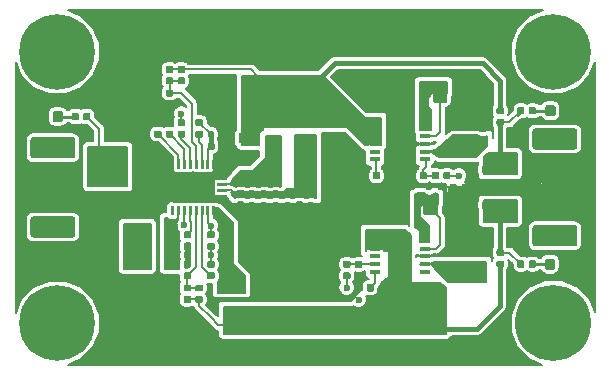
<source format=gbr>
G04 #@! TF.GenerationSoftware,KiCad,Pcbnew,(5.0.1)-rc2*
G04 #@! TF.CreationDate,2019-04-27T23:34:42+02:00*
G04 #@! TF.ProjectId,Noiseless Switching Supply,4E6F6973656C65737320537769746368,rev?*
G04 #@! TF.SameCoordinates,Original*
G04 #@! TF.FileFunction,Copper,L1,Top,Signal*
G04 #@! TF.FilePolarity,Positive*
%FSLAX46Y46*%
G04 Gerber Fmt 4.6, Leading zero omitted, Abs format (unit mm)*
G04 Created by KiCad (PCBNEW (5.0.1)-rc2) date 27-04-2019 23:34:42*
%MOMM*%
%LPD*%
G01*
G04 APERTURE LIST*
G04 #@! TA.AperFunction,ComponentPad*
%ADD10C,6.400000*%
G04 #@! TD*
G04 #@! TA.AperFunction,ComponentPad*
%ADD11C,6.440000*%
G04 #@! TD*
G04 #@! TA.AperFunction,SMDPad,CuDef*
%ADD12R,1.200000X0.900000*%
G04 #@! TD*
G04 #@! TA.AperFunction,SMDPad,CuDef*
%ADD13R,0.980000X3.700000*%
G04 #@! TD*
G04 #@! TA.AperFunction,Conductor*
%ADD14C,0.100000*%
G04 #@! TD*
G04 #@! TA.AperFunction,SMDPad,CuDef*
%ADD15C,0.800000*%
G04 #@! TD*
G04 #@! TA.AperFunction,SMDPad,CuDef*
%ADD16C,1.800000*%
G04 #@! TD*
G04 #@! TA.AperFunction,SMDPad,CuDef*
%ADD17C,0.875000*%
G04 #@! TD*
G04 #@! TA.AperFunction,SMDPad,CuDef*
%ADD18C,0.590000*%
G04 #@! TD*
G04 #@! TA.AperFunction,SMDPad,CuDef*
%ADD19R,1.650000X2.850000*%
G04 #@! TD*
G04 #@! TA.AperFunction,SMDPad,CuDef*
%ADD20R,0.890000X0.420000*%
G04 #@! TD*
G04 #@! TA.AperFunction,SMDPad,CuDef*
%ADD21C,2.650000*%
G04 #@! TD*
G04 #@! TA.AperFunction,SMDPad,CuDef*
%ADD22C,0.250000*%
G04 #@! TD*
G04 #@! TA.AperFunction,SMDPad,CuDef*
%ADD23C,1.250000*%
G04 #@! TD*
G04 #@! TA.AperFunction,ViaPad*
%ADD24C,0.600000*%
G04 #@! TD*
G04 #@! TA.AperFunction,ViaPad*
%ADD25C,0.800000*%
G04 #@! TD*
G04 #@! TA.AperFunction,Conductor*
%ADD26C,0.250000*%
G04 #@! TD*
G04 #@! TA.AperFunction,Conductor*
%ADD27C,0.200000*%
G04 #@! TD*
G04 #@! TA.AperFunction,Conductor*
%ADD28C,0.400000*%
G04 #@! TD*
G04 #@! TA.AperFunction,Conductor*
%ADD29C,0.254000*%
G04 #@! TD*
G04 APERTURE END LIST*
D10*
G04 #@! TO.P,PCB1,1*
G04 #@! TO.N,N/C*
X128000000Y-93500000D03*
G04 #@! TO.P,PCB1,2*
X128000000Y-116500000D03*
D11*
G04 #@! TO.P,PCB1,3*
X170000000Y-116500000D03*
D10*
G04 #@! TO.P,PCB1,4*
X170000000Y-93500000D03*
G04 #@! TD*
D12*
G04 #@! TO.P,D4,1*
G04 #@! TO.N,VCC*
X144000000Y-100850000D03*
G04 #@! TO.P,D4,2*
G04 #@! TO.N,Net-(D4-Pad2)*
X144000000Y-104150000D03*
G04 #@! TD*
D13*
G04 #@! TO.P,L3,2*
G04 #@! TO.N,GND*
X144685000Y-110000000D03*
G04 #@! TO.P,L3,1*
G04 #@! TO.N,Net-(D5-Pad1)*
X142315000Y-110000000D03*
G04 #@! TD*
D12*
G04 #@! TO.P,D5,2*
G04 #@! TO.N,VEE*
X143000000Y-116650000D03*
G04 #@! TO.P,D5,1*
G04 #@! TO.N,Net-(D5-Pad1)*
X143000000Y-113350000D03*
G04 #@! TD*
D14*
G04 #@! TO.N,/VIN*
G04 #@! TO.C,J1*
G36*
X133594603Y-103850963D02*
X133614018Y-103853843D01*
X133633057Y-103858612D01*
X133651537Y-103865224D01*
X133669279Y-103873616D01*
X133686114Y-103883706D01*
X133701879Y-103895398D01*
X133716421Y-103908579D01*
X133729602Y-103923121D01*
X133741294Y-103938886D01*
X133751384Y-103955721D01*
X133759776Y-103973463D01*
X133766388Y-103991943D01*
X133771157Y-104010982D01*
X133774037Y-104030397D01*
X133775000Y-104050000D01*
X133775000Y-104450000D01*
X133774037Y-104469603D01*
X133771157Y-104489018D01*
X133766388Y-104508057D01*
X133759776Y-104526537D01*
X133751384Y-104544279D01*
X133741294Y-104561114D01*
X133729602Y-104576879D01*
X133716421Y-104591421D01*
X133701879Y-104604602D01*
X133686114Y-104616294D01*
X133669279Y-104626384D01*
X133651537Y-104634776D01*
X133633057Y-104641388D01*
X133614018Y-104646157D01*
X133594603Y-104649037D01*
X133575000Y-104650000D01*
X131075000Y-104650000D01*
X131055397Y-104649037D01*
X131035982Y-104646157D01*
X131016943Y-104641388D01*
X130998463Y-104634776D01*
X130980721Y-104626384D01*
X130963886Y-104616294D01*
X130948121Y-104604602D01*
X130933579Y-104591421D01*
X130920398Y-104576879D01*
X130908706Y-104561114D01*
X130898616Y-104544279D01*
X130890224Y-104526537D01*
X130883612Y-104508057D01*
X130878843Y-104489018D01*
X130875963Y-104469603D01*
X130875000Y-104450000D01*
X130875000Y-104050000D01*
X130875963Y-104030397D01*
X130878843Y-104010982D01*
X130883612Y-103991943D01*
X130890224Y-103973463D01*
X130898616Y-103955721D01*
X130908706Y-103938886D01*
X130920398Y-103923121D01*
X130933579Y-103908579D01*
X130948121Y-103895398D01*
X130963886Y-103883706D01*
X130980721Y-103873616D01*
X130998463Y-103865224D01*
X131016943Y-103858612D01*
X131035982Y-103853843D01*
X131055397Y-103850963D01*
X131075000Y-103850000D01*
X133575000Y-103850000D01*
X133594603Y-103850963D01*
X133594603Y-103850963D01*
G37*
D15*
G04 #@! TD*
G04 #@! TO.P,J1,1*
G04 #@! TO.N,/VIN*
X132325000Y-104250000D03*
D14*
G04 #@! TO.N,GND*
G04 #@! TO.C,J1*
G36*
X133594603Y-105350963D02*
X133614018Y-105353843D01*
X133633057Y-105358612D01*
X133651537Y-105365224D01*
X133669279Y-105373616D01*
X133686114Y-105383706D01*
X133701879Y-105395398D01*
X133716421Y-105408579D01*
X133729602Y-105423121D01*
X133741294Y-105438886D01*
X133751384Y-105455721D01*
X133759776Y-105473463D01*
X133766388Y-105491943D01*
X133771157Y-105510982D01*
X133774037Y-105530397D01*
X133775000Y-105550000D01*
X133775000Y-105950000D01*
X133774037Y-105969603D01*
X133771157Y-105989018D01*
X133766388Y-106008057D01*
X133759776Y-106026537D01*
X133751384Y-106044279D01*
X133741294Y-106061114D01*
X133729602Y-106076879D01*
X133716421Y-106091421D01*
X133701879Y-106104602D01*
X133686114Y-106116294D01*
X133669279Y-106126384D01*
X133651537Y-106134776D01*
X133633057Y-106141388D01*
X133614018Y-106146157D01*
X133594603Y-106149037D01*
X133575000Y-106150000D01*
X131075000Y-106150000D01*
X131055397Y-106149037D01*
X131035982Y-106146157D01*
X131016943Y-106141388D01*
X130998463Y-106134776D01*
X130980721Y-106126384D01*
X130963886Y-106116294D01*
X130948121Y-106104602D01*
X130933579Y-106091421D01*
X130920398Y-106076879D01*
X130908706Y-106061114D01*
X130898616Y-106044279D01*
X130890224Y-106026537D01*
X130883612Y-106008057D01*
X130878843Y-105989018D01*
X130875963Y-105969603D01*
X130875000Y-105950000D01*
X130875000Y-105550000D01*
X130875963Y-105530397D01*
X130878843Y-105510982D01*
X130883612Y-105491943D01*
X130890224Y-105473463D01*
X130898616Y-105455721D01*
X130908706Y-105438886D01*
X130920398Y-105423121D01*
X130933579Y-105408579D01*
X130948121Y-105395398D01*
X130963886Y-105383706D01*
X130980721Y-105373616D01*
X130998463Y-105365224D01*
X131016943Y-105358612D01*
X131035982Y-105353843D01*
X131055397Y-105350963D01*
X131075000Y-105350000D01*
X133575000Y-105350000D01*
X133594603Y-105350963D01*
X133594603Y-105350963D01*
G37*
D15*
G04 #@! TD*
G04 #@! TO.P,J1,2*
G04 #@! TO.N,GND*
X132325000Y-105750000D03*
D14*
G04 #@! TO.N,N/C*
G04 #@! TO.C,J1*
G36*
X129299504Y-100751204D02*
X129323773Y-100754804D01*
X129347571Y-100760765D01*
X129370671Y-100769030D01*
X129392849Y-100779520D01*
X129413893Y-100792133D01*
X129433598Y-100806747D01*
X129451777Y-100823223D01*
X129468253Y-100841402D01*
X129482867Y-100861107D01*
X129495480Y-100882151D01*
X129505970Y-100904329D01*
X129514235Y-100927429D01*
X129520196Y-100951227D01*
X129523796Y-100975496D01*
X129525000Y-101000000D01*
X129525000Y-102300000D01*
X129523796Y-102324504D01*
X129520196Y-102348773D01*
X129514235Y-102372571D01*
X129505970Y-102395671D01*
X129495480Y-102417849D01*
X129482867Y-102438893D01*
X129468253Y-102458598D01*
X129451777Y-102476777D01*
X129433598Y-102493253D01*
X129413893Y-102507867D01*
X129392849Y-102520480D01*
X129370671Y-102530970D01*
X129347571Y-102539235D01*
X129323773Y-102545196D01*
X129299504Y-102548796D01*
X129275000Y-102550000D01*
X125975000Y-102550000D01*
X125950496Y-102548796D01*
X125926227Y-102545196D01*
X125902429Y-102539235D01*
X125879329Y-102530970D01*
X125857151Y-102520480D01*
X125836107Y-102507867D01*
X125816402Y-102493253D01*
X125798223Y-102476777D01*
X125781747Y-102458598D01*
X125767133Y-102438893D01*
X125754520Y-102417849D01*
X125744030Y-102395671D01*
X125735765Y-102372571D01*
X125729804Y-102348773D01*
X125726204Y-102324504D01*
X125725000Y-102300000D01*
X125725000Y-101000000D01*
X125726204Y-100975496D01*
X125729804Y-100951227D01*
X125735765Y-100927429D01*
X125744030Y-100904329D01*
X125754520Y-100882151D01*
X125767133Y-100861107D01*
X125781747Y-100841402D01*
X125798223Y-100823223D01*
X125816402Y-100806747D01*
X125836107Y-100792133D01*
X125857151Y-100779520D01*
X125879329Y-100769030D01*
X125902429Y-100760765D01*
X125926227Y-100754804D01*
X125950496Y-100751204D01*
X125975000Y-100750000D01*
X129275000Y-100750000D01*
X129299504Y-100751204D01*
X129299504Y-100751204D01*
G37*
D16*
G04 #@! TD*
G04 #@! TO.P,J1,MP*
G04 #@! TO.N,N/C*
X127625000Y-101650000D03*
D14*
G04 #@! TO.N,N/C*
G04 #@! TO.C,J1*
G36*
X129299504Y-107451204D02*
X129323773Y-107454804D01*
X129347571Y-107460765D01*
X129370671Y-107469030D01*
X129392849Y-107479520D01*
X129413893Y-107492133D01*
X129433598Y-107506747D01*
X129451777Y-107523223D01*
X129468253Y-107541402D01*
X129482867Y-107561107D01*
X129495480Y-107582151D01*
X129505970Y-107604329D01*
X129514235Y-107627429D01*
X129520196Y-107651227D01*
X129523796Y-107675496D01*
X129525000Y-107700000D01*
X129525000Y-109000000D01*
X129523796Y-109024504D01*
X129520196Y-109048773D01*
X129514235Y-109072571D01*
X129505970Y-109095671D01*
X129495480Y-109117849D01*
X129482867Y-109138893D01*
X129468253Y-109158598D01*
X129451777Y-109176777D01*
X129433598Y-109193253D01*
X129413893Y-109207867D01*
X129392849Y-109220480D01*
X129370671Y-109230970D01*
X129347571Y-109239235D01*
X129323773Y-109245196D01*
X129299504Y-109248796D01*
X129275000Y-109250000D01*
X125975000Y-109250000D01*
X125950496Y-109248796D01*
X125926227Y-109245196D01*
X125902429Y-109239235D01*
X125879329Y-109230970D01*
X125857151Y-109220480D01*
X125836107Y-109207867D01*
X125816402Y-109193253D01*
X125798223Y-109176777D01*
X125781747Y-109158598D01*
X125767133Y-109138893D01*
X125754520Y-109117849D01*
X125744030Y-109095671D01*
X125735765Y-109072571D01*
X125729804Y-109048773D01*
X125726204Y-109024504D01*
X125725000Y-109000000D01*
X125725000Y-107700000D01*
X125726204Y-107675496D01*
X125729804Y-107651227D01*
X125735765Y-107627429D01*
X125744030Y-107604329D01*
X125754520Y-107582151D01*
X125767133Y-107561107D01*
X125781747Y-107541402D01*
X125798223Y-107523223D01*
X125816402Y-107506747D01*
X125836107Y-107492133D01*
X125857151Y-107479520D01*
X125879329Y-107469030D01*
X125902429Y-107460765D01*
X125926227Y-107454804D01*
X125950496Y-107451204D01*
X125975000Y-107450000D01*
X129275000Y-107450000D01*
X129299504Y-107451204D01*
X129299504Y-107451204D01*
G37*
D16*
G04 #@! TD*
G04 #@! TO.P,J1,MP*
G04 #@! TO.N,N/C*
X127625000Y-108350000D03*
D14*
G04 #@! TO.N,Net-(D1-Pad2)*
G04 #@! TO.C,D1*
G36*
X128277691Y-98526053D02*
X128298926Y-98529203D01*
X128319750Y-98534419D01*
X128339962Y-98541651D01*
X128359368Y-98550830D01*
X128377781Y-98561866D01*
X128395024Y-98574654D01*
X128410930Y-98589070D01*
X128425346Y-98604976D01*
X128438134Y-98622219D01*
X128449170Y-98640632D01*
X128458349Y-98660038D01*
X128465581Y-98680250D01*
X128470797Y-98701074D01*
X128473947Y-98722309D01*
X128475000Y-98743750D01*
X128475000Y-99256250D01*
X128473947Y-99277691D01*
X128470797Y-99298926D01*
X128465581Y-99319750D01*
X128458349Y-99339962D01*
X128449170Y-99359368D01*
X128438134Y-99377781D01*
X128425346Y-99395024D01*
X128410930Y-99410930D01*
X128395024Y-99425346D01*
X128377781Y-99438134D01*
X128359368Y-99449170D01*
X128339962Y-99458349D01*
X128319750Y-99465581D01*
X128298926Y-99470797D01*
X128277691Y-99473947D01*
X128256250Y-99475000D01*
X127818750Y-99475000D01*
X127797309Y-99473947D01*
X127776074Y-99470797D01*
X127755250Y-99465581D01*
X127735038Y-99458349D01*
X127715632Y-99449170D01*
X127697219Y-99438134D01*
X127679976Y-99425346D01*
X127664070Y-99410930D01*
X127649654Y-99395024D01*
X127636866Y-99377781D01*
X127625830Y-99359368D01*
X127616651Y-99339962D01*
X127609419Y-99319750D01*
X127604203Y-99298926D01*
X127601053Y-99277691D01*
X127600000Y-99256250D01*
X127600000Y-98743750D01*
X127601053Y-98722309D01*
X127604203Y-98701074D01*
X127609419Y-98680250D01*
X127616651Y-98660038D01*
X127625830Y-98640632D01*
X127636866Y-98622219D01*
X127649654Y-98604976D01*
X127664070Y-98589070D01*
X127679976Y-98574654D01*
X127697219Y-98561866D01*
X127715632Y-98550830D01*
X127735038Y-98541651D01*
X127755250Y-98534419D01*
X127776074Y-98529203D01*
X127797309Y-98526053D01*
X127818750Y-98525000D01*
X128256250Y-98525000D01*
X128277691Y-98526053D01*
X128277691Y-98526053D01*
G37*
D17*
G04 #@! TD*
G04 #@! TO.P,D1,2*
G04 #@! TO.N,Net-(D1-Pad2)*
X128037500Y-99000000D03*
D14*
G04 #@! TO.N,GND*
G04 #@! TO.C,D1*
G36*
X126702691Y-98526053D02*
X126723926Y-98529203D01*
X126744750Y-98534419D01*
X126764962Y-98541651D01*
X126784368Y-98550830D01*
X126802781Y-98561866D01*
X126820024Y-98574654D01*
X126835930Y-98589070D01*
X126850346Y-98604976D01*
X126863134Y-98622219D01*
X126874170Y-98640632D01*
X126883349Y-98660038D01*
X126890581Y-98680250D01*
X126895797Y-98701074D01*
X126898947Y-98722309D01*
X126900000Y-98743750D01*
X126900000Y-99256250D01*
X126898947Y-99277691D01*
X126895797Y-99298926D01*
X126890581Y-99319750D01*
X126883349Y-99339962D01*
X126874170Y-99359368D01*
X126863134Y-99377781D01*
X126850346Y-99395024D01*
X126835930Y-99410930D01*
X126820024Y-99425346D01*
X126802781Y-99438134D01*
X126784368Y-99449170D01*
X126764962Y-99458349D01*
X126744750Y-99465581D01*
X126723926Y-99470797D01*
X126702691Y-99473947D01*
X126681250Y-99475000D01*
X126243750Y-99475000D01*
X126222309Y-99473947D01*
X126201074Y-99470797D01*
X126180250Y-99465581D01*
X126160038Y-99458349D01*
X126140632Y-99449170D01*
X126122219Y-99438134D01*
X126104976Y-99425346D01*
X126089070Y-99410930D01*
X126074654Y-99395024D01*
X126061866Y-99377781D01*
X126050830Y-99359368D01*
X126041651Y-99339962D01*
X126034419Y-99319750D01*
X126029203Y-99298926D01*
X126026053Y-99277691D01*
X126025000Y-99256250D01*
X126025000Y-98743750D01*
X126026053Y-98722309D01*
X126029203Y-98701074D01*
X126034419Y-98680250D01*
X126041651Y-98660038D01*
X126050830Y-98640632D01*
X126061866Y-98622219D01*
X126074654Y-98604976D01*
X126089070Y-98589070D01*
X126104976Y-98574654D01*
X126122219Y-98561866D01*
X126140632Y-98550830D01*
X126160038Y-98541651D01*
X126180250Y-98534419D01*
X126201074Y-98529203D01*
X126222309Y-98526053D01*
X126243750Y-98525000D01*
X126681250Y-98525000D01*
X126702691Y-98526053D01*
X126702691Y-98526053D01*
G37*
D17*
G04 #@! TD*
G04 #@! TO.P,D1,1*
G04 #@! TO.N,GND*
X126462500Y-99000000D03*
D14*
G04 #@! TO.N,GND*
G04 #@! TO.C,D2*
G36*
X171565191Y-98026053D02*
X171586426Y-98029203D01*
X171607250Y-98034419D01*
X171627462Y-98041651D01*
X171646868Y-98050830D01*
X171665281Y-98061866D01*
X171682524Y-98074654D01*
X171698430Y-98089070D01*
X171712846Y-98104976D01*
X171725634Y-98122219D01*
X171736670Y-98140632D01*
X171745849Y-98160038D01*
X171753081Y-98180250D01*
X171758297Y-98201074D01*
X171761447Y-98222309D01*
X171762500Y-98243750D01*
X171762500Y-98756250D01*
X171761447Y-98777691D01*
X171758297Y-98798926D01*
X171753081Y-98819750D01*
X171745849Y-98839962D01*
X171736670Y-98859368D01*
X171725634Y-98877781D01*
X171712846Y-98895024D01*
X171698430Y-98910930D01*
X171682524Y-98925346D01*
X171665281Y-98938134D01*
X171646868Y-98949170D01*
X171627462Y-98958349D01*
X171607250Y-98965581D01*
X171586426Y-98970797D01*
X171565191Y-98973947D01*
X171543750Y-98975000D01*
X171106250Y-98975000D01*
X171084809Y-98973947D01*
X171063574Y-98970797D01*
X171042750Y-98965581D01*
X171022538Y-98958349D01*
X171003132Y-98949170D01*
X170984719Y-98938134D01*
X170967476Y-98925346D01*
X170951570Y-98910930D01*
X170937154Y-98895024D01*
X170924366Y-98877781D01*
X170913330Y-98859368D01*
X170904151Y-98839962D01*
X170896919Y-98819750D01*
X170891703Y-98798926D01*
X170888553Y-98777691D01*
X170887500Y-98756250D01*
X170887500Y-98243750D01*
X170888553Y-98222309D01*
X170891703Y-98201074D01*
X170896919Y-98180250D01*
X170904151Y-98160038D01*
X170913330Y-98140632D01*
X170924366Y-98122219D01*
X170937154Y-98104976D01*
X170951570Y-98089070D01*
X170967476Y-98074654D01*
X170984719Y-98061866D01*
X171003132Y-98050830D01*
X171022538Y-98041651D01*
X171042750Y-98034419D01*
X171063574Y-98029203D01*
X171084809Y-98026053D01*
X171106250Y-98025000D01*
X171543750Y-98025000D01*
X171565191Y-98026053D01*
X171565191Y-98026053D01*
G37*
D17*
G04 #@! TD*
G04 #@! TO.P,D2,1*
G04 #@! TO.N,GND*
X171325000Y-98500000D03*
D14*
G04 #@! TO.N,Net-(D2-Pad2)*
G04 #@! TO.C,D2*
G36*
X169990191Y-98026053D02*
X170011426Y-98029203D01*
X170032250Y-98034419D01*
X170052462Y-98041651D01*
X170071868Y-98050830D01*
X170090281Y-98061866D01*
X170107524Y-98074654D01*
X170123430Y-98089070D01*
X170137846Y-98104976D01*
X170150634Y-98122219D01*
X170161670Y-98140632D01*
X170170849Y-98160038D01*
X170178081Y-98180250D01*
X170183297Y-98201074D01*
X170186447Y-98222309D01*
X170187500Y-98243750D01*
X170187500Y-98756250D01*
X170186447Y-98777691D01*
X170183297Y-98798926D01*
X170178081Y-98819750D01*
X170170849Y-98839962D01*
X170161670Y-98859368D01*
X170150634Y-98877781D01*
X170137846Y-98895024D01*
X170123430Y-98910930D01*
X170107524Y-98925346D01*
X170090281Y-98938134D01*
X170071868Y-98949170D01*
X170052462Y-98958349D01*
X170032250Y-98965581D01*
X170011426Y-98970797D01*
X169990191Y-98973947D01*
X169968750Y-98975000D01*
X169531250Y-98975000D01*
X169509809Y-98973947D01*
X169488574Y-98970797D01*
X169467750Y-98965581D01*
X169447538Y-98958349D01*
X169428132Y-98949170D01*
X169409719Y-98938134D01*
X169392476Y-98925346D01*
X169376570Y-98910930D01*
X169362154Y-98895024D01*
X169349366Y-98877781D01*
X169338330Y-98859368D01*
X169329151Y-98839962D01*
X169321919Y-98819750D01*
X169316703Y-98798926D01*
X169313553Y-98777691D01*
X169312500Y-98756250D01*
X169312500Y-98243750D01*
X169313553Y-98222309D01*
X169316703Y-98201074D01*
X169321919Y-98180250D01*
X169329151Y-98160038D01*
X169338330Y-98140632D01*
X169349366Y-98122219D01*
X169362154Y-98104976D01*
X169376570Y-98089070D01*
X169392476Y-98074654D01*
X169409719Y-98061866D01*
X169428132Y-98050830D01*
X169447538Y-98041651D01*
X169467750Y-98034419D01*
X169488574Y-98029203D01*
X169509809Y-98026053D01*
X169531250Y-98025000D01*
X169968750Y-98025000D01*
X169990191Y-98026053D01*
X169990191Y-98026053D01*
G37*
D17*
G04 #@! TD*
G04 #@! TO.P,D2,2*
G04 #@! TO.N,Net-(D2-Pad2)*
X169750000Y-98500000D03*
D14*
G04 #@! TO.N,Net-(D3-Pad1)*
G04 #@! TO.C,D3*
G36*
X169952691Y-111026053D02*
X169973926Y-111029203D01*
X169994750Y-111034419D01*
X170014962Y-111041651D01*
X170034368Y-111050830D01*
X170052781Y-111061866D01*
X170070024Y-111074654D01*
X170085930Y-111089070D01*
X170100346Y-111104976D01*
X170113134Y-111122219D01*
X170124170Y-111140632D01*
X170133349Y-111160038D01*
X170140581Y-111180250D01*
X170145797Y-111201074D01*
X170148947Y-111222309D01*
X170150000Y-111243750D01*
X170150000Y-111756250D01*
X170148947Y-111777691D01*
X170145797Y-111798926D01*
X170140581Y-111819750D01*
X170133349Y-111839962D01*
X170124170Y-111859368D01*
X170113134Y-111877781D01*
X170100346Y-111895024D01*
X170085930Y-111910930D01*
X170070024Y-111925346D01*
X170052781Y-111938134D01*
X170034368Y-111949170D01*
X170014962Y-111958349D01*
X169994750Y-111965581D01*
X169973926Y-111970797D01*
X169952691Y-111973947D01*
X169931250Y-111975000D01*
X169493750Y-111975000D01*
X169472309Y-111973947D01*
X169451074Y-111970797D01*
X169430250Y-111965581D01*
X169410038Y-111958349D01*
X169390632Y-111949170D01*
X169372219Y-111938134D01*
X169354976Y-111925346D01*
X169339070Y-111910930D01*
X169324654Y-111895024D01*
X169311866Y-111877781D01*
X169300830Y-111859368D01*
X169291651Y-111839962D01*
X169284419Y-111819750D01*
X169279203Y-111798926D01*
X169276053Y-111777691D01*
X169275000Y-111756250D01*
X169275000Y-111243750D01*
X169276053Y-111222309D01*
X169279203Y-111201074D01*
X169284419Y-111180250D01*
X169291651Y-111160038D01*
X169300830Y-111140632D01*
X169311866Y-111122219D01*
X169324654Y-111104976D01*
X169339070Y-111089070D01*
X169354976Y-111074654D01*
X169372219Y-111061866D01*
X169390632Y-111050830D01*
X169410038Y-111041651D01*
X169430250Y-111034419D01*
X169451074Y-111029203D01*
X169472309Y-111026053D01*
X169493750Y-111025000D01*
X169931250Y-111025000D01*
X169952691Y-111026053D01*
X169952691Y-111026053D01*
G37*
D17*
G04 #@! TD*
G04 #@! TO.P,D3,1*
G04 #@! TO.N,Net-(D3-Pad1)*
X169712500Y-111500000D03*
D14*
G04 #@! TO.N,GND*
G04 #@! TO.C,D3*
G36*
X171527691Y-111026053D02*
X171548926Y-111029203D01*
X171569750Y-111034419D01*
X171589962Y-111041651D01*
X171609368Y-111050830D01*
X171627781Y-111061866D01*
X171645024Y-111074654D01*
X171660930Y-111089070D01*
X171675346Y-111104976D01*
X171688134Y-111122219D01*
X171699170Y-111140632D01*
X171708349Y-111160038D01*
X171715581Y-111180250D01*
X171720797Y-111201074D01*
X171723947Y-111222309D01*
X171725000Y-111243750D01*
X171725000Y-111756250D01*
X171723947Y-111777691D01*
X171720797Y-111798926D01*
X171715581Y-111819750D01*
X171708349Y-111839962D01*
X171699170Y-111859368D01*
X171688134Y-111877781D01*
X171675346Y-111895024D01*
X171660930Y-111910930D01*
X171645024Y-111925346D01*
X171627781Y-111938134D01*
X171609368Y-111949170D01*
X171589962Y-111958349D01*
X171569750Y-111965581D01*
X171548926Y-111970797D01*
X171527691Y-111973947D01*
X171506250Y-111975000D01*
X171068750Y-111975000D01*
X171047309Y-111973947D01*
X171026074Y-111970797D01*
X171005250Y-111965581D01*
X170985038Y-111958349D01*
X170965632Y-111949170D01*
X170947219Y-111938134D01*
X170929976Y-111925346D01*
X170914070Y-111910930D01*
X170899654Y-111895024D01*
X170886866Y-111877781D01*
X170875830Y-111859368D01*
X170866651Y-111839962D01*
X170859419Y-111819750D01*
X170854203Y-111798926D01*
X170851053Y-111777691D01*
X170850000Y-111756250D01*
X170850000Y-111243750D01*
X170851053Y-111222309D01*
X170854203Y-111201074D01*
X170859419Y-111180250D01*
X170866651Y-111160038D01*
X170875830Y-111140632D01*
X170886866Y-111122219D01*
X170899654Y-111104976D01*
X170914070Y-111089070D01*
X170929976Y-111074654D01*
X170947219Y-111061866D01*
X170965632Y-111050830D01*
X170985038Y-111041651D01*
X171005250Y-111034419D01*
X171026074Y-111029203D01*
X171047309Y-111026053D01*
X171068750Y-111025000D01*
X171506250Y-111025000D01*
X171527691Y-111026053D01*
X171527691Y-111026053D01*
G37*
D17*
G04 #@! TD*
G04 #@! TO.P,D3,2*
G04 #@! TO.N,GND*
X171287500Y-111500000D03*
D14*
G04 #@! TO.N,N/C*
G04 #@! TO.C,J2*
G36*
X171799504Y-100001204D02*
X171823773Y-100004804D01*
X171847571Y-100010765D01*
X171870671Y-100019030D01*
X171892849Y-100029520D01*
X171913893Y-100042133D01*
X171933598Y-100056747D01*
X171951777Y-100073223D01*
X171968253Y-100091402D01*
X171982867Y-100111107D01*
X171995480Y-100132151D01*
X172005970Y-100154329D01*
X172014235Y-100177429D01*
X172020196Y-100201227D01*
X172023796Y-100225496D01*
X172025000Y-100250000D01*
X172025000Y-101550000D01*
X172023796Y-101574504D01*
X172020196Y-101598773D01*
X172014235Y-101622571D01*
X172005970Y-101645671D01*
X171995480Y-101667849D01*
X171982867Y-101688893D01*
X171968253Y-101708598D01*
X171951777Y-101726777D01*
X171933598Y-101743253D01*
X171913893Y-101757867D01*
X171892849Y-101770480D01*
X171870671Y-101780970D01*
X171847571Y-101789235D01*
X171823773Y-101795196D01*
X171799504Y-101798796D01*
X171775000Y-101800000D01*
X168475000Y-101800000D01*
X168450496Y-101798796D01*
X168426227Y-101795196D01*
X168402429Y-101789235D01*
X168379329Y-101780970D01*
X168357151Y-101770480D01*
X168336107Y-101757867D01*
X168316402Y-101743253D01*
X168298223Y-101726777D01*
X168281747Y-101708598D01*
X168267133Y-101688893D01*
X168254520Y-101667849D01*
X168244030Y-101645671D01*
X168235765Y-101622571D01*
X168229804Y-101598773D01*
X168226204Y-101574504D01*
X168225000Y-101550000D01*
X168225000Y-100250000D01*
X168226204Y-100225496D01*
X168229804Y-100201227D01*
X168235765Y-100177429D01*
X168244030Y-100154329D01*
X168254520Y-100132151D01*
X168267133Y-100111107D01*
X168281747Y-100091402D01*
X168298223Y-100073223D01*
X168316402Y-100056747D01*
X168336107Y-100042133D01*
X168357151Y-100029520D01*
X168379329Y-100019030D01*
X168402429Y-100010765D01*
X168426227Y-100004804D01*
X168450496Y-100001204D01*
X168475000Y-100000000D01*
X171775000Y-100000000D01*
X171799504Y-100001204D01*
X171799504Y-100001204D01*
G37*
D16*
G04 #@! TD*
G04 #@! TO.P,J2,MP*
G04 #@! TO.N,N/C*
X170125000Y-100900000D03*
D14*
G04 #@! TO.N,N/C*
G04 #@! TO.C,J2*
G36*
X171799504Y-108201204D02*
X171823773Y-108204804D01*
X171847571Y-108210765D01*
X171870671Y-108219030D01*
X171892849Y-108229520D01*
X171913893Y-108242133D01*
X171933598Y-108256747D01*
X171951777Y-108273223D01*
X171968253Y-108291402D01*
X171982867Y-108311107D01*
X171995480Y-108332151D01*
X172005970Y-108354329D01*
X172014235Y-108377429D01*
X172020196Y-108401227D01*
X172023796Y-108425496D01*
X172025000Y-108450000D01*
X172025000Y-109750000D01*
X172023796Y-109774504D01*
X172020196Y-109798773D01*
X172014235Y-109822571D01*
X172005970Y-109845671D01*
X171995480Y-109867849D01*
X171982867Y-109888893D01*
X171968253Y-109908598D01*
X171951777Y-109926777D01*
X171933598Y-109943253D01*
X171913893Y-109957867D01*
X171892849Y-109970480D01*
X171870671Y-109980970D01*
X171847571Y-109989235D01*
X171823773Y-109995196D01*
X171799504Y-109998796D01*
X171775000Y-110000000D01*
X168475000Y-110000000D01*
X168450496Y-109998796D01*
X168426227Y-109995196D01*
X168402429Y-109989235D01*
X168379329Y-109980970D01*
X168357151Y-109970480D01*
X168336107Y-109957867D01*
X168316402Y-109943253D01*
X168298223Y-109926777D01*
X168281747Y-109908598D01*
X168267133Y-109888893D01*
X168254520Y-109867849D01*
X168244030Y-109845671D01*
X168235765Y-109822571D01*
X168229804Y-109798773D01*
X168226204Y-109774504D01*
X168225000Y-109750000D01*
X168225000Y-108450000D01*
X168226204Y-108425496D01*
X168229804Y-108401227D01*
X168235765Y-108377429D01*
X168244030Y-108354329D01*
X168254520Y-108332151D01*
X168267133Y-108311107D01*
X168281747Y-108291402D01*
X168298223Y-108273223D01*
X168316402Y-108256747D01*
X168336107Y-108242133D01*
X168357151Y-108229520D01*
X168379329Y-108219030D01*
X168402429Y-108210765D01*
X168426227Y-108204804D01*
X168450496Y-108201204D01*
X168475000Y-108200000D01*
X171775000Y-108200000D01*
X171799504Y-108201204D01*
X171799504Y-108201204D01*
G37*
D16*
G04 #@! TD*
G04 #@! TO.P,J2,MP*
G04 #@! TO.N,N/C*
X170125000Y-109100000D03*
D14*
G04 #@! TO.N,+15V*
G04 #@! TO.C,J2*
G36*
X166694603Y-103100963D02*
X166714018Y-103103843D01*
X166733057Y-103108612D01*
X166751537Y-103115224D01*
X166769279Y-103123616D01*
X166786114Y-103133706D01*
X166801879Y-103145398D01*
X166816421Y-103158579D01*
X166829602Y-103173121D01*
X166841294Y-103188886D01*
X166851384Y-103205721D01*
X166859776Y-103223463D01*
X166866388Y-103241943D01*
X166871157Y-103260982D01*
X166874037Y-103280397D01*
X166875000Y-103300000D01*
X166875000Y-103700000D01*
X166874037Y-103719603D01*
X166871157Y-103739018D01*
X166866388Y-103758057D01*
X166859776Y-103776537D01*
X166851384Y-103794279D01*
X166841294Y-103811114D01*
X166829602Y-103826879D01*
X166816421Y-103841421D01*
X166801879Y-103854602D01*
X166786114Y-103866294D01*
X166769279Y-103876384D01*
X166751537Y-103884776D01*
X166733057Y-103891388D01*
X166714018Y-103896157D01*
X166694603Y-103899037D01*
X166675000Y-103900000D01*
X164175000Y-103900000D01*
X164155397Y-103899037D01*
X164135982Y-103896157D01*
X164116943Y-103891388D01*
X164098463Y-103884776D01*
X164080721Y-103876384D01*
X164063886Y-103866294D01*
X164048121Y-103854602D01*
X164033579Y-103841421D01*
X164020398Y-103826879D01*
X164008706Y-103811114D01*
X163998616Y-103794279D01*
X163990224Y-103776537D01*
X163983612Y-103758057D01*
X163978843Y-103739018D01*
X163975963Y-103719603D01*
X163975000Y-103700000D01*
X163975000Y-103300000D01*
X163975963Y-103280397D01*
X163978843Y-103260982D01*
X163983612Y-103241943D01*
X163990224Y-103223463D01*
X163998616Y-103205721D01*
X164008706Y-103188886D01*
X164020398Y-103173121D01*
X164033579Y-103158579D01*
X164048121Y-103145398D01*
X164063886Y-103133706D01*
X164080721Y-103123616D01*
X164098463Y-103115224D01*
X164116943Y-103108612D01*
X164135982Y-103103843D01*
X164155397Y-103100963D01*
X164175000Y-103100000D01*
X166675000Y-103100000D01*
X166694603Y-103100963D01*
X166694603Y-103100963D01*
G37*
D15*
G04 #@! TD*
G04 #@! TO.P,J2,3*
G04 #@! TO.N,+15V*
X165425000Y-103500000D03*
D14*
G04 #@! TO.N,GND*
G04 #@! TO.C,J2*
G36*
X166694603Y-104600963D02*
X166714018Y-104603843D01*
X166733057Y-104608612D01*
X166751537Y-104615224D01*
X166769279Y-104623616D01*
X166786114Y-104633706D01*
X166801879Y-104645398D01*
X166816421Y-104658579D01*
X166829602Y-104673121D01*
X166841294Y-104688886D01*
X166851384Y-104705721D01*
X166859776Y-104723463D01*
X166866388Y-104741943D01*
X166871157Y-104760982D01*
X166874037Y-104780397D01*
X166875000Y-104800000D01*
X166875000Y-105200000D01*
X166874037Y-105219603D01*
X166871157Y-105239018D01*
X166866388Y-105258057D01*
X166859776Y-105276537D01*
X166851384Y-105294279D01*
X166841294Y-105311114D01*
X166829602Y-105326879D01*
X166816421Y-105341421D01*
X166801879Y-105354602D01*
X166786114Y-105366294D01*
X166769279Y-105376384D01*
X166751537Y-105384776D01*
X166733057Y-105391388D01*
X166714018Y-105396157D01*
X166694603Y-105399037D01*
X166675000Y-105400000D01*
X164175000Y-105400000D01*
X164155397Y-105399037D01*
X164135982Y-105396157D01*
X164116943Y-105391388D01*
X164098463Y-105384776D01*
X164080721Y-105376384D01*
X164063886Y-105366294D01*
X164048121Y-105354602D01*
X164033579Y-105341421D01*
X164020398Y-105326879D01*
X164008706Y-105311114D01*
X163998616Y-105294279D01*
X163990224Y-105276537D01*
X163983612Y-105258057D01*
X163978843Y-105239018D01*
X163975963Y-105219603D01*
X163975000Y-105200000D01*
X163975000Y-104800000D01*
X163975963Y-104780397D01*
X163978843Y-104760982D01*
X163983612Y-104741943D01*
X163990224Y-104723463D01*
X163998616Y-104705721D01*
X164008706Y-104688886D01*
X164020398Y-104673121D01*
X164033579Y-104658579D01*
X164048121Y-104645398D01*
X164063886Y-104633706D01*
X164080721Y-104623616D01*
X164098463Y-104615224D01*
X164116943Y-104608612D01*
X164135982Y-104603843D01*
X164155397Y-104600963D01*
X164175000Y-104600000D01*
X166675000Y-104600000D01*
X166694603Y-104600963D01*
X166694603Y-104600963D01*
G37*
D15*
G04 #@! TD*
G04 #@! TO.P,J2,2*
G04 #@! TO.N,GND*
X165425000Y-105000000D03*
D14*
G04 #@! TO.N,-15V*
G04 #@! TO.C,J2*
G36*
X166694603Y-106100963D02*
X166714018Y-106103843D01*
X166733057Y-106108612D01*
X166751537Y-106115224D01*
X166769279Y-106123616D01*
X166786114Y-106133706D01*
X166801879Y-106145398D01*
X166816421Y-106158579D01*
X166829602Y-106173121D01*
X166841294Y-106188886D01*
X166851384Y-106205721D01*
X166859776Y-106223463D01*
X166866388Y-106241943D01*
X166871157Y-106260982D01*
X166874037Y-106280397D01*
X166875000Y-106300000D01*
X166875000Y-106700000D01*
X166874037Y-106719603D01*
X166871157Y-106739018D01*
X166866388Y-106758057D01*
X166859776Y-106776537D01*
X166851384Y-106794279D01*
X166841294Y-106811114D01*
X166829602Y-106826879D01*
X166816421Y-106841421D01*
X166801879Y-106854602D01*
X166786114Y-106866294D01*
X166769279Y-106876384D01*
X166751537Y-106884776D01*
X166733057Y-106891388D01*
X166714018Y-106896157D01*
X166694603Y-106899037D01*
X166675000Y-106900000D01*
X164175000Y-106900000D01*
X164155397Y-106899037D01*
X164135982Y-106896157D01*
X164116943Y-106891388D01*
X164098463Y-106884776D01*
X164080721Y-106876384D01*
X164063886Y-106866294D01*
X164048121Y-106854602D01*
X164033579Y-106841421D01*
X164020398Y-106826879D01*
X164008706Y-106811114D01*
X163998616Y-106794279D01*
X163990224Y-106776537D01*
X163983612Y-106758057D01*
X163978843Y-106739018D01*
X163975963Y-106719603D01*
X163975000Y-106700000D01*
X163975000Y-106300000D01*
X163975963Y-106280397D01*
X163978843Y-106260982D01*
X163983612Y-106241943D01*
X163990224Y-106223463D01*
X163998616Y-106205721D01*
X164008706Y-106188886D01*
X164020398Y-106173121D01*
X164033579Y-106158579D01*
X164048121Y-106145398D01*
X164063886Y-106133706D01*
X164080721Y-106123616D01*
X164098463Y-106115224D01*
X164116943Y-106108612D01*
X164135982Y-106103843D01*
X164155397Y-106100963D01*
X164175000Y-106100000D01*
X166675000Y-106100000D01*
X166694603Y-106100963D01*
X166694603Y-106100963D01*
G37*
D15*
G04 #@! TD*
G04 #@! TO.P,J2,1*
G04 #@! TO.N,-15V*
X165425000Y-106500000D03*
D14*
G04 #@! TO.N,/VIN*
G04 #@! TO.C,R1*
G36*
X130646958Y-98680710D02*
X130661276Y-98682834D01*
X130675317Y-98686351D01*
X130688946Y-98691228D01*
X130702031Y-98697417D01*
X130714447Y-98704858D01*
X130726073Y-98713481D01*
X130736798Y-98723202D01*
X130746519Y-98733927D01*
X130755142Y-98745553D01*
X130762583Y-98757969D01*
X130768772Y-98771054D01*
X130773649Y-98784683D01*
X130777166Y-98798724D01*
X130779290Y-98813042D01*
X130780000Y-98827500D01*
X130780000Y-99172500D01*
X130779290Y-99186958D01*
X130777166Y-99201276D01*
X130773649Y-99215317D01*
X130768772Y-99228946D01*
X130762583Y-99242031D01*
X130755142Y-99254447D01*
X130746519Y-99266073D01*
X130736798Y-99276798D01*
X130726073Y-99286519D01*
X130714447Y-99295142D01*
X130702031Y-99302583D01*
X130688946Y-99308772D01*
X130675317Y-99313649D01*
X130661276Y-99317166D01*
X130646958Y-99319290D01*
X130632500Y-99320000D01*
X130337500Y-99320000D01*
X130323042Y-99319290D01*
X130308724Y-99317166D01*
X130294683Y-99313649D01*
X130281054Y-99308772D01*
X130267969Y-99302583D01*
X130255553Y-99295142D01*
X130243927Y-99286519D01*
X130233202Y-99276798D01*
X130223481Y-99266073D01*
X130214858Y-99254447D01*
X130207417Y-99242031D01*
X130201228Y-99228946D01*
X130196351Y-99215317D01*
X130192834Y-99201276D01*
X130190710Y-99186958D01*
X130190000Y-99172500D01*
X130190000Y-98827500D01*
X130190710Y-98813042D01*
X130192834Y-98798724D01*
X130196351Y-98784683D01*
X130201228Y-98771054D01*
X130207417Y-98757969D01*
X130214858Y-98745553D01*
X130223481Y-98733927D01*
X130233202Y-98723202D01*
X130243927Y-98713481D01*
X130255553Y-98704858D01*
X130267969Y-98697417D01*
X130281054Y-98691228D01*
X130294683Y-98686351D01*
X130308724Y-98682834D01*
X130323042Y-98680710D01*
X130337500Y-98680000D01*
X130632500Y-98680000D01*
X130646958Y-98680710D01*
X130646958Y-98680710D01*
G37*
D18*
G04 #@! TD*
G04 #@! TO.P,R1,1*
G04 #@! TO.N,/VIN*
X130485000Y-99000000D03*
D14*
G04 #@! TO.N,Net-(D1-Pad2)*
G04 #@! TO.C,R1*
G36*
X129676958Y-98680710D02*
X129691276Y-98682834D01*
X129705317Y-98686351D01*
X129718946Y-98691228D01*
X129732031Y-98697417D01*
X129744447Y-98704858D01*
X129756073Y-98713481D01*
X129766798Y-98723202D01*
X129776519Y-98733927D01*
X129785142Y-98745553D01*
X129792583Y-98757969D01*
X129798772Y-98771054D01*
X129803649Y-98784683D01*
X129807166Y-98798724D01*
X129809290Y-98813042D01*
X129810000Y-98827500D01*
X129810000Y-99172500D01*
X129809290Y-99186958D01*
X129807166Y-99201276D01*
X129803649Y-99215317D01*
X129798772Y-99228946D01*
X129792583Y-99242031D01*
X129785142Y-99254447D01*
X129776519Y-99266073D01*
X129766798Y-99276798D01*
X129756073Y-99286519D01*
X129744447Y-99295142D01*
X129732031Y-99302583D01*
X129718946Y-99308772D01*
X129705317Y-99313649D01*
X129691276Y-99317166D01*
X129676958Y-99319290D01*
X129662500Y-99320000D01*
X129367500Y-99320000D01*
X129353042Y-99319290D01*
X129338724Y-99317166D01*
X129324683Y-99313649D01*
X129311054Y-99308772D01*
X129297969Y-99302583D01*
X129285553Y-99295142D01*
X129273927Y-99286519D01*
X129263202Y-99276798D01*
X129253481Y-99266073D01*
X129244858Y-99254447D01*
X129237417Y-99242031D01*
X129231228Y-99228946D01*
X129226351Y-99215317D01*
X129222834Y-99201276D01*
X129220710Y-99186958D01*
X129220000Y-99172500D01*
X129220000Y-98827500D01*
X129220710Y-98813042D01*
X129222834Y-98798724D01*
X129226351Y-98784683D01*
X129231228Y-98771054D01*
X129237417Y-98757969D01*
X129244858Y-98745553D01*
X129253481Y-98733927D01*
X129263202Y-98723202D01*
X129273927Y-98713481D01*
X129285553Y-98704858D01*
X129297969Y-98697417D01*
X129311054Y-98691228D01*
X129324683Y-98686351D01*
X129338724Y-98682834D01*
X129353042Y-98680710D01*
X129367500Y-98680000D01*
X129662500Y-98680000D01*
X129676958Y-98680710D01*
X129676958Y-98680710D01*
G37*
D18*
G04 #@! TD*
G04 #@! TO.P,R1,2*
G04 #@! TO.N,Net-(D1-Pad2)*
X129515000Y-99000000D03*
D14*
G04 #@! TO.N,Net-(R2-Pad1)*
G04 #@! TO.C,R2*
G36*
X137686958Y-100190710D02*
X137701276Y-100192834D01*
X137715317Y-100196351D01*
X137728946Y-100201228D01*
X137742031Y-100207417D01*
X137754447Y-100214858D01*
X137766073Y-100223481D01*
X137776798Y-100233202D01*
X137786519Y-100243927D01*
X137795142Y-100255553D01*
X137802583Y-100267969D01*
X137808772Y-100281054D01*
X137813649Y-100294683D01*
X137817166Y-100308724D01*
X137819290Y-100323042D01*
X137820000Y-100337500D01*
X137820000Y-100632500D01*
X137819290Y-100646958D01*
X137817166Y-100661276D01*
X137813649Y-100675317D01*
X137808772Y-100688946D01*
X137802583Y-100702031D01*
X137795142Y-100714447D01*
X137786519Y-100726073D01*
X137776798Y-100736798D01*
X137766073Y-100746519D01*
X137754447Y-100755142D01*
X137742031Y-100762583D01*
X137728946Y-100768772D01*
X137715317Y-100773649D01*
X137701276Y-100777166D01*
X137686958Y-100779290D01*
X137672500Y-100780000D01*
X137327500Y-100780000D01*
X137313042Y-100779290D01*
X137298724Y-100777166D01*
X137284683Y-100773649D01*
X137271054Y-100768772D01*
X137257969Y-100762583D01*
X137245553Y-100755142D01*
X137233927Y-100746519D01*
X137223202Y-100736798D01*
X137213481Y-100726073D01*
X137204858Y-100714447D01*
X137197417Y-100702031D01*
X137191228Y-100688946D01*
X137186351Y-100675317D01*
X137182834Y-100661276D01*
X137180710Y-100646958D01*
X137180000Y-100632500D01*
X137180000Y-100337500D01*
X137180710Y-100323042D01*
X137182834Y-100308724D01*
X137186351Y-100294683D01*
X137191228Y-100281054D01*
X137197417Y-100267969D01*
X137204858Y-100255553D01*
X137213481Y-100243927D01*
X137223202Y-100233202D01*
X137233927Y-100223481D01*
X137245553Y-100214858D01*
X137257969Y-100207417D01*
X137271054Y-100201228D01*
X137284683Y-100196351D01*
X137298724Y-100192834D01*
X137313042Y-100190710D01*
X137327500Y-100190000D01*
X137672500Y-100190000D01*
X137686958Y-100190710D01*
X137686958Y-100190710D01*
G37*
D18*
G04 #@! TD*
G04 #@! TO.P,R2,1*
G04 #@! TO.N,Net-(R2-Pad1)*
X137500000Y-100485000D03*
D14*
G04 #@! TO.N,GND*
G04 #@! TO.C,R2*
G36*
X137686958Y-99220710D02*
X137701276Y-99222834D01*
X137715317Y-99226351D01*
X137728946Y-99231228D01*
X137742031Y-99237417D01*
X137754447Y-99244858D01*
X137766073Y-99253481D01*
X137776798Y-99263202D01*
X137786519Y-99273927D01*
X137795142Y-99285553D01*
X137802583Y-99297969D01*
X137808772Y-99311054D01*
X137813649Y-99324683D01*
X137817166Y-99338724D01*
X137819290Y-99353042D01*
X137820000Y-99367500D01*
X137820000Y-99662500D01*
X137819290Y-99676958D01*
X137817166Y-99691276D01*
X137813649Y-99705317D01*
X137808772Y-99718946D01*
X137802583Y-99732031D01*
X137795142Y-99744447D01*
X137786519Y-99756073D01*
X137776798Y-99766798D01*
X137766073Y-99776519D01*
X137754447Y-99785142D01*
X137742031Y-99792583D01*
X137728946Y-99798772D01*
X137715317Y-99803649D01*
X137701276Y-99807166D01*
X137686958Y-99809290D01*
X137672500Y-99810000D01*
X137327500Y-99810000D01*
X137313042Y-99809290D01*
X137298724Y-99807166D01*
X137284683Y-99803649D01*
X137271054Y-99798772D01*
X137257969Y-99792583D01*
X137245553Y-99785142D01*
X137233927Y-99776519D01*
X137223202Y-99766798D01*
X137213481Y-99756073D01*
X137204858Y-99744447D01*
X137197417Y-99732031D01*
X137191228Y-99718946D01*
X137186351Y-99705317D01*
X137182834Y-99691276D01*
X137180710Y-99676958D01*
X137180000Y-99662500D01*
X137180000Y-99367500D01*
X137180710Y-99353042D01*
X137182834Y-99338724D01*
X137186351Y-99324683D01*
X137191228Y-99311054D01*
X137197417Y-99297969D01*
X137204858Y-99285553D01*
X137213481Y-99273927D01*
X137223202Y-99263202D01*
X137233927Y-99253481D01*
X137245553Y-99244858D01*
X137257969Y-99237417D01*
X137271054Y-99231228D01*
X137284683Y-99226351D01*
X137298724Y-99222834D01*
X137313042Y-99220710D01*
X137327500Y-99220000D01*
X137672500Y-99220000D01*
X137686958Y-99220710D01*
X137686958Y-99220710D01*
G37*
D18*
G04 #@! TD*
G04 #@! TO.P,R2,2*
G04 #@! TO.N,GND*
X137500000Y-99515000D03*
D14*
G04 #@! TO.N,/VIN*
G04 #@! TO.C,R3*
G36*
X138686958Y-99220710D02*
X138701276Y-99222834D01*
X138715317Y-99226351D01*
X138728946Y-99231228D01*
X138742031Y-99237417D01*
X138754447Y-99244858D01*
X138766073Y-99253481D01*
X138776798Y-99263202D01*
X138786519Y-99273927D01*
X138795142Y-99285553D01*
X138802583Y-99297969D01*
X138808772Y-99311054D01*
X138813649Y-99324683D01*
X138817166Y-99338724D01*
X138819290Y-99353042D01*
X138820000Y-99367500D01*
X138820000Y-99662500D01*
X138819290Y-99676958D01*
X138817166Y-99691276D01*
X138813649Y-99705317D01*
X138808772Y-99718946D01*
X138802583Y-99732031D01*
X138795142Y-99744447D01*
X138786519Y-99756073D01*
X138776798Y-99766798D01*
X138766073Y-99776519D01*
X138754447Y-99785142D01*
X138742031Y-99792583D01*
X138728946Y-99798772D01*
X138715317Y-99803649D01*
X138701276Y-99807166D01*
X138686958Y-99809290D01*
X138672500Y-99810000D01*
X138327500Y-99810000D01*
X138313042Y-99809290D01*
X138298724Y-99807166D01*
X138284683Y-99803649D01*
X138271054Y-99798772D01*
X138257969Y-99792583D01*
X138245553Y-99785142D01*
X138233927Y-99776519D01*
X138223202Y-99766798D01*
X138213481Y-99756073D01*
X138204858Y-99744447D01*
X138197417Y-99732031D01*
X138191228Y-99718946D01*
X138186351Y-99705317D01*
X138182834Y-99691276D01*
X138180710Y-99676958D01*
X138180000Y-99662500D01*
X138180000Y-99367500D01*
X138180710Y-99353042D01*
X138182834Y-99338724D01*
X138186351Y-99324683D01*
X138191228Y-99311054D01*
X138197417Y-99297969D01*
X138204858Y-99285553D01*
X138213481Y-99273927D01*
X138223202Y-99263202D01*
X138233927Y-99253481D01*
X138245553Y-99244858D01*
X138257969Y-99237417D01*
X138271054Y-99231228D01*
X138284683Y-99226351D01*
X138298724Y-99222834D01*
X138313042Y-99220710D01*
X138327500Y-99220000D01*
X138672500Y-99220000D01*
X138686958Y-99220710D01*
X138686958Y-99220710D01*
G37*
D18*
G04 #@! TD*
G04 #@! TO.P,R3,2*
G04 #@! TO.N,/VIN*
X138500000Y-99515000D03*
D14*
G04 #@! TO.N,Net-(R3-Pad1)*
G04 #@! TO.C,R3*
G36*
X138686958Y-100190710D02*
X138701276Y-100192834D01*
X138715317Y-100196351D01*
X138728946Y-100201228D01*
X138742031Y-100207417D01*
X138754447Y-100214858D01*
X138766073Y-100223481D01*
X138776798Y-100233202D01*
X138786519Y-100243927D01*
X138795142Y-100255553D01*
X138802583Y-100267969D01*
X138808772Y-100281054D01*
X138813649Y-100294683D01*
X138817166Y-100308724D01*
X138819290Y-100323042D01*
X138820000Y-100337500D01*
X138820000Y-100632500D01*
X138819290Y-100646958D01*
X138817166Y-100661276D01*
X138813649Y-100675317D01*
X138808772Y-100688946D01*
X138802583Y-100702031D01*
X138795142Y-100714447D01*
X138786519Y-100726073D01*
X138776798Y-100736798D01*
X138766073Y-100746519D01*
X138754447Y-100755142D01*
X138742031Y-100762583D01*
X138728946Y-100768772D01*
X138715317Y-100773649D01*
X138701276Y-100777166D01*
X138686958Y-100779290D01*
X138672500Y-100780000D01*
X138327500Y-100780000D01*
X138313042Y-100779290D01*
X138298724Y-100777166D01*
X138284683Y-100773649D01*
X138271054Y-100768772D01*
X138257969Y-100762583D01*
X138245553Y-100755142D01*
X138233927Y-100746519D01*
X138223202Y-100736798D01*
X138213481Y-100726073D01*
X138204858Y-100714447D01*
X138197417Y-100702031D01*
X138191228Y-100688946D01*
X138186351Y-100675317D01*
X138182834Y-100661276D01*
X138180710Y-100646958D01*
X138180000Y-100632500D01*
X138180000Y-100337500D01*
X138180710Y-100323042D01*
X138182834Y-100308724D01*
X138186351Y-100294683D01*
X138191228Y-100281054D01*
X138197417Y-100267969D01*
X138204858Y-100255553D01*
X138213481Y-100243927D01*
X138223202Y-100233202D01*
X138233927Y-100223481D01*
X138245553Y-100214858D01*
X138257969Y-100207417D01*
X138271054Y-100201228D01*
X138284683Y-100196351D01*
X138298724Y-100192834D01*
X138313042Y-100190710D01*
X138327500Y-100190000D01*
X138672500Y-100190000D01*
X138686958Y-100190710D01*
X138686958Y-100190710D01*
G37*
D18*
G04 #@! TD*
G04 #@! TO.P,R3,1*
G04 #@! TO.N,Net-(R3-Pad1)*
X138500000Y-100485000D03*
D14*
G04 #@! TO.N,/VIN*
G04 #@! TO.C,R4*
G36*
X140186958Y-99220710D02*
X140201276Y-99222834D01*
X140215317Y-99226351D01*
X140228946Y-99231228D01*
X140242031Y-99237417D01*
X140254447Y-99244858D01*
X140266073Y-99253481D01*
X140276798Y-99263202D01*
X140286519Y-99273927D01*
X140295142Y-99285553D01*
X140302583Y-99297969D01*
X140308772Y-99311054D01*
X140313649Y-99324683D01*
X140317166Y-99338724D01*
X140319290Y-99353042D01*
X140320000Y-99367500D01*
X140320000Y-99662500D01*
X140319290Y-99676958D01*
X140317166Y-99691276D01*
X140313649Y-99705317D01*
X140308772Y-99718946D01*
X140302583Y-99732031D01*
X140295142Y-99744447D01*
X140286519Y-99756073D01*
X140276798Y-99766798D01*
X140266073Y-99776519D01*
X140254447Y-99785142D01*
X140242031Y-99792583D01*
X140228946Y-99798772D01*
X140215317Y-99803649D01*
X140201276Y-99807166D01*
X140186958Y-99809290D01*
X140172500Y-99810000D01*
X139827500Y-99810000D01*
X139813042Y-99809290D01*
X139798724Y-99807166D01*
X139784683Y-99803649D01*
X139771054Y-99798772D01*
X139757969Y-99792583D01*
X139745553Y-99785142D01*
X139733927Y-99776519D01*
X139723202Y-99766798D01*
X139713481Y-99756073D01*
X139704858Y-99744447D01*
X139697417Y-99732031D01*
X139691228Y-99718946D01*
X139686351Y-99705317D01*
X139682834Y-99691276D01*
X139680710Y-99676958D01*
X139680000Y-99662500D01*
X139680000Y-99367500D01*
X139680710Y-99353042D01*
X139682834Y-99338724D01*
X139686351Y-99324683D01*
X139691228Y-99311054D01*
X139697417Y-99297969D01*
X139704858Y-99285553D01*
X139713481Y-99273927D01*
X139723202Y-99263202D01*
X139733927Y-99253481D01*
X139745553Y-99244858D01*
X139757969Y-99237417D01*
X139771054Y-99231228D01*
X139784683Y-99226351D01*
X139798724Y-99222834D01*
X139813042Y-99220710D01*
X139827500Y-99220000D01*
X140172500Y-99220000D01*
X140186958Y-99220710D01*
X140186958Y-99220710D01*
G37*
D18*
G04 #@! TD*
G04 #@! TO.P,R4,2*
G04 #@! TO.N,/VIN*
X140000000Y-99515000D03*
D14*
G04 #@! TO.N,Net-(R4-Pad1)*
G04 #@! TO.C,R4*
G36*
X140186958Y-100190710D02*
X140201276Y-100192834D01*
X140215317Y-100196351D01*
X140228946Y-100201228D01*
X140242031Y-100207417D01*
X140254447Y-100214858D01*
X140266073Y-100223481D01*
X140276798Y-100233202D01*
X140286519Y-100243927D01*
X140295142Y-100255553D01*
X140302583Y-100267969D01*
X140308772Y-100281054D01*
X140313649Y-100294683D01*
X140317166Y-100308724D01*
X140319290Y-100323042D01*
X140320000Y-100337500D01*
X140320000Y-100632500D01*
X140319290Y-100646958D01*
X140317166Y-100661276D01*
X140313649Y-100675317D01*
X140308772Y-100688946D01*
X140302583Y-100702031D01*
X140295142Y-100714447D01*
X140286519Y-100726073D01*
X140276798Y-100736798D01*
X140266073Y-100746519D01*
X140254447Y-100755142D01*
X140242031Y-100762583D01*
X140228946Y-100768772D01*
X140215317Y-100773649D01*
X140201276Y-100777166D01*
X140186958Y-100779290D01*
X140172500Y-100780000D01*
X139827500Y-100780000D01*
X139813042Y-100779290D01*
X139798724Y-100777166D01*
X139784683Y-100773649D01*
X139771054Y-100768772D01*
X139757969Y-100762583D01*
X139745553Y-100755142D01*
X139733927Y-100746519D01*
X139723202Y-100736798D01*
X139713481Y-100726073D01*
X139704858Y-100714447D01*
X139697417Y-100702031D01*
X139691228Y-100688946D01*
X139686351Y-100675317D01*
X139682834Y-100661276D01*
X139680710Y-100646958D01*
X139680000Y-100632500D01*
X139680000Y-100337500D01*
X139680710Y-100323042D01*
X139682834Y-100308724D01*
X139686351Y-100294683D01*
X139691228Y-100281054D01*
X139697417Y-100267969D01*
X139704858Y-100255553D01*
X139713481Y-100243927D01*
X139723202Y-100233202D01*
X139733927Y-100223481D01*
X139745553Y-100214858D01*
X139757969Y-100207417D01*
X139771054Y-100201228D01*
X139784683Y-100196351D01*
X139798724Y-100192834D01*
X139813042Y-100190710D01*
X139827500Y-100190000D01*
X140172500Y-100190000D01*
X140186958Y-100190710D01*
X140186958Y-100190710D01*
G37*
D18*
G04 #@! TD*
G04 #@! TO.P,R4,1*
G04 #@! TO.N,Net-(R4-Pad1)*
X140000000Y-100485000D03*
D14*
G04 #@! TO.N,/VIN*
G04 #@! TO.C,R5*
G36*
X141186958Y-111220710D02*
X141201276Y-111222834D01*
X141215317Y-111226351D01*
X141228946Y-111231228D01*
X141242031Y-111237417D01*
X141254447Y-111244858D01*
X141266073Y-111253481D01*
X141276798Y-111263202D01*
X141286519Y-111273927D01*
X141295142Y-111285553D01*
X141302583Y-111297969D01*
X141308772Y-111311054D01*
X141313649Y-111324683D01*
X141317166Y-111338724D01*
X141319290Y-111353042D01*
X141320000Y-111367500D01*
X141320000Y-111662500D01*
X141319290Y-111676958D01*
X141317166Y-111691276D01*
X141313649Y-111705317D01*
X141308772Y-111718946D01*
X141302583Y-111732031D01*
X141295142Y-111744447D01*
X141286519Y-111756073D01*
X141276798Y-111766798D01*
X141266073Y-111776519D01*
X141254447Y-111785142D01*
X141242031Y-111792583D01*
X141228946Y-111798772D01*
X141215317Y-111803649D01*
X141201276Y-111807166D01*
X141186958Y-111809290D01*
X141172500Y-111810000D01*
X140827500Y-111810000D01*
X140813042Y-111809290D01*
X140798724Y-111807166D01*
X140784683Y-111803649D01*
X140771054Y-111798772D01*
X140757969Y-111792583D01*
X140745553Y-111785142D01*
X140733927Y-111776519D01*
X140723202Y-111766798D01*
X140713481Y-111756073D01*
X140704858Y-111744447D01*
X140697417Y-111732031D01*
X140691228Y-111718946D01*
X140686351Y-111705317D01*
X140682834Y-111691276D01*
X140680710Y-111676958D01*
X140680000Y-111662500D01*
X140680000Y-111367500D01*
X140680710Y-111353042D01*
X140682834Y-111338724D01*
X140686351Y-111324683D01*
X140691228Y-111311054D01*
X140697417Y-111297969D01*
X140704858Y-111285553D01*
X140713481Y-111273927D01*
X140723202Y-111263202D01*
X140733927Y-111253481D01*
X140745553Y-111244858D01*
X140757969Y-111237417D01*
X140771054Y-111231228D01*
X140784683Y-111226351D01*
X140798724Y-111222834D01*
X140813042Y-111220710D01*
X140827500Y-111220000D01*
X141172500Y-111220000D01*
X141186958Y-111220710D01*
X141186958Y-111220710D01*
G37*
D18*
G04 #@! TD*
G04 #@! TO.P,R5,2*
G04 #@! TO.N,/VIN*
X141000000Y-111515000D03*
D14*
G04 #@! TO.N,Net-(R5-Pad1)*
G04 #@! TO.C,R5*
G36*
X141186958Y-112190710D02*
X141201276Y-112192834D01*
X141215317Y-112196351D01*
X141228946Y-112201228D01*
X141242031Y-112207417D01*
X141254447Y-112214858D01*
X141266073Y-112223481D01*
X141276798Y-112233202D01*
X141286519Y-112243927D01*
X141295142Y-112255553D01*
X141302583Y-112267969D01*
X141308772Y-112281054D01*
X141313649Y-112294683D01*
X141317166Y-112308724D01*
X141319290Y-112323042D01*
X141320000Y-112337500D01*
X141320000Y-112632500D01*
X141319290Y-112646958D01*
X141317166Y-112661276D01*
X141313649Y-112675317D01*
X141308772Y-112688946D01*
X141302583Y-112702031D01*
X141295142Y-112714447D01*
X141286519Y-112726073D01*
X141276798Y-112736798D01*
X141266073Y-112746519D01*
X141254447Y-112755142D01*
X141242031Y-112762583D01*
X141228946Y-112768772D01*
X141215317Y-112773649D01*
X141201276Y-112777166D01*
X141186958Y-112779290D01*
X141172500Y-112780000D01*
X140827500Y-112780000D01*
X140813042Y-112779290D01*
X140798724Y-112777166D01*
X140784683Y-112773649D01*
X140771054Y-112768772D01*
X140757969Y-112762583D01*
X140745553Y-112755142D01*
X140733927Y-112746519D01*
X140723202Y-112736798D01*
X140713481Y-112726073D01*
X140704858Y-112714447D01*
X140697417Y-112702031D01*
X140691228Y-112688946D01*
X140686351Y-112675317D01*
X140682834Y-112661276D01*
X140680710Y-112646958D01*
X140680000Y-112632500D01*
X140680000Y-112337500D01*
X140680710Y-112323042D01*
X140682834Y-112308724D01*
X140686351Y-112294683D01*
X140691228Y-112281054D01*
X140697417Y-112267969D01*
X140704858Y-112255553D01*
X140713481Y-112243927D01*
X140723202Y-112233202D01*
X140733927Y-112223481D01*
X140745553Y-112214858D01*
X140757969Y-112207417D01*
X140771054Y-112201228D01*
X140784683Y-112196351D01*
X140798724Y-112192834D01*
X140813042Y-112190710D01*
X140827500Y-112190000D01*
X141172500Y-112190000D01*
X141186958Y-112190710D01*
X141186958Y-112190710D01*
G37*
D18*
G04 #@! TD*
G04 #@! TO.P,R5,1*
G04 #@! TO.N,Net-(R5-Pad1)*
X141000000Y-112485000D03*
D14*
G04 #@! TO.N,Net-(C9-Pad2)*
G04 #@! TO.C,R6*
G36*
X137686958Y-95690710D02*
X137701276Y-95692834D01*
X137715317Y-95696351D01*
X137728946Y-95701228D01*
X137742031Y-95707417D01*
X137754447Y-95714858D01*
X137766073Y-95723481D01*
X137776798Y-95733202D01*
X137786519Y-95743927D01*
X137795142Y-95755553D01*
X137802583Y-95767969D01*
X137808772Y-95781054D01*
X137813649Y-95794683D01*
X137817166Y-95808724D01*
X137819290Y-95823042D01*
X137820000Y-95837500D01*
X137820000Y-96132500D01*
X137819290Y-96146958D01*
X137817166Y-96161276D01*
X137813649Y-96175317D01*
X137808772Y-96188946D01*
X137802583Y-96202031D01*
X137795142Y-96214447D01*
X137786519Y-96226073D01*
X137776798Y-96236798D01*
X137766073Y-96246519D01*
X137754447Y-96255142D01*
X137742031Y-96262583D01*
X137728946Y-96268772D01*
X137715317Y-96273649D01*
X137701276Y-96277166D01*
X137686958Y-96279290D01*
X137672500Y-96280000D01*
X137327500Y-96280000D01*
X137313042Y-96279290D01*
X137298724Y-96277166D01*
X137284683Y-96273649D01*
X137271054Y-96268772D01*
X137257969Y-96262583D01*
X137245553Y-96255142D01*
X137233927Y-96246519D01*
X137223202Y-96236798D01*
X137213481Y-96226073D01*
X137204858Y-96214447D01*
X137197417Y-96202031D01*
X137191228Y-96188946D01*
X137186351Y-96175317D01*
X137182834Y-96161276D01*
X137180710Y-96146958D01*
X137180000Y-96132500D01*
X137180000Y-95837500D01*
X137180710Y-95823042D01*
X137182834Y-95808724D01*
X137186351Y-95794683D01*
X137191228Y-95781054D01*
X137197417Y-95767969D01*
X137204858Y-95755553D01*
X137213481Y-95743927D01*
X137223202Y-95733202D01*
X137233927Y-95723481D01*
X137245553Y-95714858D01*
X137257969Y-95707417D01*
X137271054Y-95701228D01*
X137284683Y-95696351D01*
X137298724Y-95692834D01*
X137313042Y-95690710D01*
X137327500Y-95690000D01*
X137672500Y-95690000D01*
X137686958Y-95690710D01*
X137686958Y-95690710D01*
G37*
D18*
G04 #@! TD*
G04 #@! TO.P,R6,2*
G04 #@! TO.N,Net-(C9-Pad2)*
X137500000Y-95985000D03*
D14*
G04 #@! TO.N,VCC*
G04 #@! TO.C,R6*
G36*
X137686958Y-94720710D02*
X137701276Y-94722834D01*
X137715317Y-94726351D01*
X137728946Y-94731228D01*
X137742031Y-94737417D01*
X137754447Y-94744858D01*
X137766073Y-94753481D01*
X137776798Y-94763202D01*
X137786519Y-94773927D01*
X137795142Y-94785553D01*
X137802583Y-94797969D01*
X137808772Y-94811054D01*
X137813649Y-94824683D01*
X137817166Y-94838724D01*
X137819290Y-94853042D01*
X137820000Y-94867500D01*
X137820000Y-95162500D01*
X137819290Y-95176958D01*
X137817166Y-95191276D01*
X137813649Y-95205317D01*
X137808772Y-95218946D01*
X137802583Y-95232031D01*
X137795142Y-95244447D01*
X137786519Y-95256073D01*
X137776798Y-95266798D01*
X137766073Y-95276519D01*
X137754447Y-95285142D01*
X137742031Y-95292583D01*
X137728946Y-95298772D01*
X137715317Y-95303649D01*
X137701276Y-95307166D01*
X137686958Y-95309290D01*
X137672500Y-95310000D01*
X137327500Y-95310000D01*
X137313042Y-95309290D01*
X137298724Y-95307166D01*
X137284683Y-95303649D01*
X137271054Y-95298772D01*
X137257969Y-95292583D01*
X137245553Y-95285142D01*
X137233927Y-95276519D01*
X137223202Y-95266798D01*
X137213481Y-95256073D01*
X137204858Y-95244447D01*
X137197417Y-95232031D01*
X137191228Y-95218946D01*
X137186351Y-95205317D01*
X137182834Y-95191276D01*
X137180710Y-95176958D01*
X137180000Y-95162500D01*
X137180000Y-94867500D01*
X137180710Y-94853042D01*
X137182834Y-94838724D01*
X137186351Y-94824683D01*
X137191228Y-94811054D01*
X137197417Y-94797969D01*
X137204858Y-94785553D01*
X137213481Y-94773927D01*
X137223202Y-94763202D01*
X137233927Y-94753481D01*
X137245553Y-94744858D01*
X137257969Y-94737417D01*
X137271054Y-94731228D01*
X137284683Y-94726351D01*
X137298724Y-94722834D01*
X137313042Y-94720710D01*
X137327500Y-94720000D01*
X137672500Y-94720000D01*
X137686958Y-94720710D01*
X137686958Y-94720710D01*
G37*
D18*
G04 #@! TD*
G04 #@! TO.P,R6,1*
G04 #@! TO.N,VCC*
X137500000Y-95015000D03*
D14*
G04 #@! TO.N,Net-(C9-Pad2)*
G04 #@! TO.C,R7*
G36*
X137686958Y-96720710D02*
X137701276Y-96722834D01*
X137715317Y-96726351D01*
X137728946Y-96731228D01*
X137742031Y-96737417D01*
X137754447Y-96744858D01*
X137766073Y-96753481D01*
X137776798Y-96763202D01*
X137786519Y-96773927D01*
X137795142Y-96785553D01*
X137802583Y-96797969D01*
X137808772Y-96811054D01*
X137813649Y-96824683D01*
X137817166Y-96838724D01*
X137819290Y-96853042D01*
X137820000Y-96867500D01*
X137820000Y-97162500D01*
X137819290Y-97176958D01*
X137817166Y-97191276D01*
X137813649Y-97205317D01*
X137808772Y-97218946D01*
X137802583Y-97232031D01*
X137795142Y-97244447D01*
X137786519Y-97256073D01*
X137776798Y-97266798D01*
X137766073Y-97276519D01*
X137754447Y-97285142D01*
X137742031Y-97292583D01*
X137728946Y-97298772D01*
X137715317Y-97303649D01*
X137701276Y-97307166D01*
X137686958Y-97309290D01*
X137672500Y-97310000D01*
X137327500Y-97310000D01*
X137313042Y-97309290D01*
X137298724Y-97307166D01*
X137284683Y-97303649D01*
X137271054Y-97298772D01*
X137257969Y-97292583D01*
X137245553Y-97285142D01*
X137233927Y-97276519D01*
X137223202Y-97266798D01*
X137213481Y-97256073D01*
X137204858Y-97244447D01*
X137197417Y-97232031D01*
X137191228Y-97218946D01*
X137186351Y-97205317D01*
X137182834Y-97191276D01*
X137180710Y-97176958D01*
X137180000Y-97162500D01*
X137180000Y-96867500D01*
X137180710Y-96853042D01*
X137182834Y-96838724D01*
X137186351Y-96824683D01*
X137191228Y-96811054D01*
X137197417Y-96797969D01*
X137204858Y-96785553D01*
X137213481Y-96773927D01*
X137223202Y-96763202D01*
X137233927Y-96753481D01*
X137245553Y-96744858D01*
X137257969Y-96737417D01*
X137271054Y-96731228D01*
X137284683Y-96726351D01*
X137298724Y-96722834D01*
X137313042Y-96720710D01*
X137327500Y-96720000D01*
X137672500Y-96720000D01*
X137686958Y-96720710D01*
X137686958Y-96720710D01*
G37*
D18*
G04 #@! TD*
G04 #@! TO.P,R7,1*
G04 #@! TO.N,Net-(C9-Pad2)*
X137500000Y-97015000D03*
D14*
G04 #@! TO.N,GND*
G04 #@! TO.C,R7*
G36*
X137686958Y-97690710D02*
X137701276Y-97692834D01*
X137715317Y-97696351D01*
X137728946Y-97701228D01*
X137742031Y-97707417D01*
X137754447Y-97714858D01*
X137766073Y-97723481D01*
X137776798Y-97733202D01*
X137786519Y-97743927D01*
X137795142Y-97755553D01*
X137802583Y-97767969D01*
X137808772Y-97781054D01*
X137813649Y-97794683D01*
X137817166Y-97808724D01*
X137819290Y-97823042D01*
X137820000Y-97837500D01*
X137820000Y-98132500D01*
X137819290Y-98146958D01*
X137817166Y-98161276D01*
X137813649Y-98175317D01*
X137808772Y-98188946D01*
X137802583Y-98202031D01*
X137795142Y-98214447D01*
X137786519Y-98226073D01*
X137776798Y-98236798D01*
X137766073Y-98246519D01*
X137754447Y-98255142D01*
X137742031Y-98262583D01*
X137728946Y-98268772D01*
X137715317Y-98273649D01*
X137701276Y-98277166D01*
X137686958Y-98279290D01*
X137672500Y-98280000D01*
X137327500Y-98280000D01*
X137313042Y-98279290D01*
X137298724Y-98277166D01*
X137284683Y-98273649D01*
X137271054Y-98268772D01*
X137257969Y-98262583D01*
X137245553Y-98255142D01*
X137233927Y-98246519D01*
X137223202Y-98236798D01*
X137213481Y-98226073D01*
X137204858Y-98214447D01*
X137197417Y-98202031D01*
X137191228Y-98188946D01*
X137186351Y-98175317D01*
X137182834Y-98161276D01*
X137180710Y-98146958D01*
X137180000Y-98132500D01*
X137180000Y-97837500D01*
X137180710Y-97823042D01*
X137182834Y-97808724D01*
X137186351Y-97794683D01*
X137191228Y-97781054D01*
X137197417Y-97767969D01*
X137204858Y-97755553D01*
X137213481Y-97743927D01*
X137223202Y-97733202D01*
X137233927Y-97723481D01*
X137245553Y-97714858D01*
X137257969Y-97707417D01*
X137271054Y-97701228D01*
X137284683Y-97696351D01*
X137298724Y-97692834D01*
X137313042Y-97690710D01*
X137327500Y-97690000D01*
X137672500Y-97690000D01*
X137686958Y-97690710D01*
X137686958Y-97690710D01*
G37*
D18*
G04 #@! TD*
G04 #@! TO.P,R7,2*
G04 #@! TO.N,GND*
X137500000Y-97985000D03*
D14*
G04 #@! TO.N,Net-(C10-Pad1)*
G04 #@! TO.C,R8*
G36*
X139186958Y-112190710D02*
X139201276Y-112192834D01*
X139215317Y-112196351D01*
X139228946Y-112201228D01*
X139242031Y-112207417D01*
X139254447Y-112214858D01*
X139266073Y-112223481D01*
X139276798Y-112233202D01*
X139286519Y-112243927D01*
X139295142Y-112255553D01*
X139302583Y-112267969D01*
X139308772Y-112281054D01*
X139313649Y-112294683D01*
X139317166Y-112308724D01*
X139319290Y-112323042D01*
X139320000Y-112337500D01*
X139320000Y-112632500D01*
X139319290Y-112646958D01*
X139317166Y-112661276D01*
X139313649Y-112675317D01*
X139308772Y-112688946D01*
X139302583Y-112702031D01*
X139295142Y-112714447D01*
X139286519Y-112726073D01*
X139276798Y-112736798D01*
X139266073Y-112746519D01*
X139254447Y-112755142D01*
X139242031Y-112762583D01*
X139228946Y-112768772D01*
X139215317Y-112773649D01*
X139201276Y-112777166D01*
X139186958Y-112779290D01*
X139172500Y-112780000D01*
X138827500Y-112780000D01*
X138813042Y-112779290D01*
X138798724Y-112777166D01*
X138784683Y-112773649D01*
X138771054Y-112768772D01*
X138757969Y-112762583D01*
X138745553Y-112755142D01*
X138733927Y-112746519D01*
X138723202Y-112736798D01*
X138713481Y-112726073D01*
X138704858Y-112714447D01*
X138697417Y-112702031D01*
X138691228Y-112688946D01*
X138686351Y-112675317D01*
X138682834Y-112661276D01*
X138680710Y-112646958D01*
X138680000Y-112632500D01*
X138680000Y-112337500D01*
X138680710Y-112323042D01*
X138682834Y-112308724D01*
X138686351Y-112294683D01*
X138691228Y-112281054D01*
X138697417Y-112267969D01*
X138704858Y-112255553D01*
X138713481Y-112243927D01*
X138723202Y-112233202D01*
X138733927Y-112223481D01*
X138745553Y-112214858D01*
X138757969Y-112207417D01*
X138771054Y-112201228D01*
X138784683Y-112196351D01*
X138798724Y-112192834D01*
X138813042Y-112190710D01*
X138827500Y-112190000D01*
X139172500Y-112190000D01*
X139186958Y-112190710D01*
X139186958Y-112190710D01*
G37*
D18*
G04 #@! TD*
G04 #@! TO.P,R8,2*
G04 #@! TO.N,Net-(C10-Pad1)*
X139000000Y-112485000D03*
D14*
G04 #@! TO.N,GND*
G04 #@! TO.C,R8*
G36*
X139186958Y-111220710D02*
X139201276Y-111222834D01*
X139215317Y-111226351D01*
X139228946Y-111231228D01*
X139242031Y-111237417D01*
X139254447Y-111244858D01*
X139266073Y-111253481D01*
X139276798Y-111263202D01*
X139286519Y-111273927D01*
X139295142Y-111285553D01*
X139302583Y-111297969D01*
X139308772Y-111311054D01*
X139313649Y-111324683D01*
X139317166Y-111338724D01*
X139319290Y-111353042D01*
X139320000Y-111367500D01*
X139320000Y-111662500D01*
X139319290Y-111676958D01*
X139317166Y-111691276D01*
X139313649Y-111705317D01*
X139308772Y-111718946D01*
X139302583Y-111732031D01*
X139295142Y-111744447D01*
X139286519Y-111756073D01*
X139276798Y-111766798D01*
X139266073Y-111776519D01*
X139254447Y-111785142D01*
X139242031Y-111792583D01*
X139228946Y-111798772D01*
X139215317Y-111803649D01*
X139201276Y-111807166D01*
X139186958Y-111809290D01*
X139172500Y-111810000D01*
X138827500Y-111810000D01*
X138813042Y-111809290D01*
X138798724Y-111807166D01*
X138784683Y-111803649D01*
X138771054Y-111798772D01*
X138757969Y-111792583D01*
X138745553Y-111785142D01*
X138733927Y-111776519D01*
X138723202Y-111766798D01*
X138713481Y-111756073D01*
X138704858Y-111744447D01*
X138697417Y-111732031D01*
X138691228Y-111718946D01*
X138686351Y-111705317D01*
X138682834Y-111691276D01*
X138680710Y-111676958D01*
X138680000Y-111662500D01*
X138680000Y-111367500D01*
X138680710Y-111353042D01*
X138682834Y-111338724D01*
X138686351Y-111324683D01*
X138691228Y-111311054D01*
X138697417Y-111297969D01*
X138704858Y-111285553D01*
X138713481Y-111273927D01*
X138723202Y-111263202D01*
X138733927Y-111253481D01*
X138745553Y-111244858D01*
X138757969Y-111237417D01*
X138771054Y-111231228D01*
X138784683Y-111226351D01*
X138798724Y-111222834D01*
X138813042Y-111220710D01*
X138827500Y-111220000D01*
X139172500Y-111220000D01*
X139186958Y-111220710D01*
X139186958Y-111220710D01*
G37*
D18*
G04 #@! TD*
G04 #@! TO.P,R8,1*
G04 #@! TO.N,GND*
X139000000Y-111515000D03*
D14*
G04 #@! TO.N,VEE*
G04 #@! TO.C,R9*
G36*
X139186958Y-114190710D02*
X139201276Y-114192834D01*
X139215317Y-114196351D01*
X139228946Y-114201228D01*
X139242031Y-114207417D01*
X139254447Y-114214858D01*
X139266073Y-114223481D01*
X139276798Y-114233202D01*
X139286519Y-114243927D01*
X139295142Y-114255553D01*
X139302583Y-114267969D01*
X139308772Y-114281054D01*
X139313649Y-114294683D01*
X139317166Y-114308724D01*
X139319290Y-114323042D01*
X139320000Y-114337500D01*
X139320000Y-114632500D01*
X139319290Y-114646958D01*
X139317166Y-114661276D01*
X139313649Y-114675317D01*
X139308772Y-114688946D01*
X139302583Y-114702031D01*
X139295142Y-114714447D01*
X139286519Y-114726073D01*
X139276798Y-114736798D01*
X139266073Y-114746519D01*
X139254447Y-114755142D01*
X139242031Y-114762583D01*
X139228946Y-114768772D01*
X139215317Y-114773649D01*
X139201276Y-114777166D01*
X139186958Y-114779290D01*
X139172500Y-114780000D01*
X138827500Y-114780000D01*
X138813042Y-114779290D01*
X138798724Y-114777166D01*
X138784683Y-114773649D01*
X138771054Y-114768772D01*
X138757969Y-114762583D01*
X138745553Y-114755142D01*
X138733927Y-114746519D01*
X138723202Y-114736798D01*
X138713481Y-114726073D01*
X138704858Y-114714447D01*
X138697417Y-114702031D01*
X138691228Y-114688946D01*
X138686351Y-114675317D01*
X138682834Y-114661276D01*
X138680710Y-114646958D01*
X138680000Y-114632500D01*
X138680000Y-114337500D01*
X138680710Y-114323042D01*
X138682834Y-114308724D01*
X138686351Y-114294683D01*
X138691228Y-114281054D01*
X138697417Y-114267969D01*
X138704858Y-114255553D01*
X138713481Y-114243927D01*
X138723202Y-114233202D01*
X138733927Y-114223481D01*
X138745553Y-114214858D01*
X138757969Y-114207417D01*
X138771054Y-114201228D01*
X138784683Y-114196351D01*
X138798724Y-114192834D01*
X138813042Y-114190710D01*
X138827500Y-114190000D01*
X139172500Y-114190000D01*
X139186958Y-114190710D01*
X139186958Y-114190710D01*
G37*
D18*
G04 #@! TD*
G04 #@! TO.P,R9,2*
G04 #@! TO.N,VEE*
X139000000Y-114485000D03*
D14*
G04 #@! TO.N,Net-(C10-Pad1)*
G04 #@! TO.C,R9*
G36*
X139186958Y-113220710D02*
X139201276Y-113222834D01*
X139215317Y-113226351D01*
X139228946Y-113231228D01*
X139242031Y-113237417D01*
X139254447Y-113244858D01*
X139266073Y-113253481D01*
X139276798Y-113263202D01*
X139286519Y-113273927D01*
X139295142Y-113285553D01*
X139302583Y-113297969D01*
X139308772Y-113311054D01*
X139313649Y-113324683D01*
X139317166Y-113338724D01*
X139319290Y-113353042D01*
X139320000Y-113367500D01*
X139320000Y-113662500D01*
X139319290Y-113676958D01*
X139317166Y-113691276D01*
X139313649Y-113705317D01*
X139308772Y-113718946D01*
X139302583Y-113732031D01*
X139295142Y-113744447D01*
X139286519Y-113756073D01*
X139276798Y-113766798D01*
X139266073Y-113776519D01*
X139254447Y-113785142D01*
X139242031Y-113792583D01*
X139228946Y-113798772D01*
X139215317Y-113803649D01*
X139201276Y-113807166D01*
X139186958Y-113809290D01*
X139172500Y-113810000D01*
X138827500Y-113810000D01*
X138813042Y-113809290D01*
X138798724Y-113807166D01*
X138784683Y-113803649D01*
X138771054Y-113798772D01*
X138757969Y-113792583D01*
X138745553Y-113785142D01*
X138733927Y-113776519D01*
X138723202Y-113766798D01*
X138713481Y-113756073D01*
X138704858Y-113744447D01*
X138697417Y-113732031D01*
X138691228Y-113718946D01*
X138686351Y-113705317D01*
X138682834Y-113691276D01*
X138680710Y-113676958D01*
X138680000Y-113662500D01*
X138680000Y-113367500D01*
X138680710Y-113353042D01*
X138682834Y-113338724D01*
X138686351Y-113324683D01*
X138691228Y-113311054D01*
X138697417Y-113297969D01*
X138704858Y-113285553D01*
X138713481Y-113273927D01*
X138723202Y-113263202D01*
X138733927Y-113253481D01*
X138745553Y-113244858D01*
X138757969Y-113237417D01*
X138771054Y-113231228D01*
X138784683Y-113226351D01*
X138798724Y-113222834D01*
X138813042Y-113220710D01*
X138827500Y-113220000D01*
X139172500Y-113220000D01*
X139186958Y-113220710D01*
X139186958Y-113220710D01*
G37*
D18*
G04 #@! TD*
G04 #@! TO.P,R9,1*
G04 #@! TO.N,Net-(C10-Pad1)*
X139000000Y-113515000D03*
D14*
G04 #@! TO.N,GND*
G04 #@! TO.C,R12*
G36*
X156146958Y-103680710D02*
X156161276Y-103682834D01*
X156175317Y-103686351D01*
X156188946Y-103691228D01*
X156202031Y-103697417D01*
X156214447Y-103704858D01*
X156226073Y-103713481D01*
X156236798Y-103723202D01*
X156246519Y-103733927D01*
X156255142Y-103745553D01*
X156262583Y-103757969D01*
X156268772Y-103771054D01*
X156273649Y-103784683D01*
X156277166Y-103798724D01*
X156279290Y-103813042D01*
X156280000Y-103827500D01*
X156280000Y-104172500D01*
X156279290Y-104186958D01*
X156277166Y-104201276D01*
X156273649Y-104215317D01*
X156268772Y-104228946D01*
X156262583Y-104242031D01*
X156255142Y-104254447D01*
X156246519Y-104266073D01*
X156236798Y-104276798D01*
X156226073Y-104286519D01*
X156214447Y-104295142D01*
X156202031Y-104302583D01*
X156188946Y-104308772D01*
X156175317Y-104313649D01*
X156161276Y-104317166D01*
X156146958Y-104319290D01*
X156132500Y-104320000D01*
X155837500Y-104320000D01*
X155823042Y-104319290D01*
X155808724Y-104317166D01*
X155794683Y-104313649D01*
X155781054Y-104308772D01*
X155767969Y-104302583D01*
X155755553Y-104295142D01*
X155743927Y-104286519D01*
X155733202Y-104276798D01*
X155723481Y-104266073D01*
X155714858Y-104254447D01*
X155707417Y-104242031D01*
X155701228Y-104228946D01*
X155696351Y-104215317D01*
X155692834Y-104201276D01*
X155690710Y-104186958D01*
X155690000Y-104172500D01*
X155690000Y-103827500D01*
X155690710Y-103813042D01*
X155692834Y-103798724D01*
X155696351Y-103784683D01*
X155701228Y-103771054D01*
X155707417Y-103757969D01*
X155714858Y-103745553D01*
X155723481Y-103733927D01*
X155733202Y-103723202D01*
X155743927Y-103713481D01*
X155755553Y-103704858D01*
X155767969Y-103697417D01*
X155781054Y-103691228D01*
X155794683Y-103686351D01*
X155808724Y-103682834D01*
X155823042Y-103680710D01*
X155837500Y-103680000D01*
X156132500Y-103680000D01*
X156146958Y-103680710D01*
X156146958Y-103680710D01*
G37*
D18*
G04 #@! TD*
G04 #@! TO.P,R12,2*
G04 #@! TO.N,GND*
X155985000Y-104000000D03*
D14*
G04 #@! TO.N,Net-(R12-Pad1)*
G04 #@! TO.C,R12*
G36*
X155176958Y-103680710D02*
X155191276Y-103682834D01*
X155205317Y-103686351D01*
X155218946Y-103691228D01*
X155232031Y-103697417D01*
X155244447Y-103704858D01*
X155256073Y-103713481D01*
X155266798Y-103723202D01*
X155276519Y-103733927D01*
X155285142Y-103745553D01*
X155292583Y-103757969D01*
X155298772Y-103771054D01*
X155303649Y-103784683D01*
X155307166Y-103798724D01*
X155309290Y-103813042D01*
X155310000Y-103827500D01*
X155310000Y-104172500D01*
X155309290Y-104186958D01*
X155307166Y-104201276D01*
X155303649Y-104215317D01*
X155298772Y-104228946D01*
X155292583Y-104242031D01*
X155285142Y-104254447D01*
X155276519Y-104266073D01*
X155266798Y-104276798D01*
X155256073Y-104286519D01*
X155244447Y-104295142D01*
X155232031Y-104302583D01*
X155218946Y-104308772D01*
X155205317Y-104313649D01*
X155191276Y-104317166D01*
X155176958Y-104319290D01*
X155162500Y-104320000D01*
X154867500Y-104320000D01*
X154853042Y-104319290D01*
X154838724Y-104317166D01*
X154824683Y-104313649D01*
X154811054Y-104308772D01*
X154797969Y-104302583D01*
X154785553Y-104295142D01*
X154773927Y-104286519D01*
X154763202Y-104276798D01*
X154753481Y-104266073D01*
X154744858Y-104254447D01*
X154737417Y-104242031D01*
X154731228Y-104228946D01*
X154726351Y-104215317D01*
X154722834Y-104201276D01*
X154720710Y-104186958D01*
X154720000Y-104172500D01*
X154720000Y-103827500D01*
X154720710Y-103813042D01*
X154722834Y-103798724D01*
X154726351Y-103784683D01*
X154731228Y-103771054D01*
X154737417Y-103757969D01*
X154744858Y-103745553D01*
X154753481Y-103733927D01*
X154763202Y-103723202D01*
X154773927Y-103713481D01*
X154785553Y-103704858D01*
X154797969Y-103697417D01*
X154811054Y-103691228D01*
X154824683Y-103686351D01*
X154838724Y-103682834D01*
X154853042Y-103680710D01*
X154867500Y-103680000D01*
X155162500Y-103680000D01*
X155176958Y-103680710D01*
X155176958Y-103680710D01*
G37*
D18*
G04 #@! TD*
G04 #@! TO.P,R12,1*
G04 #@! TO.N,Net-(R12-Pad1)*
X155015000Y-104000000D03*
D14*
G04 #@! TO.N,GND*
G04 #@! TO.C,R13*
G36*
X153676958Y-113180710D02*
X153691276Y-113182834D01*
X153705317Y-113186351D01*
X153718946Y-113191228D01*
X153732031Y-113197417D01*
X153744447Y-113204858D01*
X153756073Y-113213481D01*
X153766798Y-113223202D01*
X153776519Y-113233927D01*
X153785142Y-113245553D01*
X153792583Y-113257969D01*
X153798772Y-113271054D01*
X153803649Y-113284683D01*
X153807166Y-113298724D01*
X153809290Y-113313042D01*
X153810000Y-113327500D01*
X153810000Y-113672500D01*
X153809290Y-113686958D01*
X153807166Y-113701276D01*
X153803649Y-113715317D01*
X153798772Y-113728946D01*
X153792583Y-113742031D01*
X153785142Y-113754447D01*
X153776519Y-113766073D01*
X153766798Y-113776798D01*
X153756073Y-113786519D01*
X153744447Y-113795142D01*
X153732031Y-113802583D01*
X153718946Y-113808772D01*
X153705317Y-113813649D01*
X153691276Y-113817166D01*
X153676958Y-113819290D01*
X153662500Y-113820000D01*
X153367500Y-113820000D01*
X153353042Y-113819290D01*
X153338724Y-113817166D01*
X153324683Y-113813649D01*
X153311054Y-113808772D01*
X153297969Y-113802583D01*
X153285553Y-113795142D01*
X153273927Y-113786519D01*
X153263202Y-113776798D01*
X153253481Y-113766073D01*
X153244858Y-113754447D01*
X153237417Y-113742031D01*
X153231228Y-113728946D01*
X153226351Y-113715317D01*
X153222834Y-113701276D01*
X153220710Y-113686958D01*
X153220000Y-113672500D01*
X153220000Y-113327500D01*
X153220710Y-113313042D01*
X153222834Y-113298724D01*
X153226351Y-113284683D01*
X153231228Y-113271054D01*
X153237417Y-113257969D01*
X153244858Y-113245553D01*
X153253481Y-113233927D01*
X153263202Y-113223202D01*
X153273927Y-113213481D01*
X153285553Y-113204858D01*
X153297969Y-113197417D01*
X153311054Y-113191228D01*
X153324683Y-113186351D01*
X153338724Y-113182834D01*
X153353042Y-113180710D01*
X153367500Y-113180000D01*
X153662500Y-113180000D01*
X153676958Y-113180710D01*
X153676958Y-113180710D01*
G37*
D18*
G04 #@! TD*
G04 #@! TO.P,R13,1*
G04 #@! TO.N,GND*
X153515000Y-113500000D03*
D14*
G04 #@! TO.N,Net-(R13-Pad2)*
G04 #@! TO.C,R13*
G36*
X154646958Y-113180710D02*
X154661276Y-113182834D01*
X154675317Y-113186351D01*
X154688946Y-113191228D01*
X154702031Y-113197417D01*
X154714447Y-113204858D01*
X154726073Y-113213481D01*
X154736798Y-113223202D01*
X154746519Y-113233927D01*
X154755142Y-113245553D01*
X154762583Y-113257969D01*
X154768772Y-113271054D01*
X154773649Y-113284683D01*
X154777166Y-113298724D01*
X154779290Y-113313042D01*
X154780000Y-113327500D01*
X154780000Y-113672500D01*
X154779290Y-113686958D01*
X154777166Y-113701276D01*
X154773649Y-113715317D01*
X154768772Y-113728946D01*
X154762583Y-113742031D01*
X154755142Y-113754447D01*
X154746519Y-113766073D01*
X154736798Y-113776798D01*
X154726073Y-113786519D01*
X154714447Y-113795142D01*
X154702031Y-113802583D01*
X154688946Y-113808772D01*
X154675317Y-113813649D01*
X154661276Y-113817166D01*
X154646958Y-113819290D01*
X154632500Y-113820000D01*
X154337500Y-113820000D01*
X154323042Y-113819290D01*
X154308724Y-113817166D01*
X154294683Y-113813649D01*
X154281054Y-113808772D01*
X154267969Y-113802583D01*
X154255553Y-113795142D01*
X154243927Y-113786519D01*
X154233202Y-113776798D01*
X154223481Y-113766073D01*
X154214858Y-113754447D01*
X154207417Y-113742031D01*
X154201228Y-113728946D01*
X154196351Y-113715317D01*
X154192834Y-113701276D01*
X154190710Y-113686958D01*
X154190000Y-113672500D01*
X154190000Y-113327500D01*
X154190710Y-113313042D01*
X154192834Y-113298724D01*
X154196351Y-113284683D01*
X154201228Y-113271054D01*
X154207417Y-113257969D01*
X154214858Y-113245553D01*
X154223481Y-113233927D01*
X154233202Y-113223202D01*
X154243927Y-113213481D01*
X154255553Y-113204858D01*
X154267969Y-113197417D01*
X154281054Y-113191228D01*
X154294683Y-113186351D01*
X154308724Y-113182834D01*
X154323042Y-113180710D01*
X154337500Y-113180000D01*
X154632500Y-113180000D01*
X154646958Y-113180710D01*
X154646958Y-113180710D01*
G37*
D18*
G04 #@! TD*
G04 #@! TO.P,R13,2*
G04 #@! TO.N,Net-(R13-Pad2)*
X154485000Y-113500000D03*
D14*
G04 #@! TO.N,Net-(C15-Pad1)*
G04 #@! TO.C,R14*
G36*
X164186958Y-100690710D02*
X164201276Y-100692834D01*
X164215317Y-100696351D01*
X164228946Y-100701228D01*
X164242031Y-100707417D01*
X164254447Y-100714858D01*
X164266073Y-100723481D01*
X164276798Y-100733202D01*
X164286519Y-100743927D01*
X164295142Y-100755553D01*
X164302583Y-100767969D01*
X164308772Y-100781054D01*
X164313649Y-100794683D01*
X164317166Y-100808724D01*
X164319290Y-100823042D01*
X164320000Y-100837500D01*
X164320000Y-101132500D01*
X164319290Y-101146958D01*
X164317166Y-101161276D01*
X164313649Y-101175317D01*
X164308772Y-101188946D01*
X164302583Y-101202031D01*
X164295142Y-101214447D01*
X164286519Y-101226073D01*
X164276798Y-101236798D01*
X164266073Y-101246519D01*
X164254447Y-101255142D01*
X164242031Y-101262583D01*
X164228946Y-101268772D01*
X164215317Y-101273649D01*
X164201276Y-101277166D01*
X164186958Y-101279290D01*
X164172500Y-101280000D01*
X163827500Y-101280000D01*
X163813042Y-101279290D01*
X163798724Y-101277166D01*
X163784683Y-101273649D01*
X163771054Y-101268772D01*
X163757969Y-101262583D01*
X163745553Y-101255142D01*
X163733927Y-101246519D01*
X163723202Y-101236798D01*
X163713481Y-101226073D01*
X163704858Y-101214447D01*
X163697417Y-101202031D01*
X163691228Y-101188946D01*
X163686351Y-101175317D01*
X163682834Y-101161276D01*
X163680710Y-101146958D01*
X163680000Y-101132500D01*
X163680000Y-100837500D01*
X163680710Y-100823042D01*
X163682834Y-100808724D01*
X163686351Y-100794683D01*
X163691228Y-100781054D01*
X163697417Y-100767969D01*
X163704858Y-100755553D01*
X163713481Y-100743927D01*
X163723202Y-100733202D01*
X163733927Y-100723481D01*
X163745553Y-100714858D01*
X163757969Y-100707417D01*
X163771054Y-100701228D01*
X163784683Y-100696351D01*
X163798724Y-100692834D01*
X163813042Y-100690710D01*
X163827500Y-100690000D01*
X164172500Y-100690000D01*
X164186958Y-100690710D01*
X164186958Y-100690710D01*
G37*
D18*
G04 #@! TD*
G04 #@! TO.P,R14,1*
G04 #@! TO.N,Net-(C15-Pad1)*
X164000000Y-100985000D03*
D14*
G04 #@! TO.N,GND*
G04 #@! TO.C,R14*
G36*
X164186958Y-99720710D02*
X164201276Y-99722834D01*
X164215317Y-99726351D01*
X164228946Y-99731228D01*
X164242031Y-99737417D01*
X164254447Y-99744858D01*
X164266073Y-99753481D01*
X164276798Y-99763202D01*
X164286519Y-99773927D01*
X164295142Y-99785553D01*
X164302583Y-99797969D01*
X164308772Y-99811054D01*
X164313649Y-99824683D01*
X164317166Y-99838724D01*
X164319290Y-99853042D01*
X164320000Y-99867500D01*
X164320000Y-100162500D01*
X164319290Y-100176958D01*
X164317166Y-100191276D01*
X164313649Y-100205317D01*
X164308772Y-100218946D01*
X164302583Y-100232031D01*
X164295142Y-100244447D01*
X164286519Y-100256073D01*
X164276798Y-100266798D01*
X164266073Y-100276519D01*
X164254447Y-100285142D01*
X164242031Y-100292583D01*
X164228946Y-100298772D01*
X164215317Y-100303649D01*
X164201276Y-100307166D01*
X164186958Y-100309290D01*
X164172500Y-100310000D01*
X163827500Y-100310000D01*
X163813042Y-100309290D01*
X163798724Y-100307166D01*
X163784683Y-100303649D01*
X163771054Y-100298772D01*
X163757969Y-100292583D01*
X163745553Y-100285142D01*
X163733927Y-100276519D01*
X163723202Y-100266798D01*
X163713481Y-100256073D01*
X163704858Y-100244447D01*
X163697417Y-100232031D01*
X163691228Y-100218946D01*
X163686351Y-100205317D01*
X163682834Y-100191276D01*
X163680710Y-100176958D01*
X163680000Y-100162500D01*
X163680000Y-99867500D01*
X163680710Y-99853042D01*
X163682834Y-99838724D01*
X163686351Y-99824683D01*
X163691228Y-99811054D01*
X163697417Y-99797969D01*
X163704858Y-99785553D01*
X163713481Y-99773927D01*
X163723202Y-99763202D01*
X163733927Y-99753481D01*
X163745553Y-99744858D01*
X163757969Y-99737417D01*
X163771054Y-99731228D01*
X163784683Y-99726351D01*
X163798724Y-99722834D01*
X163813042Y-99720710D01*
X163827500Y-99720000D01*
X164172500Y-99720000D01*
X164186958Y-99720710D01*
X164186958Y-99720710D01*
G37*
D18*
G04 #@! TD*
G04 #@! TO.P,R14,2*
G04 #@! TO.N,GND*
X164000000Y-100015000D03*
D14*
G04 #@! TO.N,GND*
G04 #@! TO.C,R15*
G36*
X164186958Y-110220710D02*
X164201276Y-110222834D01*
X164215317Y-110226351D01*
X164228946Y-110231228D01*
X164242031Y-110237417D01*
X164254447Y-110244858D01*
X164266073Y-110253481D01*
X164276798Y-110263202D01*
X164286519Y-110273927D01*
X164295142Y-110285553D01*
X164302583Y-110297969D01*
X164308772Y-110311054D01*
X164313649Y-110324683D01*
X164317166Y-110338724D01*
X164319290Y-110353042D01*
X164320000Y-110367500D01*
X164320000Y-110662500D01*
X164319290Y-110676958D01*
X164317166Y-110691276D01*
X164313649Y-110705317D01*
X164308772Y-110718946D01*
X164302583Y-110732031D01*
X164295142Y-110744447D01*
X164286519Y-110756073D01*
X164276798Y-110766798D01*
X164266073Y-110776519D01*
X164254447Y-110785142D01*
X164242031Y-110792583D01*
X164228946Y-110798772D01*
X164215317Y-110803649D01*
X164201276Y-110807166D01*
X164186958Y-110809290D01*
X164172500Y-110810000D01*
X163827500Y-110810000D01*
X163813042Y-110809290D01*
X163798724Y-110807166D01*
X163784683Y-110803649D01*
X163771054Y-110798772D01*
X163757969Y-110792583D01*
X163745553Y-110785142D01*
X163733927Y-110776519D01*
X163723202Y-110766798D01*
X163713481Y-110756073D01*
X163704858Y-110744447D01*
X163697417Y-110732031D01*
X163691228Y-110718946D01*
X163686351Y-110705317D01*
X163682834Y-110691276D01*
X163680710Y-110676958D01*
X163680000Y-110662500D01*
X163680000Y-110367500D01*
X163680710Y-110353042D01*
X163682834Y-110338724D01*
X163686351Y-110324683D01*
X163691228Y-110311054D01*
X163697417Y-110297969D01*
X163704858Y-110285553D01*
X163713481Y-110273927D01*
X163723202Y-110263202D01*
X163733927Y-110253481D01*
X163745553Y-110244858D01*
X163757969Y-110237417D01*
X163771054Y-110231228D01*
X163784683Y-110226351D01*
X163798724Y-110222834D01*
X163813042Y-110220710D01*
X163827500Y-110220000D01*
X164172500Y-110220000D01*
X164186958Y-110220710D01*
X164186958Y-110220710D01*
G37*
D18*
G04 #@! TD*
G04 #@! TO.P,R15,1*
G04 #@! TO.N,GND*
X164000000Y-110515000D03*
D14*
G04 #@! TO.N,Net-(C16-Pad2)*
G04 #@! TO.C,R15*
G36*
X164186958Y-111190710D02*
X164201276Y-111192834D01*
X164215317Y-111196351D01*
X164228946Y-111201228D01*
X164242031Y-111207417D01*
X164254447Y-111214858D01*
X164266073Y-111223481D01*
X164276798Y-111233202D01*
X164286519Y-111243927D01*
X164295142Y-111255553D01*
X164302583Y-111267969D01*
X164308772Y-111281054D01*
X164313649Y-111294683D01*
X164317166Y-111308724D01*
X164319290Y-111323042D01*
X164320000Y-111337500D01*
X164320000Y-111632500D01*
X164319290Y-111646958D01*
X164317166Y-111661276D01*
X164313649Y-111675317D01*
X164308772Y-111688946D01*
X164302583Y-111702031D01*
X164295142Y-111714447D01*
X164286519Y-111726073D01*
X164276798Y-111736798D01*
X164266073Y-111746519D01*
X164254447Y-111755142D01*
X164242031Y-111762583D01*
X164228946Y-111768772D01*
X164215317Y-111773649D01*
X164201276Y-111777166D01*
X164186958Y-111779290D01*
X164172500Y-111780000D01*
X163827500Y-111780000D01*
X163813042Y-111779290D01*
X163798724Y-111777166D01*
X163784683Y-111773649D01*
X163771054Y-111768772D01*
X163757969Y-111762583D01*
X163745553Y-111755142D01*
X163733927Y-111746519D01*
X163723202Y-111736798D01*
X163713481Y-111726073D01*
X163704858Y-111714447D01*
X163697417Y-111702031D01*
X163691228Y-111688946D01*
X163686351Y-111675317D01*
X163682834Y-111661276D01*
X163680710Y-111646958D01*
X163680000Y-111632500D01*
X163680000Y-111337500D01*
X163680710Y-111323042D01*
X163682834Y-111308724D01*
X163686351Y-111294683D01*
X163691228Y-111281054D01*
X163697417Y-111267969D01*
X163704858Y-111255553D01*
X163713481Y-111243927D01*
X163723202Y-111233202D01*
X163733927Y-111223481D01*
X163745553Y-111214858D01*
X163757969Y-111207417D01*
X163771054Y-111201228D01*
X163784683Y-111196351D01*
X163798724Y-111192834D01*
X163813042Y-111190710D01*
X163827500Y-111190000D01*
X164172500Y-111190000D01*
X164186958Y-111190710D01*
X164186958Y-111190710D01*
G37*
D18*
G04 #@! TD*
G04 #@! TO.P,R15,2*
G04 #@! TO.N,Net-(C16-Pad2)*
X164000000Y-111485000D03*
D14*
G04 #@! TO.N,Net-(D2-Pad2)*
G04 #@! TO.C,R16*
G36*
X168381958Y-98180710D02*
X168396276Y-98182834D01*
X168410317Y-98186351D01*
X168423946Y-98191228D01*
X168437031Y-98197417D01*
X168449447Y-98204858D01*
X168461073Y-98213481D01*
X168471798Y-98223202D01*
X168481519Y-98233927D01*
X168490142Y-98245553D01*
X168497583Y-98257969D01*
X168503772Y-98271054D01*
X168508649Y-98284683D01*
X168512166Y-98298724D01*
X168514290Y-98313042D01*
X168515000Y-98327500D01*
X168515000Y-98672500D01*
X168514290Y-98686958D01*
X168512166Y-98701276D01*
X168508649Y-98715317D01*
X168503772Y-98728946D01*
X168497583Y-98742031D01*
X168490142Y-98754447D01*
X168481519Y-98766073D01*
X168471798Y-98776798D01*
X168461073Y-98786519D01*
X168449447Y-98795142D01*
X168437031Y-98802583D01*
X168423946Y-98808772D01*
X168410317Y-98813649D01*
X168396276Y-98817166D01*
X168381958Y-98819290D01*
X168367500Y-98820000D01*
X168072500Y-98820000D01*
X168058042Y-98819290D01*
X168043724Y-98817166D01*
X168029683Y-98813649D01*
X168016054Y-98808772D01*
X168002969Y-98802583D01*
X167990553Y-98795142D01*
X167978927Y-98786519D01*
X167968202Y-98776798D01*
X167958481Y-98766073D01*
X167949858Y-98754447D01*
X167942417Y-98742031D01*
X167936228Y-98728946D01*
X167931351Y-98715317D01*
X167927834Y-98701276D01*
X167925710Y-98686958D01*
X167925000Y-98672500D01*
X167925000Y-98327500D01*
X167925710Y-98313042D01*
X167927834Y-98298724D01*
X167931351Y-98284683D01*
X167936228Y-98271054D01*
X167942417Y-98257969D01*
X167949858Y-98245553D01*
X167958481Y-98233927D01*
X167968202Y-98223202D01*
X167978927Y-98213481D01*
X167990553Y-98204858D01*
X168002969Y-98197417D01*
X168016054Y-98191228D01*
X168029683Y-98186351D01*
X168043724Y-98182834D01*
X168058042Y-98180710D01*
X168072500Y-98180000D01*
X168367500Y-98180000D01*
X168381958Y-98180710D01*
X168381958Y-98180710D01*
G37*
D18*
G04 #@! TD*
G04 #@! TO.P,R16,2*
G04 #@! TO.N,Net-(D2-Pad2)*
X168220000Y-98500000D03*
D14*
G04 #@! TO.N,+15V*
G04 #@! TO.C,R16*
G36*
X167411958Y-98180710D02*
X167426276Y-98182834D01*
X167440317Y-98186351D01*
X167453946Y-98191228D01*
X167467031Y-98197417D01*
X167479447Y-98204858D01*
X167491073Y-98213481D01*
X167501798Y-98223202D01*
X167511519Y-98233927D01*
X167520142Y-98245553D01*
X167527583Y-98257969D01*
X167533772Y-98271054D01*
X167538649Y-98284683D01*
X167542166Y-98298724D01*
X167544290Y-98313042D01*
X167545000Y-98327500D01*
X167545000Y-98672500D01*
X167544290Y-98686958D01*
X167542166Y-98701276D01*
X167538649Y-98715317D01*
X167533772Y-98728946D01*
X167527583Y-98742031D01*
X167520142Y-98754447D01*
X167511519Y-98766073D01*
X167501798Y-98776798D01*
X167491073Y-98786519D01*
X167479447Y-98795142D01*
X167467031Y-98802583D01*
X167453946Y-98808772D01*
X167440317Y-98813649D01*
X167426276Y-98817166D01*
X167411958Y-98819290D01*
X167397500Y-98820000D01*
X167102500Y-98820000D01*
X167088042Y-98819290D01*
X167073724Y-98817166D01*
X167059683Y-98813649D01*
X167046054Y-98808772D01*
X167032969Y-98802583D01*
X167020553Y-98795142D01*
X167008927Y-98786519D01*
X166998202Y-98776798D01*
X166988481Y-98766073D01*
X166979858Y-98754447D01*
X166972417Y-98742031D01*
X166966228Y-98728946D01*
X166961351Y-98715317D01*
X166957834Y-98701276D01*
X166955710Y-98686958D01*
X166955000Y-98672500D01*
X166955000Y-98327500D01*
X166955710Y-98313042D01*
X166957834Y-98298724D01*
X166961351Y-98284683D01*
X166966228Y-98271054D01*
X166972417Y-98257969D01*
X166979858Y-98245553D01*
X166988481Y-98233927D01*
X166998202Y-98223202D01*
X167008927Y-98213481D01*
X167020553Y-98204858D01*
X167032969Y-98197417D01*
X167046054Y-98191228D01*
X167059683Y-98186351D01*
X167073724Y-98182834D01*
X167088042Y-98180710D01*
X167102500Y-98180000D01*
X167397500Y-98180000D01*
X167411958Y-98180710D01*
X167411958Y-98180710D01*
G37*
D18*
G04 #@! TD*
G04 #@! TO.P,R16,1*
G04 #@! TO.N,+15V*
X167250000Y-98500000D03*
D14*
G04 #@! TO.N,Net-(D3-Pad1)*
G04 #@! TO.C,R17*
G36*
X168381958Y-111180710D02*
X168396276Y-111182834D01*
X168410317Y-111186351D01*
X168423946Y-111191228D01*
X168437031Y-111197417D01*
X168449447Y-111204858D01*
X168461073Y-111213481D01*
X168471798Y-111223202D01*
X168481519Y-111233927D01*
X168490142Y-111245553D01*
X168497583Y-111257969D01*
X168503772Y-111271054D01*
X168508649Y-111284683D01*
X168512166Y-111298724D01*
X168514290Y-111313042D01*
X168515000Y-111327500D01*
X168515000Y-111672500D01*
X168514290Y-111686958D01*
X168512166Y-111701276D01*
X168508649Y-111715317D01*
X168503772Y-111728946D01*
X168497583Y-111742031D01*
X168490142Y-111754447D01*
X168481519Y-111766073D01*
X168471798Y-111776798D01*
X168461073Y-111786519D01*
X168449447Y-111795142D01*
X168437031Y-111802583D01*
X168423946Y-111808772D01*
X168410317Y-111813649D01*
X168396276Y-111817166D01*
X168381958Y-111819290D01*
X168367500Y-111820000D01*
X168072500Y-111820000D01*
X168058042Y-111819290D01*
X168043724Y-111817166D01*
X168029683Y-111813649D01*
X168016054Y-111808772D01*
X168002969Y-111802583D01*
X167990553Y-111795142D01*
X167978927Y-111786519D01*
X167968202Y-111776798D01*
X167958481Y-111766073D01*
X167949858Y-111754447D01*
X167942417Y-111742031D01*
X167936228Y-111728946D01*
X167931351Y-111715317D01*
X167927834Y-111701276D01*
X167925710Y-111686958D01*
X167925000Y-111672500D01*
X167925000Y-111327500D01*
X167925710Y-111313042D01*
X167927834Y-111298724D01*
X167931351Y-111284683D01*
X167936228Y-111271054D01*
X167942417Y-111257969D01*
X167949858Y-111245553D01*
X167958481Y-111233927D01*
X167968202Y-111223202D01*
X167978927Y-111213481D01*
X167990553Y-111204858D01*
X168002969Y-111197417D01*
X168016054Y-111191228D01*
X168029683Y-111186351D01*
X168043724Y-111182834D01*
X168058042Y-111180710D01*
X168072500Y-111180000D01*
X168367500Y-111180000D01*
X168381958Y-111180710D01*
X168381958Y-111180710D01*
G37*
D18*
G04 #@! TD*
G04 #@! TO.P,R17,1*
G04 #@! TO.N,Net-(D3-Pad1)*
X168220000Y-111500000D03*
D14*
G04 #@! TO.N,-15V*
G04 #@! TO.C,R17*
G36*
X167411958Y-111180710D02*
X167426276Y-111182834D01*
X167440317Y-111186351D01*
X167453946Y-111191228D01*
X167467031Y-111197417D01*
X167479447Y-111204858D01*
X167491073Y-111213481D01*
X167501798Y-111223202D01*
X167511519Y-111233927D01*
X167520142Y-111245553D01*
X167527583Y-111257969D01*
X167533772Y-111271054D01*
X167538649Y-111284683D01*
X167542166Y-111298724D01*
X167544290Y-111313042D01*
X167545000Y-111327500D01*
X167545000Y-111672500D01*
X167544290Y-111686958D01*
X167542166Y-111701276D01*
X167538649Y-111715317D01*
X167533772Y-111728946D01*
X167527583Y-111742031D01*
X167520142Y-111754447D01*
X167511519Y-111766073D01*
X167501798Y-111776798D01*
X167491073Y-111786519D01*
X167479447Y-111795142D01*
X167467031Y-111802583D01*
X167453946Y-111808772D01*
X167440317Y-111813649D01*
X167426276Y-111817166D01*
X167411958Y-111819290D01*
X167397500Y-111820000D01*
X167102500Y-111820000D01*
X167088042Y-111819290D01*
X167073724Y-111817166D01*
X167059683Y-111813649D01*
X167046054Y-111808772D01*
X167032969Y-111802583D01*
X167020553Y-111795142D01*
X167008927Y-111786519D01*
X166998202Y-111776798D01*
X166988481Y-111766073D01*
X166979858Y-111754447D01*
X166972417Y-111742031D01*
X166966228Y-111728946D01*
X166961351Y-111715317D01*
X166957834Y-111701276D01*
X166955710Y-111686958D01*
X166955000Y-111672500D01*
X166955000Y-111327500D01*
X166955710Y-111313042D01*
X166957834Y-111298724D01*
X166961351Y-111284683D01*
X166966228Y-111271054D01*
X166972417Y-111257969D01*
X166979858Y-111245553D01*
X166988481Y-111233927D01*
X166998202Y-111223202D01*
X167008927Y-111213481D01*
X167020553Y-111204858D01*
X167032969Y-111197417D01*
X167046054Y-111191228D01*
X167059683Y-111186351D01*
X167073724Y-111182834D01*
X167088042Y-111180710D01*
X167102500Y-111180000D01*
X167397500Y-111180000D01*
X167411958Y-111180710D01*
X167411958Y-111180710D01*
G37*
D18*
G04 #@! TD*
G04 #@! TO.P,R17,2*
G04 #@! TO.N,-15V*
X167250000Y-111500000D03*
D19*
G04 #@! TO.P,U3,13*
G04 #@! TO.N,GND*
X157000000Y-101000000D03*
D20*
G04 #@! TO.P,U3,12*
G04 #@! TO.N,+15V*
X159105000Y-99375000D03*
G04 #@! TO.P,U3,11*
X159105000Y-100025000D03*
G04 #@! TO.P,U3,10*
X159105000Y-100675000D03*
G04 #@! TO.P,U3,9*
G04 #@! TO.N,GND*
X159105000Y-101325000D03*
G04 #@! TO.P,U3,8*
G04 #@! TO.N,Net-(C15-Pad1)*
X159105000Y-101975000D03*
G04 #@! TO.P,U3,7*
G04 #@! TO.N,Net-(R10-Pad2)*
X159105000Y-102625000D03*
G04 #@! TO.P,U3,6*
G04 #@! TO.N,Net-(R12-Pad1)*
X154895000Y-102625000D03*
G04 #@! TO.P,U3,5*
G04 #@! TO.N,N/C*
X154895000Y-101975000D03*
G04 #@! TO.P,U3,4*
G04 #@! TO.N,VCC*
X154895000Y-101325000D03*
G04 #@! TO.P,U3,3*
X154895000Y-100675000D03*
G04 #@! TO.P,U3,2*
X154895000Y-100025000D03*
G04 #@! TO.P,U3,1*
X154895000Y-99375000D03*
G04 #@! TD*
G04 #@! TO.P,U4,1*
G04 #@! TO.N,VEE*
X154895000Y-108875000D03*
G04 #@! TO.P,U4,2*
X154895000Y-109525000D03*
G04 #@! TO.P,U4,3*
X154895000Y-110175000D03*
G04 #@! TO.P,U4,4*
G04 #@! TO.N,N/C*
X154895000Y-110825000D03*
G04 #@! TO.P,U4,5*
G04 #@! TO.N,Net-(R18-Pad2)*
X154895000Y-111475000D03*
G04 #@! TO.P,U4,6*
G04 #@! TO.N,Net-(R13-Pad2)*
X154895000Y-112125000D03*
G04 #@! TO.P,U4,7*
G04 #@! TO.N,N/C*
X159105000Y-112125000D03*
G04 #@! TO.P,U4,8*
G04 #@! TO.N,Net-(C16-Pad2)*
X159105000Y-111475000D03*
G04 #@! TO.P,U4,9*
G04 #@! TO.N,GND*
X159105000Y-110825000D03*
G04 #@! TO.P,U4,10*
G04 #@! TO.N,-15V*
X159105000Y-110175000D03*
G04 #@! TO.P,U4,11*
X159105000Y-109525000D03*
G04 #@! TO.P,U4,12*
X159105000Y-108875000D03*
D19*
G04 #@! TO.P,U4,13*
G04 #@! TO.N,VEE*
X157000000Y-110500000D03*
G04 #@! TD*
D13*
G04 #@! TO.P,L2,1*
G04 #@! TO.N,/VIN*
X148685000Y-102500000D03*
G04 #@! TO.P,L2,2*
G04 #@! TO.N,Net-(D4-Pad2)*
X146315000Y-102500000D03*
G04 #@! TD*
D14*
G04 #@! TO.N,GND*
G04 #@! TO.C,U1*
G36*
X141099504Y-103676204D02*
X141123773Y-103679804D01*
X141147571Y-103685765D01*
X141170671Y-103694030D01*
X141192849Y-103704520D01*
X141213893Y-103717133D01*
X141233598Y-103731747D01*
X141251777Y-103748223D01*
X141268253Y-103766402D01*
X141282867Y-103786107D01*
X141295480Y-103807151D01*
X141305970Y-103829329D01*
X141314235Y-103852429D01*
X141320196Y-103876227D01*
X141323796Y-103900496D01*
X141325000Y-103925000D01*
X141325000Y-106075000D01*
X141323796Y-106099504D01*
X141320196Y-106123773D01*
X141314235Y-106147571D01*
X141305970Y-106170671D01*
X141295480Y-106192849D01*
X141282867Y-106213893D01*
X141268253Y-106233598D01*
X141251777Y-106251777D01*
X141233598Y-106268253D01*
X141213893Y-106282867D01*
X141192849Y-106295480D01*
X141170671Y-106305970D01*
X141147571Y-106314235D01*
X141123773Y-106320196D01*
X141099504Y-106323796D01*
X141075000Y-106325000D01*
X137925000Y-106325000D01*
X137900496Y-106323796D01*
X137876227Y-106320196D01*
X137852429Y-106314235D01*
X137829329Y-106305970D01*
X137807151Y-106295480D01*
X137786107Y-106282867D01*
X137766402Y-106268253D01*
X137748223Y-106251777D01*
X137731747Y-106233598D01*
X137717133Y-106213893D01*
X137704520Y-106192849D01*
X137694030Y-106170671D01*
X137685765Y-106147571D01*
X137679804Y-106123773D01*
X137676204Y-106099504D01*
X137675000Y-106075000D01*
X137675000Y-103925000D01*
X137676204Y-103900496D01*
X137679804Y-103876227D01*
X137685765Y-103852429D01*
X137694030Y-103829329D01*
X137704520Y-103807151D01*
X137717133Y-103786107D01*
X137731747Y-103766402D01*
X137748223Y-103748223D01*
X137766402Y-103731747D01*
X137786107Y-103717133D01*
X137807151Y-103704520D01*
X137829329Y-103694030D01*
X137852429Y-103685765D01*
X137876227Y-103679804D01*
X137900496Y-103676204D01*
X137925000Y-103675000D01*
X141075000Y-103675000D01*
X141099504Y-103676204D01*
X141099504Y-103676204D01*
G37*
D21*
G04 #@! TD*
G04 #@! TO.P,U1,29*
G04 #@! TO.N,GND*
X139500000Y-105000000D03*
D14*
G04 #@! TO.N,GND*
G04 #@! TO.C,U1*
G36*
X141318626Y-102625301D02*
X141324693Y-102626201D01*
X141330643Y-102627691D01*
X141336418Y-102629758D01*
X141341962Y-102632380D01*
X141347223Y-102635533D01*
X141352150Y-102639187D01*
X141356694Y-102643306D01*
X141360813Y-102647850D01*
X141364467Y-102652777D01*
X141367620Y-102658038D01*
X141370242Y-102663582D01*
X141372309Y-102669357D01*
X141373799Y-102675307D01*
X141374699Y-102681374D01*
X141375000Y-102687500D01*
X141375000Y-103387500D01*
X141374699Y-103393626D01*
X141373799Y-103399693D01*
X141372309Y-103405643D01*
X141370242Y-103411418D01*
X141367620Y-103416962D01*
X141364467Y-103422223D01*
X141360813Y-103427150D01*
X141356694Y-103431694D01*
X141352150Y-103435813D01*
X141347223Y-103439467D01*
X141341962Y-103442620D01*
X141336418Y-103445242D01*
X141330643Y-103447309D01*
X141324693Y-103448799D01*
X141318626Y-103449699D01*
X141312500Y-103450000D01*
X141187500Y-103450000D01*
X141181374Y-103449699D01*
X141175307Y-103448799D01*
X141169357Y-103447309D01*
X141163582Y-103445242D01*
X141158038Y-103442620D01*
X141152777Y-103439467D01*
X141147850Y-103435813D01*
X141143306Y-103431694D01*
X141139187Y-103427150D01*
X141135533Y-103422223D01*
X141132380Y-103416962D01*
X141129758Y-103411418D01*
X141127691Y-103405643D01*
X141126201Y-103399693D01*
X141125301Y-103393626D01*
X141125000Y-103387500D01*
X141125000Y-102687500D01*
X141125301Y-102681374D01*
X141126201Y-102675307D01*
X141127691Y-102669357D01*
X141129758Y-102663582D01*
X141132380Y-102658038D01*
X141135533Y-102652777D01*
X141139187Y-102647850D01*
X141143306Y-102643306D01*
X141147850Y-102639187D01*
X141152777Y-102635533D01*
X141158038Y-102632380D01*
X141163582Y-102629758D01*
X141169357Y-102627691D01*
X141175307Y-102626201D01*
X141181374Y-102625301D01*
X141187500Y-102625000D01*
X141312500Y-102625000D01*
X141318626Y-102625301D01*
X141318626Y-102625301D01*
G37*
D22*
G04 #@! TD*
G04 #@! TO.P,U1,1*
G04 #@! TO.N,GND*
X141250000Y-103037500D03*
D14*
G04 #@! TO.N,/VIN*
G04 #@! TO.C,U1*
G36*
X140818626Y-102625301D02*
X140824693Y-102626201D01*
X140830643Y-102627691D01*
X140836418Y-102629758D01*
X140841962Y-102632380D01*
X140847223Y-102635533D01*
X140852150Y-102639187D01*
X140856694Y-102643306D01*
X140860813Y-102647850D01*
X140864467Y-102652777D01*
X140867620Y-102658038D01*
X140870242Y-102663582D01*
X140872309Y-102669357D01*
X140873799Y-102675307D01*
X140874699Y-102681374D01*
X140875000Y-102687500D01*
X140875000Y-103387500D01*
X140874699Y-103393626D01*
X140873799Y-103399693D01*
X140872309Y-103405643D01*
X140870242Y-103411418D01*
X140867620Y-103416962D01*
X140864467Y-103422223D01*
X140860813Y-103427150D01*
X140856694Y-103431694D01*
X140852150Y-103435813D01*
X140847223Y-103439467D01*
X140841962Y-103442620D01*
X140836418Y-103445242D01*
X140830643Y-103447309D01*
X140824693Y-103448799D01*
X140818626Y-103449699D01*
X140812500Y-103450000D01*
X140687500Y-103450000D01*
X140681374Y-103449699D01*
X140675307Y-103448799D01*
X140669357Y-103447309D01*
X140663582Y-103445242D01*
X140658038Y-103442620D01*
X140652777Y-103439467D01*
X140647850Y-103435813D01*
X140643306Y-103431694D01*
X140639187Y-103427150D01*
X140635533Y-103422223D01*
X140632380Y-103416962D01*
X140629758Y-103411418D01*
X140627691Y-103405643D01*
X140626201Y-103399693D01*
X140625301Y-103393626D01*
X140625000Y-103387500D01*
X140625000Y-102687500D01*
X140625301Y-102681374D01*
X140626201Y-102675307D01*
X140627691Y-102669357D01*
X140629758Y-102663582D01*
X140632380Y-102658038D01*
X140635533Y-102652777D01*
X140639187Y-102647850D01*
X140643306Y-102643306D01*
X140647850Y-102639187D01*
X140652777Y-102635533D01*
X140658038Y-102632380D01*
X140663582Y-102629758D01*
X140669357Y-102627691D01*
X140675307Y-102626201D01*
X140681374Y-102625301D01*
X140687500Y-102625000D01*
X140812500Y-102625000D01*
X140818626Y-102625301D01*
X140818626Y-102625301D01*
G37*
D22*
G04 #@! TD*
G04 #@! TO.P,U1,2*
G04 #@! TO.N,/VIN*
X140750000Y-103037500D03*
D14*
G04 #@! TO.N,Net-(R4-Pad1)*
G04 #@! TO.C,U1*
G36*
X140318626Y-102625301D02*
X140324693Y-102626201D01*
X140330643Y-102627691D01*
X140336418Y-102629758D01*
X140341962Y-102632380D01*
X140347223Y-102635533D01*
X140352150Y-102639187D01*
X140356694Y-102643306D01*
X140360813Y-102647850D01*
X140364467Y-102652777D01*
X140367620Y-102658038D01*
X140370242Y-102663582D01*
X140372309Y-102669357D01*
X140373799Y-102675307D01*
X140374699Y-102681374D01*
X140375000Y-102687500D01*
X140375000Y-103387500D01*
X140374699Y-103393626D01*
X140373799Y-103399693D01*
X140372309Y-103405643D01*
X140370242Y-103411418D01*
X140367620Y-103416962D01*
X140364467Y-103422223D01*
X140360813Y-103427150D01*
X140356694Y-103431694D01*
X140352150Y-103435813D01*
X140347223Y-103439467D01*
X140341962Y-103442620D01*
X140336418Y-103445242D01*
X140330643Y-103447309D01*
X140324693Y-103448799D01*
X140318626Y-103449699D01*
X140312500Y-103450000D01*
X140187500Y-103450000D01*
X140181374Y-103449699D01*
X140175307Y-103448799D01*
X140169357Y-103447309D01*
X140163582Y-103445242D01*
X140158038Y-103442620D01*
X140152777Y-103439467D01*
X140147850Y-103435813D01*
X140143306Y-103431694D01*
X140139187Y-103427150D01*
X140135533Y-103422223D01*
X140132380Y-103416962D01*
X140129758Y-103411418D01*
X140127691Y-103405643D01*
X140126201Y-103399693D01*
X140125301Y-103393626D01*
X140125000Y-103387500D01*
X140125000Y-102687500D01*
X140125301Y-102681374D01*
X140126201Y-102675307D01*
X140127691Y-102669357D01*
X140129758Y-102663582D01*
X140132380Y-102658038D01*
X140135533Y-102652777D01*
X140139187Y-102647850D01*
X140143306Y-102643306D01*
X140147850Y-102639187D01*
X140152777Y-102635533D01*
X140158038Y-102632380D01*
X140163582Y-102629758D01*
X140169357Y-102627691D01*
X140175307Y-102626201D01*
X140181374Y-102625301D01*
X140187500Y-102625000D01*
X140312500Y-102625000D01*
X140318626Y-102625301D01*
X140318626Y-102625301D01*
G37*
D22*
G04 #@! TD*
G04 #@! TO.P,U1,3*
G04 #@! TO.N,Net-(R4-Pad1)*
X140250000Y-103037500D03*
D14*
G04 #@! TO.N,Net-(C9-Pad2)*
G04 #@! TO.C,U1*
G36*
X139818626Y-102625301D02*
X139824693Y-102626201D01*
X139830643Y-102627691D01*
X139836418Y-102629758D01*
X139841962Y-102632380D01*
X139847223Y-102635533D01*
X139852150Y-102639187D01*
X139856694Y-102643306D01*
X139860813Y-102647850D01*
X139864467Y-102652777D01*
X139867620Y-102658038D01*
X139870242Y-102663582D01*
X139872309Y-102669357D01*
X139873799Y-102675307D01*
X139874699Y-102681374D01*
X139875000Y-102687500D01*
X139875000Y-103387500D01*
X139874699Y-103393626D01*
X139873799Y-103399693D01*
X139872309Y-103405643D01*
X139870242Y-103411418D01*
X139867620Y-103416962D01*
X139864467Y-103422223D01*
X139860813Y-103427150D01*
X139856694Y-103431694D01*
X139852150Y-103435813D01*
X139847223Y-103439467D01*
X139841962Y-103442620D01*
X139836418Y-103445242D01*
X139830643Y-103447309D01*
X139824693Y-103448799D01*
X139818626Y-103449699D01*
X139812500Y-103450000D01*
X139687500Y-103450000D01*
X139681374Y-103449699D01*
X139675307Y-103448799D01*
X139669357Y-103447309D01*
X139663582Y-103445242D01*
X139658038Y-103442620D01*
X139652777Y-103439467D01*
X139647850Y-103435813D01*
X139643306Y-103431694D01*
X139639187Y-103427150D01*
X139635533Y-103422223D01*
X139632380Y-103416962D01*
X139629758Y-103411418D01*
X139627691Y-103405643D01*
X139626201Y-103399693D01*
X139625301Y-103393626D01*
X139625000Y-103387500D01*
X139625000Y-102687500D01*
X139625301Y-102681374D01*
X139626201Y-102675307D01*
X139627691Y-102669357D01*
X139629758Y-102663582D01*
X139632380Y-102658038D01*
X139635533Y-102652777D01*
X139639187Y-102647850D01*
X139643306Y-102643306D01*
X139647850Y-102639187D01*
X139652777Y-102635533D01*
X139658038Y-102632380D01*
X139663582Y-102629758D01*
X139669357Y-102627691D01*
X139675307Y-102626201D01*
X139681374Y-102625301D01*
X139687500Y-102625000D01*
X139812500Y-102625000D01*
X139818626Y-102625301D01*
X139818626Y-102625301D01*
G37*
D22*
G04 #@! TD*
G04 #@! TO.P,U1,4*
G04 #@! TO.N,Net-(C9-Pad2)*
X139750000Y-103037500D03*
D14*
G04 #@! TO.N,Net-(R3-Pad1)*
G04 #@! TO.C,U1*
G36*
X139318626Y-102625301D02*
X139324693Y-102626201D01*
X139330643Y-102627691D01*
X139336418Y-102629758D01*
X139341962Y-102632380D01*
X139347223Y-102635533D01*
X139352150Y-102639187D01*
X139356694Y-102643306D01*
X139360813Y-102647850D01*
X139364467Y-102652777D01*
X139367620Y-102658038D01*
X139370242Y-102663582D01*
X139372309Y-102669357D01*
X139373799Y-102675307D01*
X139374699Y-102681374D01*
X139375000Y-102687500D01*
X139375000Y-103387500D01*
X139374699Y-103393626D01*
X139373799Y-103399693D01*
X139372309Y-103405643D01*
X139370242Y-103411418D01*
X139367620Y-103416962D01*
X139364467Y-103422223D01*
X139360813Y-103427150D01*
X139356694Y-103431694D01*
X139352150Y-103435813D01*
X139347223Y-103439467D01*
X139341962Y-103442620D01*
X139336418Y-103445242D01*
X139330643Y-103447309D01*
X139324693Y-103448799D01*
X139318626Y-103449699D01*
X139312500Y-103450000D01*
X139187500Y-103450000D01*
X139181374Y-103449699D01*
X139175307Y-103448799D01*
X139169357Y-103447309D01*
X139163582Y-103445242D01*
X139158038Y-103442620D01*
X139152777Y-103439467D01*
X139147850Y-103435813D01*
X139143306Y-103431694D01*
X139139187Y-103427150D01*
X139135533Y-103422223D01*
X139132380Y-103416962D01*
X139129758Y-103411418D01*
X139127691Y-103405643D01*
X139126201Y-103399693D01*
X139125301Y-103393626D01*
X139125000Y-103387500D01*
X139125000Y-102687500D01*
X139125301Y-102681374D01*
X139126201Y-102675307D01*
X139127691Y-102669357D01*
X139129758Y-102663582D01*
X139132380Y-102658038D01*
X139135533Y-102652777D01*
X139139187Y-102647850D01*
X139143306Y-102643306D01*
X139147850Y-102639187D01*
X139152777Y-102635533D01*
X139158038Y-102632380D01*
X139163582Y-102629758D01*
X139169357Y-102627691D01*
X139175307Y-102626201D01*
X139181374Y-102625301D01*
X139187500Y-102625000D01*
X139312500Y-102625000D01*
X139318626Y-102625301D01*
X139318626Y-102625301D01*
G37*
D22*
G04 #@! TD*
G04 #@! TO.P,U1,5*
G04 #@! TO.N,Net-(R3-Pad1)*
X139250000Y-103037500D03*
D14*
G04 #@! TO.N,Net-(R2-Pad1)*
G04 #@! TO.C,U1*
G36*
X138818626Y-102625301D02*
X138824693Y-102626201D01*
X138830643Y-102627691D01*
X138836418Y-102629758D01*
X138841962Y-102632380D01*
X138847223Y-102635533D01*
X138852150Y-102639187D01*
X138856694Y-102643306D01*
X138860813Y-102647850D01*
X138864467Y-102652777D01*
X138867620Y-102658038D01*
X138870242Y-102663582D01*
X138872309Y-102669357D01*
X138873799Y-102675307D01*
X138874699Y-102681374D01*
X138875000Y-102687500D01*
X138875000Y-103387500D01*
X138874699Y-103393626D01*
X138873799Y-103399693D01*
X138872309Y-103405643D01*
X138870242Y-103411418D01*
X138867620Y-103416962D01*
X138864467Y-103422223D01*
X138860813Y-103427150D01*
X138856694Y-103431694D01*
X138852150Y-103435813D01*
X138847223Y-103439467D01*
X138841962Y-103442620D01*
X138836418Y-103445242D01*
X138830643Y-103447309D01*
X138824693Y-103448799D01*
X138818626Y-103449699D01*
X138812500Y-103450000D01*
X138687500Y-103450000D01*
X138681374Y-103449699D01*
X138675307Y-103448799D01*
X138669357Y-103447309D01*
X138663582Y-103445242D01*
X138658038Y-103442620D01*
X138652777Y-103439467D01*
X138647850Y-103435813D01*
X138643306Y-103431694D01*
X138639187Y-103427150D01*
X138635533Y-103422223D01*
X138632380Y-103416962D01*
X138629758Y-103411418D01*
X138627691Y-103405643D01*
X138626201Y-103399693D01*
X138625301Y-103393626D01*
X138625000Y-103387500D01*
X138625000Y-102687500D01*
X138625301Y-102681374D01*
X138626201Y-102675307D01*
X138627691Y-102669357D01*
X138629758Y-102663582D01*
X138632380Y-102658038D01*
X138635533Y-102652777D01*
X138639187Y-102647850D01*
X138643306Y-102643306D01*
X138647850Y-102639187D01*
X138652777Y-102635533D01*
X138658038Y-102632380D01*
X138663582Y-102629758D01*
X138669357Y-102627691D01*
X138675307Y-102626201D01*
X138681374Y-102625301D01*
X138687500Y-102625000D01*
X138812500Y-102625000D01*
X138818626Y-102625301D01*
X138818626Y-102625301D01*
G37*
D22*
G04 #@! TD*
G04 #@! TO.P,U1,6*
G04 #@! TO.N,Net-(R2-Pad1)*
X138750000Y-103037500D03*
D14*
G04 #@! TO.N,Net-(C4-Pad1)*
G04 #@! TO.C,U1*
G36*
X138318626Y-102625301D02*
X138324693Y-102626201D01*
X138330643Y-102627691D01*
X138336418Y-102629758D01*
X138341962Y-102632380D01*
X138347223Y-102635533D01*
X138352150Y-102639187D01*
X138356694Y-102643306D01*
X138360813Y-102647850D01*
X138364467Y-102652777D01*
X138367620Y-102658038D01*
X138370242Y-102663582D01*
X138372309Y-102669357D01*
X138373799Y-102675307D01*
X138374699Y-102681374D01*
X138375000Y-102687500D01*
X138375000Y-103387500D01*
X138374699Y-103393626D01*
X138373799Y-103399693D01*
X138372309Y-103405643D01*
X138370242Y-103411418D01*
X138367620Y-103416962D01*
X138364467Y-103422223D01*
X138360813Y-103427150D01*
X138356694Y-103431694D01*
X138352150Y-103435813D01*
X138347223Y-103439467D01*
X138341962Y-103442620D01*
X138336418Y-103445242D01*
X138330643Y-103447309D01*
X138324693Y-103448799D01*
X138318626Y-103449699D01*
X138312500Y-103450000D01*
X138187500Y-103450000D01*
X138181374Y-103449699D01*
X138175307Y-103448799D01*
X138169357Y-103447309D01*
X138163582Y-103445242D01*
X138158038Y-103442620D01*
X138152777Y-103439467D01*
X138147850Y-103435813D01*
X138143306Y-103431694D01*
X138139187Y-103427150D01*
X138135533Y-103422223D01*
X138132380Y-103416962D01*
X138129758Y-103411418D01*
X138127691Y-103405643D01*
X138126201Y-103399693D01*
X138125301Y-103393626D01*
X138125000Y-103387500D01*
X138125000Y-102687500D01*
X138125301Y-102681374D01*
X138126201Y-102675307D01*
X138127691Y-102669357D01*
X138129758Y-102663582D01*
X138132380Y-102658038D01*
X138135533Y-102652777D01*
X138139187Y-102647850D01*
X138143306Y-102643306D01*
X138147850Y-102639187D01*
X138152777Y-102635533D01*
X138158038Y-102632380D01*
X138163582Y-102629758D01*
X138169357Y-102627691D01*
X138175307Y-102626201D01*
X138181374Y-102625301D01*
X138187500Y-102625000D01*
X138312500Y-102625000D01*
X138318626Y-102625301D01*
X138318626Y-102625301D01*
G37*
D22*
G04 #@! TD*
G04 #@! TO.P,U1,7*
G04 #@! TO.N,Net-(C4-Pad1)*
X138250000Y-103037500D03*
D14*
G04 #@! TO.N,GND*
G04 #@! TO.C,U1*
G36*
X137818626Y-102625301D02*
X137824693Y-102626201D01*
X137830643Y-102627691D01*
X137836418Y-102629758D01*
X137841962Y-102632380D01*
X137847223Y-102635533D01*
X137852150Y-102639187D01*
X137856694Y-102643306D01*
X137860813Y-102647850D01*
X137864467Y-102652777D01*
X137867620Y-102658038D01*
X137870242Y-102663582D01*
X137872309Y-102669357D01*
X137873799Y-102675307D01*
X137874699Y-102681374D01*
X137875000Y-102687500D01*
X137875000Y-103387500D01*
X137874699Y-103393626D01*
X137873799Y-103399693D01*
X137872309Y-103405643D01*
X137870242Y-103411418D01*
X137867620Y-103416962D01*
X137864467Y-103422223D01*
X137860813Y-103427150D01*
X137856694Y-103431694D01*
X137852150Y-103435813D01*
X137847223Y-103439467D01*
X137841962Y-103442620D01*
X137836418Y-103445242D01*
X137830643Y-103447309D01*
X137824693Y-103448799D01*
X137818626Y-103449699D01*
X137812500Y-103450000D01*
X137687500Y-103450000D01*
X137681374Y-103449699D01*
X137675307Y-103448799D01*
X137669357Y-103447309D01*
X137663582Y-103445242D01*
X137658038Y-103442620D01*
X137652777Y-103439467D01*
X137647850Y-103435813D01*
X137643306Y-103431694D01*
X137639187Y-103427150D01*
X137635533Y-103422223D01*
X137632380Y-103416962D01*
X137629758Y-103411418D01*
X137627691Y-103405643D01*
X137626201Y-103399693D01*
X137625301Y-103393626D01*
X137625000Y-103387500D01*
X137625000Y-102687500D01*
X137625301Y-102681374D01*
X137626201Y-102675307D01*
X137627691Y-102669357D01*
X137629758Y-102663582D01*
X137632380Y-102658038D01*
X137635533Y-102652777D01*
X137639187Y-102647850D01*
X137643306Y-102643306D01*
X137647850Y-102639187D01*
X137652777Y-102635533D01*
X137658038Y-102632380D01*
X137663582Y-102629758D01*
X137669357Y-102627691D01*
X137675307Y-102626201D01*
X137681374Y-102625301D01*
X137687500Y-102625000D01*
X137812500Y-102625000D01*
X137818626Y-102625301D01*
X137818626Y-102625301D01*
G37*
D22*
G04 #@! TD*
G04 #@! TO.P,U1,8*
G04 #@! TO.N,GND*
X137750000Y-103037500D03*
D14*
G04 #@! TO.N,GND*
G04 #@! TO.C,U1*
G36*
X137393626Y-103625301D02*
X137399693Y-103626201D01*
X137405643Y-103627691D01*
X137411418Y-103629758D01*
X137416962Y-103632380D01*
X137422223Y-103635533D01*
X137427150Y-103639187D01*
X137431694Y-103643306D01*
X137435813Y-103647850D01*
X137439467Y-103652777D01*
X137442620Y-103658038D01*
X137445242Y-103663582D01*
X137447309Y-103669357D01*
X137448799Y-103675307D01*
X137449699Y-103681374D01*
X137450000Y-103687500D01*
X137450000Y-103812500D01*
X137449699Y-103818626D01*
X137448799Y-103824693D01*
X137447309Y-103830643D01*
X137445242Y-103836418D01*
X137442620Y-103841962D01*
X137439467Y-103847223D01*
X137435813Y-103852150D01*
X137431694Y-103856694D01*
X137427150Y-103860813D01*
X137422223Y-103864467D01*
X137416962Y-103867620D01*
X137411418Y-103870242D01*
X137405643Y-103872309D01*
X137399693Y-103873799D01*
X137393626Y-103874699D01*
X137387500Y-103875000D01*
X136687500Y-103875000D01*
X136681374Y-103874699D01*
X136675307Y-103873799D01*
X136669357Y-103872309D01*
X136663582Y-103870242D01*
X136658038Y-103867620D01*
X136652777Y-103864467D01*
X136647850Y-103860813D01*
X136643306Y-103856694D01*
X136639187Y-103852150D01*
X136635533Y-103847223D01*
X136632380Y-103841962D01*
X136629758Y-103836418D01*
X136627691Y-103830643D01*
X136626201Y-103824693D01*
X136625301Y-103818626D01*
X136625000Y-103812500D01*
X136625000Y-103687500D01*
X136625301Y-103681374D01*
X136626201Y-103675307D01*
X136627691Y-103669357D01*
X136629758Y-103663582D01*
X136632380Y-103658038D01*
X136635533Y-103652777D01*
X136639187Y-103647850D01*
X136643306Y-103643306D01*
X136647850Y-103639187D01*
X136652777Y-103635533D01*
X136658038Y-103632380D01*
X136663582Y-103629758D01*
X136669357Y-103627691D01*
X136675307Y-103626201D01*
X136681374Y-103625301D01*
X136687500Y-103625000D01*
X137387500Y-103625000D01*
X137393626Y-103625301D01*
X137393626Y-103625301D01*
G37*
D22*
G04 #@! TD*
G04 #@! TO.P,U1,9*
G04 #@! TO.N,GND*
X137037500Y-103750000D03*
D14*
G04 #@! TO.N,GND*
G04 #@! TO.C,U1*
G36*
X137393626Y-104125301D02*
X137399693Y-104126201D01*
X137405643Y-104127691D01*
X137411418Y-104129758D01*
X137416962Y-104132380D01*
X137422223Y-104135533D01*
X137427150Y-104139187D01*
X137431694Y-104143306D01*
X137435813Y-104147850D01*
X137439467Y-104152777D01*
X137442620Y-104158038D01*
X137445242Y-104163582D01*
X137447309Y-104169357D01*
X137448799Y-104175307D01*
X137449699Y-104181374D01*
X137450000Y-104187500D01*
X137450000Y-104312500D01*
X137449699Y-104318626D01*
X137448799Y-104324693D01*
X137447309Y-104330643D01*
X137445242Y-104336418D01*
X137442620Y-104341962D01*
X137439467Y-104347223D01*
X137435813Y-104352150D01*
X137431694Y-104356694D01*
X137427150Y-104360813D01*
X137422223Y-104364467D01*
X137416962Y-104367620D01*
X137411418Y-104370242D01*
X137405643Y-104372309D01*
X137399693Y-104373799D01*
X137393626Y-104374699D01*
X137387500Y-104375000D01*
X136687500Y-104375000D01*
X136681374Y-104374699D01*
X136675307Y-104373799D01*
X136669357Y-104372309D01*
X136663582Y-104370242D01*
X136658038Y-104367620D01*
X136652777Y-104364467D01*
X136647850Y-104360813D01*
X136643306Y-104356694D01*
X136639187Y-104352150D01*
X136635533Y-104347223D01*
X136632380Y-104341962D01*
X136629758Y-104336418D01*
X136627691Y-104330643D01*
X136626201Y-104324693D01*
X136625301Y-104318626D01*
X136625000Y-104312500D01*
X136625000Y-104187500D01*
X136625301Y-104181374D01*
X136626201Y-104175307D01*
X136627691Y-104169357D01*
X136629758Y-104163582D01*
X136632380Y-104158038D01*
X136635533Y-104152777D01*
X136639187Y-104147850D01*
X136643306Y-104143306D01*
X136647850Y-104139187D01*
X136652777Y-104135533D01*
X136658038Y-104132380D01*
X136663582Y-104129758D01*
X136669357Y-104127691D01*
X136675307Y-104126201D01*
X136681374Y-104125301D01*
X136687500Y-104125000D01*
X137387500Y-104125000D01*
X137393626Y-104125301D01*
X137393626Y-104125301D01*
G37*
D22*
G04 #@! TD*
G04 #@! TO.P,U1,10*
G04 #@! TO.N,GND*
X137037500Y-104250000D03*
D14*
G04 #@! TO.N,GND*
G04 #@! TO.C,U1*
G36*
X137393626Y-104625301D02*
X137399693Y-104626201D01*
X137405643Y-104627691D01*
X137411418Y-104629758D01*
X137416962Y-104632380D01*
X137422223Y-104635533D01*
X137427150Y-104639187D01*
X137431694Y-104643306D01*
X137435813Y-104647850D01*
X137439467Y-104652777D01*
X137442620Y-104658038D01*
X137445242Y-104663582D01*
X137447309Y-104669357D01*
X137448799Y-104675307D01*
X137449699Y-104681374D01*
X137450000Y-104687500D01*
X137450000Y-104812500D01*
X137449699Y-104818626D01*
X137448799Y-104824693D01*
X137447309Y-104830643D01*
X137445242Y-104836418D01*
X137442620Y-104841962D01*
X137439467Y-104847223D01*
X137435813Y-104852150D01*
X137431694Y-104856694D01*
X137427150Y-104860813D01*
X137422223Y-104864467D01*
X137416962Y-104867620D01*
X137411418Y-104870242D01*
X137405643Y-104872309D01*
X137399693Y-104873799D01*
X137393626Y-104874699D01*
X137387500Y-104875000D01*
X136687500Y-104875000D01*
X136681374Y-104874699D01*
X136675307Y-104873799D01*
X136669357Y-104872309D01*
X136663582Y-104870242D01*
X136658038Y-104867620D01*
X136652777Y-104864467D01*
X136647850Y-104860813D01*
X136643306Y-104856694D01*
X136639187Y-104852150D01*
X136635533Y-104847223D01*
X136632380Y-104841962D01*
X136629758Y-104836418D01*
X136627691Y-104830643D01*
X136626201Y-104824693D01*
X136625301Y-104818626D01*
X136625000Y-104812500D01*
X136625000Y-104687500D01*
X136625301Y-104681374D01*
X136626201Y-104675307D01*
X136627691Y-104669357D01*
X136629758Y-104663582D01*
X136632380Y-104658038D01*
X136635533Y-104652777D01*
X136639187Y-104647850D01*
X136643306Y-104643306D01*
X136647850Y-104639187D01*
X136652777Y-104635533D01*
X136658038Y-104632380D01*
X136663582Y-104629758D01*
X136669357Y-104627691D01*
X136675307Y-104626201D01*
X136681374Y-104625301D01*
X136687500Y-104625000D01*
X137387500Y-104625000D01*
X137393626Y-104625301D01*
X137393626Y-104625301D01*
G37*
D22*
G04 #@! TD*
G04 #@! TO.P,U1,11*
G04 #@! TO.N,GND*
X137037500Y-104750000D03*
D14*
G04 #@! TO.N,GND*
G04 #@! TO.C,U1*
G36*
X137393626Y-105125301D02*
X137399693Y-105126201D01*
X137405643Y-105127691D01*
X137411418Y-105129758D01*
X137416962Y-105132380D01*
X137422223Y-105135533D01*
X137427150Y-105139187D01*
X137431694Y-105143306D01*
X137435813Y-105147850D01*
X137439467Y-105152777D01*
X137442620Y-105158038D01*
X137445242Y-105163582D01*
X137447309Y-105169357D01*
X137448799Y-105175307D01*
X137449699Y-105181374D01*
X137450000Y-105187500D01*
X137450000Y-105312500D01*
X137449699Y-105318626D01*
X137448799Y-105324693D01*
X137447309Y-105330643D01*
X137445242Y-105336418D01*
X137442620Y-105341962D01*
X137439467Y-105347223D01*
X137435813Y-105352150D01*
X137431694Y-105356694D01*
X137427150Y-105360813D01*
X137422223Y-105364467D01*
X137416962Y-105367620D01*
X137411418Y-105370242D01*
X137405643Y-105372309D01*
X137399693Y-105373799D01*
X137393626Y-105374699D01*
X137387500Y-105375000D01*
X136687500Y-105375000D01*
X136681374Y-105374699D01*
X136675307Y-105373799D01*
X136669357Y-105372309D01*
X136663582Y-105370242D01*
X136658038Y-105367620D01*
X136652777Y-105364467D01*
X136647850Y-105360813D01*
X136643306Y-105356694D01*
X136639187Y-105352150D01*
X136635533Y-105347223D01*
X136632380Y-105341962D01*
X136629758Y-105336418D01*
X136627691Y-105330643D01*
X136626201Y-105324693D01*
X136625301Y-105318626D01*
X136625000Y-105312500D01*
X136625000Y-105187500D01*
X136625301Y-105181374D01*
X136626201Y-105175307D01*
X136627691Y-105169357D01*
X136629758Y-105163582D01*
X136632380Y-105158038D01*
X136635533Y-105152777D01*
X136639187Y-105147850D01*
X136643306Y-105143306D01*
X136647850Y-105139187D01*
X136652777Y-105135533D01*
X136658038Y-105132380D01*
X136663582Y-105129758D01*
X136669357Y-105127691D01*
X136675307Y-105126201D01*
X136681374Y-105125301D01*
X136687500Y-105125000D01*
X137387500Y-105125000D01*
X137393626Y-105125301D01*
X137393626Y-105125301D01*
G37*
D22*
G04 #@! TD*
G04 #@! TO.P,U1,12*
G04 #@! TO.N,GND*
X137037500Y-105250000D03*
D14*
G04 #@! TO.N,GND*
G04 #@! TO.C,U1*
G36*
X137393626Y-105625301D02*
X137399693Y-105626201D01*
X137405643Y-105627691D01*
X137411418Y-105629758D01*
X137416962Y-105632380D01*
X137422223Y-105635533D01*
X137427150Y-105639187D01*
X137431694Y-105643306D01*
X137435813Y-105647850D01*
X137439467Y-105652777D01*
X137442620Y-105658038D01*
X137445242Y-105663582D01*
X137447309Y-105669357D01*
X137448799Y-105675307D01*
X137449699Y-105681374D01*
X137450000Y-105687500D01*
X137450000Y-105812500D01*
X137449699Y-105818626D01*
X137448799Y-105824693D01*
X137447309Y-105830643D01*
X137445242Y-105836418D01*
X137442620Y-105841962D01*
X137439467Y-105847223D01*
X137435813Y-105852150D01*
X137431694Y-105856694D01*
X137427150Y-105860813D01*
X137422223Y-105864467D01*
X137416962Y-105867620D01*
X137411418Y-105870242D01*
X137405643Y-105872309D01*
X137399693Y-105873799D01*
X137393626Y-105874699D01*
X137387500Y-105875000D01*
X136687500Y-105875000D01*
X136681374Y-105874699D01*
X136675307Y-105873799D01*
X136669357Y-105872309D01*
X136663582Y-105870242D01*
X136658038Y-105867620D01*
X136652777Y-105864467D01*
X136647850Y-105860813D01*
X136643306Y-105856694D01*
X136639187Y-105852150D01*
X136635533Y-105847223D01*
X136632380Y-105841962D01*
X136629758Y-105836418D01*
X136627691Y-105830643D01*
X136626201Y-105824693D01*
X136625301Y-105818626D01*
X136625000Y-105812500D01*
X136625000Y-105687500D01*
X136625301Y-105681374D01*
X136626201Y-105675307D01*
X136627691Y-105669357D01*
X136629758Y-105663582D01*
X136632380Y-105658038D01*
X136635533Y-105652777D01*
X136639187Y-105647850D01*
X136643306Y-105643306D01*
X136647850Y-105639187D01*
X136652777Y-105635533D01*
X136658038Y-105632380D01*
X136663582Y-105629758D01*
X136669357Y-105627691D01*
X136675307Y-105626201D01*
X136681374Y-105625301D01*
X136687500Y-105625000D01*
X137387500Y-105625000D01*
X137393626Y-105625301D01*
X137393626Y-105625301D01*
G37*
D22*
G04 #@! TD*
G04 #@! TO.P,U1,13*
G04 #@! TO.N,GND*
X137037500Y-105750000D03*
D14*
G04 #@! TO.N,GND*
G04 #@! TO.C,U1*
G36*
X137393626Y-106125301D02*
X137399693Y-106126201D01*
X137405643Y-106127691D01*
X137411418Y-106129758D01*
X137416962Y-106132380D01*
X137422223Y-106135533D01*
X137427150Y-106139187D01*
X137431694Y-106143306D01*
X137435813Y-106147850D01*
X137439467Y-106152777D01*
X137442620Y-106158038D01*
X137445242Y-106163582D01*
X137447309Y-106169357D01*
X137448799Y-106175307D01*
X137449699Y-106181374D01*
X137450000Y-106187500D01*
X137450000Y-106312500D01*
X137449699Y-106318626D01*
X137448799Y-106324693D01*
X137447309Y-106330643D01*
X137445242Y-106336418D01*
X137442620Y-106341962D01*
X137439467Y-106347223D01*
X137435813Y-106352150D01*
X137431694Y-106356694D01*
X137427150Y-106360813D01*
X137422223Y-106364467D01*
X137416962Y-106367620D01*
X137411418Y-106370242D01*
X137405643Y-106372309D01*
X137399693Y-106373799D01*
X137393626Y-106374699D01*
X137387500Y-106375000D01*
X136687500Y-106375000D01*
X136681374Y-106374699D01*
X136675307Y-106373799D01*
X136669357Y-106372309D01*
X136663582Y-106370242D01*
X136658038Y-106367620D01*
X136652777Y-106364467D01*
X136647850Y-106360813D01*
X136643306Y-106356694D01*
X136639187Y-106352150D01*
X136635533Y-106347223D01*
X136632380Y-106341962D01*
X136629758Y-106336418D01*
X136627691Y-106330643D01*
X136626201Y-106324693D01*
X136625301Y-106318626D01*
X136625000Y-106312500D01*
X136625000Y-106187500D01*
X136625301Y-106181374D01*
X136626201Y-106175307D01*
X136627691Y-106169357D01*
X136629758Y-106163582D01*
X136632380Y-106158038D01*
X136635533Y-106152777D01*
X136639187Y-106147850D01*
X136643306Y-106143306D01*
X136647850Y-106139187D01*
X136652777Y-106135533D01*
X136658038Y-106132380D01*
X136663582Y-106129758D01*
X136669357Y-106127691D01*
X136675307Y-106126201D01*
X136681374Y-106125301D01*
X136687500Y-106125000D01*
X137387500Y-106125000D01*
X137393626Y-106125301D01*
X137393626Y-106125301D01*
G37*
D22*
G04 #@! TD*
G04 #@! TO.P,U1,14*
G04 #@! TO.N,GND*
X137037500Y-106250000D03*
D14*
G04 #@! TO.N,N/C*
G04 #@! TO.C,U1*
G36*
X137818626Y-106550301D02*
X137824693Y-106551201D01*
X137830643Y-106552691D01*
X137836418Y-106554758D01*
X137841962Y-106557380D01*
X137847223Y-106560533D01*
X137852150Y-106564187D01*
X137856694Y-106568306D01*
X137860813Y-106572850D01*
X137864467Y-106577777D01*
X137867620Y-106583038D01*
X137870242Y-106588582D01*
X137872309Y-106594357D01*
X137873799Y-106600307D01*
X137874699Y-106606374D01*
X137875000Y-106612500D01*
X137875000Y-107312500D01*
X137874699Y-107318626D01*
X137873799Y-107324693D01*
X137872309Y-107330643D01*
X137870242Y-107336418D01*
X137867620Y-107341962D01*
X137864467Y-107347223D01*
X137860813Y-107352150D01*
X137856694Y-107356694D01*
X137852150Y-107360813D01*
X137847223Y-107364467D01*
X137841962Y-107367620D01*
X137836418Y-107370242D01*
X137830643Y-107372309D01*
X137824693Y-107373799D01*
X137818626Y-107374699D01*
X137812500Y-107375000D01*
X137687500Y-107375000D01*
X137681374Y-107374699D01*
X137675307Y-107373799D01*
X137669357Y-107372309D01*
X137663582Y-107370242D01*
X137658038Y-107367620D01*
X137652777Y-107364467D01*
X137647850Y-107360813D01*
X137643306Y-107356694D01*
X137639187Y-107352150D01*
X137635533Y-107347223D01*
X137632380Y-107341962D01*
X137629758Y-107336418D01*
X137627691Y-107330643D01*
X137626201Y-107324693D01*
X137625301Y-107318626D01*
X137625000Y-107312500D01*
X137625000Y-106612500D01*
X137625301Y-106606374D01*
X137626201Y-106600307D01*
X137627691Y-106594357D01*
X137629758Y-106588582D01*
X137632380Y-106583038D01*
X137635533Y-106577777D01*
X137639187Y-106572850D01*
X137643306Y-106568306D01*
X137647850Y-106564187D01*
X137652777Y-106560533D01*
X137658038Y-106557380D01*
X137663582Y-106554758D01*
X137669357Y-106552691D01*
X137675307Y-106551201D01*
X137681374Y-106550301D01*
X137687500Y-106550000D01*
X137812500Y-106550000D01*
X137818626Y-106550301D01*
X137818626Y-106550301D01*
G37*
D22*
G04 #@! TD*
G04 #@! TO.P,U1,15*
G04 #@! TO.N,N/C*
X137750000Y-106962500D03*
D14*
G04 #@! TO.N,Net-(L1-Pad2)*
G04 #@! TO.C,U1*
G36*
X138318626Y-106550301D02*
X138324693Y-106551201D01*
X138330643Y-106552691D01*
X138336418Y-106554758D01*
X138341962Y-106557380D01*
X138347223Y-106560533D01*
X138352150Y-106564187D01*
X138356694Y-106568306D01*
X138360813Y-106572850D01*
X138364467Y-106577777D01*
X138367620Y-106583038D01*
X138370242Y-106588582D01*
X138372309Y-106594357D01*
X138373799Y-106600307D01*
X138374699Y-106606374D01*
X138375000Y-106612500D01*
X138375000Y-107312500D01*
X138374699Y-107318626D01*
X138373799Y-107324693D01*
X138372309Y-107330643D01*
X138370242Y-107336418D01*
X138367620Y-107341962D01*
X138364467Y-107347223D01*
X138360813Y-107352150D01*
X138356694Y-107356694D01*
X138352150Y-107360813D01*
X138347223Y-107364467D01*
X138341962Y-107367620D01*
X138336418Y-107370242D01*
X138330643Y-107372309D01*
X138324693Y-107373799D01*
X138318626Y-107374699D01*
X138312500Y-107375000D01*
X138187500Y-107375000D01*
X138181374Y-107374699D01*
X138175307Y-107373799D01*
X138169357Y-107372309D01*
X138163582Y-107370242D01*
X138158038Y-107367620D01*
X138152777Y-107364467D01*
X138147850Y-107360813D01*
X138143306Y-107356694D01*
X138139187Y-107352150D01*
X138135533Y-107347223D01*
X138132380Y-107341962D01*
X138129758Y-107336418D01*
X138127691Y-107330643D01*
X138126201Y-107324693D01*
X138125301Y-107318626D01*
X138125000Y-107312500D01*
X138125000Y-106612500D01*
X138125301Y-106606374D01*
X138126201Y-106600307D01*
X138127691Y-106594357D01*
X138129758Y-106588582D01*
X138132380Y-106583038D01*
X138135533Y-106577777D01*
X138139187Y-106572850D01*
X138143306Y-106568306D01*
X138147850Y-106564187D01*
X138152777Y-106560533D01*
X138158038Y-106557380D01*
X138163582Y-106554758D01*
X138169357Y-106552691D01*
X138175307Y-106551201D01*
X138181374Y-106550301D01*
X138187500Y-106550000D01*
X138312500Y-106550000D01*
X138318626Y-106550301D01*
X138318626Y-106550301D01*
G37*
D22*
G04 #@! TD*
G04 #@! TO.P,U1,16*
G04 #@! TO.N,Net-(L1-Pad2)*
X138250000Y-106962500D03*
D14*
G04 #@! TO.N,Net-(C2-Pad2)*
G04 #@! TO.C,U1*
G36*
X138818626Y-106550301D02*
X138824693Y-106551201D01*
X138830643Y-106552691D01*
X138836418Y-106554758D01*
X138841962Y-106557380D01*
X138847223Y-106560533D01*
X138852150Y-106564187D01*
X138856694Y-106568306D01*
X138860813Y-106572850D01*
X138864467Y-106577777D01*
X138867620Y-106583038D01*
X138870242Y-106588582D01*
X138872309Y-106594357D01*
X138873799Y-106600307D01*
X138874699Y-106606374D01*
X138875000Y-106612500D01*
X138875000Y-107312500D01*
X138874699Y-107318626D01*
X138873799Y-107324693D01*
X138872309Y-107330643D01*
X138870242Y-107336418D01*
X138867620Y-107341962D01*
X138864467Y-107347223D01*
X138860813Y-107352150D01*
X138856694Y-107356694D01*
X138852150Y-107360813D01*
X138847223Y-107364467D01*
X138841962Y-107367620D01*
X138836418Y-107370242D01*
X138830643Y-107372309D01*
X138824693Y-107373799D01*
X138818626Y-107374699D01*
X138812500Y-107375000D01*
X138687500Y-107375000D01*
X138681374Y-107374699D01*
X138675307Y-107373799D01*
X138669357Y-107372309D01*
X138663582Y-107370242D01*
X138658038Y-107367620D01*
X138652777Y-107364467D01*
X138647850Y-107360813D01*
X138643306Y-107356694D01*
X138639187Y-107352150D01*
X138635533Y-107347223D01*
X138632380Y-107341962D01*
X138629758Y-107336418D01*
X138627691Y-107330643D01*
X138626201Y-107324693D01*
X138625301Y-107318626D01*
X138625000Y-107312500D01*
X138625000Y-106612500D01*
X138625301Y-106606374D01*
X138626201Y-106600307D01*
X138627691Y-106594357D01*
X138629758Y-106588582D01*
X138632380Y-106583038D01*
X138635533Y-106577777D01*
X138639187Y-106572850D01*
X138643306Y-106568306D01*
X138647850Y-106564187D01*
X138652777Y-106560533D01*
X138658038Y-106557380D01*
X138663582Y-106554758D01*
X138669357Y-106552691D01*
X138675307Y-106551201D01*
X138681374Y-106550301D01*
X138687500Y-106550000D01*
X138812500Y-106550000D01*
X138818626Y-106550301D01*
X138818626Y-106550301D01*
G37*
D22*
G04 #@! TD*
G04 #@! TO.P,U1,17*
G04 #@! TO.N,Net-(C2-Pad2)*
X138750000Y-106962500D03*
D14*
G04 #@! TO.N,Net-(C6-Pad1)*
G04 #@! TO.C,U1*
G36*
X139318626Y-106550301D02*
X139324693Y-106551201D01*
X139330643Y-106552691D01*
X139336418Y-106554758D01*
X139341962Y-106557380D01*
X139347223Y-106560533D01*
X139352150Y-106564187D01*
X139356694Y-106568306D01*
X139360813Y-106572850D01*
X139364467Y-106577777D01*
X139367620Y-106583038D01*
X139370242Y-106588582D01*
X139372309Y-106594357D01*
X139373799Y-106600307D01*
X139374699Y-106606374D01*
X139375000Y-106612500D01*
X139375000Y-107312500D01*
X139374699Y-107318626D01*
X139373799Y-107324693D01*
X139372309Y-107330643D01*
X139370242Y-107336418D01*
X139367620Y-107341962D01*
X139364467Y-107347223D01*
X139360813Y-107352150D01*
X139356694Y-107356694D01*
X139352150Y-107360813D01*
X139347223Y-107364467D01*
X139341962Y-107367620D01*
X139336418Y-107370242D01*
X139330643Y-107372309D01*
X139324693Y-107373799D01*
X139318626Y-107374699D01*
X139312500Y-107375000D01*
X139187500Y-107375000D01*
X139181374Y-107374699D01*
X139175307Y-107373799D01*
X139169357Y-107372309D01*
X139163582Y-107370242D01*
X139158038Y-107367620D01*
X139152777Y-107364467D01*
X139147850Y-107360813D01*
X139143306Y-107356694D01*
X139139187Y-107352150D01*
X139135533Y-107347223D01*
X139132380Y-107341962D01*
X139129758Y-107336418D01*
X139127691Y-107330643D01*
X139126201Y-107324693D01*
X139125301Y-107318626D01*
X139125000Y-107312500D01*
X139125000Y-106612500D01*
X139125301Y-106606374D01*
X139126201Y-106600307D01*
X139127691Y-106594357D01*
X139129758Y-106588582D01*
X139132380Y-106583038D01*
X139135533Y-106577777D01*
X139139187Y-106572850D01*
X139143306Y-106568306D01*
X139147850Y-106564187D01*
X139152777Y-106560533D01*
X139158038Y-106557380D01*
X139163582Y-106554758D01*
X139169357Y-106552691D01*
X139175307Y-106551201D01*
X139181374Y-106550301D01*
X139187500Y-106550000D01*
X139312500Y-106550000D01*
X139318626Y-106550301D01*
X139318626Y-106550301D01*
G37*
D22*
G04 #@! TD*
G04 #@! TO.P,U1,18*
G04 #@! TO.N,Net-(C6-Pad1)*
X139250000Y-106962500D03*
D14*
G04 #@! TO.N,Net-(C10-Pad1)*
G04 #@! TO.C,U1*
G36*
X139818626Y-106550301D02*
X139824693Y-106551201D01*
X139830643Y-106552691D01*
X139836418Y-106554758D01*
X139841962Y-106557380D01*
X139847223Y-106560533D01*
X139852150Y-106564187D01*
X139856694Y-106568306D01*
X139860813Y-106572850D01*
X139864467Y-106577777D01*
X139867620Y-106583038D01*
X139870242Y-106588582D01*
X139872309Y-106594357D01*
X139873799Y-106600307D01*
X139874699Y-106606374D01*
X139875000Y-106612500D01*
X139875000Y-107312500D01*
X139874699Y-107318626D01*
X139873799Y-107324693D01*
X139872309Y-107330643D01*
X139870242Y-107336418D01*
X139867620Y-107341962D01*
X139864467Y-107347223D01*
X139860813Y-107352150D01*
X139856694Y-107356694D01*
X139852150Y-107360813D01*
X139847223Y-107364467D01*
X139841962Y-107367620D01*
X139836418Y-107370242D01*
X139830643Y-107372309D01*
X139824693Y-107373799D01*
X139818626Y-107374699D01*
X139812500Y-107375000D01*
X139687500Y-107375000D01*
X139681374Y-107374699D01*
X139675307Y-107373799D01*
X139669357Y-107372309D01*
X139663582Y-107370242D01*
X139658038Y-107367620D01*
X139652777Y-107364467D01*
X139647850Y-107360813D01*
X139643306Y-107356694D01*
X139639187Y-107352150D01*
X139635533Y-107347223D01*
X139632380Y-107341962D01*
X139629758Y-107336418D01*
X139627691Y-107330643D01*
X139626201Y-107324693D01*
X139625301Y-107318626D01*
X139625000Y-107312500D01*
X139625000Y-106612500D01*
X139625301Y-106606374D01*
X139626201Y-106600307D01*
X139627691Y-106594357D01*
X139629758Y-106588582D01*
X139632380Y-106583038D01*
X139635533Y-106577777D01*
X139639187Y-106572850D01*
X139643306Y-106568306D01*
X139647850Y-106564187D01*
X139652777Y-106560533D01*
X139658038Y-106557380D01*
X139663582Y-106554758D01*
X139669357Y-106552691D01*
X139675307Y-106551201D01*
X139681374Y-106550301D01*
X139687500Y-106550000D01*
X139812500Y-106550000D01*
X139818626Y-106550301D01*
X139818626Y-106550301D01*
G37*
D22*
G04 #@! TD*
G04 #@! TO.P,U1,19*
G04 #@! TO.N,Net-(C10-Pad1)*
X139750000Y-106962500D03*
D14*
G04 #@! TO.N,Net-(R5-Pad1)*
G04 #@! TO.C,U1*
G36*
X140318626Y-106550301D02*
X140324693Y-106551201D01*
X140330643Y-106552691D01*
X140336418Y-106554758D01*
X140341962Y-106557380D01*
X140347223Y-106560533D01*
X140352150Y-106564187D01*
X140356694Y-106568306D01*
X140360813Y-106572850D01*
X140364467Y-106577777D01*
X140367620Y-106583038D01*
X140370242Y-106588582D01*
X140372309Y-106594357D01*
X140373799Y-106600307D01*
X140374699Y-106606374D01*
X140375000Y-106612500D01*
X140375000Y-107312500D01*
X140374699Y-107318626D01*
X140373799Y-107324693D01*
X140372309Y-107330643D01*
X140370242Y-107336418D01*
X140367620Y-107341962D01*
X140364467Y-107347223D01*
X140360813Y-107352150D01*
X140356694Y-107356694D01*
X140352150Y-107360813D01*
X140347223Y-107364467D01*
X140341962Y-107367620D01*
X140336418Y-107370242D01*
X140330643Y-107372309D01*
X140324693Y-107373799D01*
X140318626Y-107374699D01*
X140312500Y-107375000D01*
X140187500Y-107375000D01*
X140181374Y-107374699D01*
X140175307Y-107373799D01*
X140169357Y-107372309D01*
X140163582Y-107370242D01*
X140158038Y-107367620D01*
X140152777Y-107364467D01*
X140147850Y-107360813D01*
X140143306Y-107356694D01*
X140139187Y-107352150D01*
X140135533Y-107347223D01*
X140132380Y-107341962D01*
X140129758Y-107336418D01*
X140127691Y-107330643D01*
X140126201Y-107324693D01*
X140125301Y-107318626D01*
X140125000Y-107312500D01*
X140125000Y-106612500D01*
X140125301Y-106606374D01*
X140126201Y-106600307D01*
X140127691Y-106594357D01*
X140129758Y-106588582D01*
X140132380Y-106583038D01*
X140135533Y-106577777D01*
X140139187Y-106572850D01*
X140143306Y-106568306D01*
X140147850Y-106564187D01*
X140152777Y-106560533D01*
X140158038Y-106557380D01*
X140163582Y-106554758D01*
X140169357Y-106552691D01*
X140175307Y-106551201D01*
X140181374Y-106550301D01*
X140187500Y-106550000D01*
X140312500Y-106550000D01*
X140318626Y-106550301D01*
X140318626Y-106550301D01*
G37*
D22*
G04 #@! TD*
G04 #@! TO.P,U1,20*
G04 #@! TO.N,Net-(R5-Pad1)*
X140250000Y-106962500D03*
D14*
G04 #@! TO.N,Net-(C2-Pad2)*
G04 #@! TO.C,U1*
G36*
X140818626Y-106550301D02*
X140824693Y-106551201D01*
X140830643Y-106552691D01*
X140836418Y-106554758D01*
X140841962Y-106557380D01*
X140847223Y-106560533D01*
X140852150Y-106564187D01*
X140856694Y-106568306D01*
X140860813Y-106572850D01*
X140864467Y-106577777D01*
X140867620Y-106583038D01*
X140870242Y-106588582D01*
X140872309Y-106594357D01*
X140873799Y-106600307D01*
X140874699Y-106606374D01*
X140875000Y-106612500D01*
X140875000Y-107312500D01*
X140874699Y-107318626D01*
X140873799Y-107324693D01*
X140872309Y-107330643D01*
X140870242Y-107336418D01*
X140867620Y-107341962D01*
X140864467Y-107347223D01*
X140860813Y-107352150D01*
X140856694Y-107356694D01*
X140852150Y-107360813D01*
X140847223Y-107364467D01*
X140841962Y-107367620D01*
X140836418Y-107370242D01*
X140830643Y-107372309D01*
X140824693Y-107373799D01*
X140818626Y-107374699D01*
X140812500Y-107375000D01*
X140687500Y-107375000D01*
X140681374Y-107374699D01*
X140675307Y-107373799D01*
X140669357Y-107372309D01*
X140663582Y-107370242D01*
X140658038Y-107367620D01*
X140652777Y-107364467D01*
X140647850Y-107360813D01*
X140643306Y-107356694D01*
X140639187Y-107352150D01*
X140635533Y-107347223D01*
X140632380Y-107341962D01*
X140629758Y-107336418D01*
X140627691Y-107330643D01*
X140626201Y-107324693D01*
X140625301Y-107318626D01*
X140625000Y-107312500D01*
X140625000Y-106612500D01*
X140625301Y-106606374D01*
X140626201Y-106600307D01*
X140627691Y-106594357D01*
X140629758Y-106588582D01*
X140632380Y-106583038D01*
X140635533Y-106577777D01*
X140639187Y-106572850D01*
X140643306Y-106568306D01*
X140647850Y-106564187D01*
X140652777Y-106560533D01*
X140658038Y-106557380D01*
X140663582Y-106554758D01*
X140669357Y-106552691D01*
X140675307Y-106551201D01*
X140681374Y-106550301D01*
X140687500Y-106550000D01*
X140812500Y-106550000D01*
X140818626Y-106550301D01*
X140818626Y-106550301D01*
G37*
D22*
G04 #@! TD*
G04 #@! TO.P,U1,21*
G04 #@! TO.N,Net-(C2-Pad2)*
X140750000Y-106962500D03*
D14*
G04 #@! TO.N,Net-(D5-Pad1)*
G04 #@! TO.C,U1*
G36*
X141318626Y-106550301D02*
X141324693Y-106551201D01*
X141330643Y-106552691D01*
X141336418Y-106554758D01*
X141341962Y-106557380D01*
X141347223Y-106560533D01*
X141352150Y-106564187D01*
X141356694Y-106568306D01*
X141360813Y-106572850D01*
X141364467Y-106577777D01*
X141367620Y-106583038D01*
X141370242Y-106588582D01*
X141372309Y-106594357D01*
X141373799Y-106600307D01*
X141374699Y-106606374D01*
X141375000Y-106612500D01*
X141375000Y-107312500D01*
X141374699Y-107318626D01*
X141373799Y-107324693D01*
X141372309Y-107330643D01*
X141370242Y-107336418D01*
X141367620Y-107341962D01*
X141364467Y-107347223D01*
X141360813Y-107352150D01*
X141356694Y-107356694D01*
X141352150Y-107360813D01*
X141347223Y-107364467D01*
X141341962Y-107367620D01*
X141336418Y-107370242D01*
X141330643Y-107372309D01*
X141324693Y-107373799D01*
X141318626Y-107374699D01*
X141312500Y-107375000D01*
X141187500Y-107375000D01*
X141181374Y-107374699D01*
X141175307Y-107373799D01*
X141169357Y-107372309D01*
X141163582Y-107370242D01*
X141158038Y-107367620D01*
X141152777Y-107364467D01*
X141147850Y-107360813D01*
X141143306Y-107356694D01*
X141139187Y-107352150D01*
X141135533Y-107347223D01*
X141132380Y-107341962D01*
X141129758Y-107336418D01*
X141127691Y-107330643D01*
X141126201Y-107324693D01*
X141125301Y-107318626D01*
X141125000Y-107312500D01*
X141125000Y-106612500D01*
X141125301Y-106606374D01*
X141126201Y-106600307D01*
X141127691Y-106594357D01*
X141129758Y-106588582D01*
X141132380Y-106583038D01*
X141135533Y-106577777D01*
X141139187Y-106572850D01*
X141143306Y-106568306D01*
X141147850Y-106564187D01*
X141152777Y-106560533D01*
X141158038Y-106557380D01*
X141163582Y-106554758D01*
X141169357Y-106552691D01*
X141175307Y-106551201D01*
X141181374Y-106550301D01*
X141187500Y-106550000D01*
X141312500Y-106550000D01*
X141318626Y-106550301D01*
X141318626Y-106550301D01*
G37*
D22*
G04 #@! TD*
G04 #@! TO.P,U1,22*
G04 #@! TO.N,Net-(D5-Pad1)*
X141250000Y-106962500D03*
D14*
G04 #@! TO.N,GND*
G04 #@! TO.C,U1*
G36*
X142318626Y-106125301D02*
X142324693Y-106126201D01*
X142330643Y-106127691D01*
X142336418Y-106129758D01*
X142341962Y-106132380D01*
X142347223Y-106135533D01*
X142352150Y-106139187D01*
X142356694Y-106143306D01*
X142360813Y-106147850D01*
X142364467Y-106152777D01*
X142367620Y-106158038D01*
X142370242Y-106163582D01*
X142372309Y-106169357D01*
X142373799Y-106175307D01*
X142374699Y-106181374D01*
X142375000Y-106187500D01*
X142375000Y-106312500D01*
X142374699Y-106318626D01*
X142373799Y-106324693D01*
X142372309Y-106330643D01*
X142370242Y-106336418D01*
X142367620Y-106341962D01*
X142364467Y-106347223D01*
X142360813Y-106352150D01*
X142356694Y-106356694D01*
X142352150Y-106360813D01*
X142347223Y-106364467D01*
X142341962Y-106367620D01*
X142336418Y-106370242D01*
X142330643Y-106372309D01*
X142324693Y-106373799D01*
X142318626Y-106374699D01*
X142312500Y-106375000D01*
X141612500Y-106375000D01*
X141606374Y-106374699D01*
X141600307Y-106373799D01*
X141594357Y-106372309D01*
X141588582Y-106370242D01*
X141583038Y-106367620D01*
X141577777Y-106364467D01*
X141572850Y-106360813D01*
X141568306Y-106356694D01*
X141564187Y-106352150D01*
X141560533Y-106347223D01*
X141557380Y-106341962D01*
X141554758Y-106336418D01*
X141552691Y-106330643D01*
X141551201Y-106324693D01*
X141550301Y-106318626D01*
X141550000Y-106312500D01*
X141550000Y-106187500D01*
X141550301Y-106181374D01*
X141551201Y-106175307D01*
X141552691Y-106169357D01*
X141554758Y-106163582D01*
X141557380Y-106158038D01*
X141560533Y-106152777D01*
X141564187Y-106147850D01*
X141568306Y-106143306D01*
X141572850Y-106139187D01*
X141577777Y-106135533D01*
X141583038Y-106132380D01*
X141588582Y-106129758D01*
X141594357Y-106127691D01*
X141600307Y-106126201D01*
X141606374Y-106125301D01*
X141612500Y-106125000D01*
X142312500Y-106125000D01*
X142318626Y-106125301D01*
X142318626Y-106125301D01*
G37*
D22*
G04 #@! TD*
G04 #@! TO.P,U1,23*
G04 #@! TO.N,GND*
X141962500Y-106250000D03*
D14*
G04 #@! TO.N,GND*
G04 #@! TO.C,U1*
G36*
X142318626Y-105625301D02*
X142324693Y-105626201D01*
X142330643Y-105627691D01*
X142336418Y-105629758D01*
X142341962Y-105632380D01*
X142347223Y-105635533D01*
X142352150Y-105639187D01*
X142356694Y-105643306D01*
X142360813Y-105647850D01*
X142364467Y-105652777D01*
X142367620Y-105658038D01*
X142370242Y-105663582D01*
X142372309Y-105669357D01*
X142373799Y-105675307D01*
X142374699Y-105681374D01*
X142375000Y-105687500D01*
X142375000Y-105812500D01*
X142374699Y-105818626D01*
X142373799Y-105824693D01*
X142372309Y-105830643D01*
X142370242Y-105836418D01*
X142367620Y-105841962D01*
X142364467Y-105847223D01*
X142360813Y-105852150D01*
X142356694Y-105856694D01*
X142352150Y-105860813D01*
X142347223Y-105864467D01*
X142341962Y-105867620D01*
X142336418Y-105870242D01*
X142330643Y-105872309D01*
X142324693Y-105873799D01*
X142318626Y-105874699D01*
X142312500Y-105875000D01*
X141612500Y-105875000D01*
X141606374Y-105874699D01*
X141600307Y-105873799D01*
X141594357Y-105872309D01*
X141588582Y-105870242D01*
X141583038Y-105867620D01*
X141577777Y-105864467D01*
X141572850Y-105860813D01*
X141568306Y-105856694D01*
X141564187Y-105852150D01*
X141560533Y-105847223D01*
X141557380Y-105841962D01*
X141554758Y-105836418D01*
X141552691Y-105830643D01*
X141551201Y-105824693D01*
X141550301Y-105818626D01*
X141550000Y-105812500D01*
X141550000Y-105687500D01*
X141550301Y-105681374D01*
X141551201Y-105675307D01*
X141552691Y-105669357D01*
X141554758Y-105663582D01*
X141557380Y-105658038D01*
X141560533Y-105652777D01*
X141564187Y-105647850D01*
X141568306Y-105643306D01*
X141572850Y-105639187D01*
X141577777Y-105635533D01*
X141583038Y-105632380D01*
X141588582Y-105629758D01*
X141594357Y-105627691D01*
X141600307Y-105626201D01*
X141606374Y-105625301D01*
X141612500Y-105625000D01*
X142312500Y-105625000D01*
X142318626Y-105625301D01*
X142318626Y-105625301D01*
G37*
D22*
G04 #@! TD*
G04 #@! TO.P,U1,24*
G04 #@! TO.N,GND*
X141962500Y-105750000D03*
D14*
G04 #@! TO.N,/VIN*
G04 #@! TO.C,U1*
G36*
X142318626Y-105125301D02*
X142324693Y-105126201D01*
X142330643Y-105127691D01*
X142336418Y-105129758D01*
X142341962Y-105132380D01*
X142347223Y-105135533D01*
X142352150Y-105139187D01*
X142356694Y-105143306D01*
X142360813Y-105147850D01*
X142364467Y-105152777D01*
X142367620Y-105158038D01*
X142370242Y-105163582D01*
X142372309Y-105169357D01*
X142373799Y-105175307D01*
X142374699Y-105181374D01*
X142375000Y-105187500D01*
X142375000Y-105312500D01*
X142374699Y-105318626D01*
X142373799Y-105324693D01*
X142372309Y-105330643D01*
X142370242Y-105336418D01*
X142367620Y-105341962D01*
X142364467Y-105347223D01*
X142360813Y-105352150D01*
X142356694Y-105356694D01*
X142352150Y-105360813D01*
X142347223Y-105364467D01*
X142341962Y-105367620D01*
X142336418Y-105370242D01*
X142330643Y-105372309D01*
X142324693Y-105373799D01*
X142318626Y-105374699D01*
X142312500Y-105375000D01*
X141612500Y-105375000D01*
X141606374Y-105374699D01*
X141600307Y-105373799D01*
X141594357Y-105372309D01*
X141588582Y-105370242D01*
X141583038Y-105367620D01*
X141577777Y-105364467D01*
X141572850Y-105360813D01*
X141568306Y-105356694D01*
X141564187Y-105352150D01*
X141560533Y-105347223D01*
X141557380Y-105341962D01*
X141554758Y-105336418D01*
X141552691Y-105330643D01*
X141551201Y-105324693D01*
X141550301Y-105318626D01*
X141550000Y-105312500D01*
X141550000Y-105187500D01*
X141550301Y-105181374D01*
X141551201Y-105175307D01*
X141552691Y-105169357D01*
X141554758Y-105163582D01*
X141557380Y-105158038D01*
X141560533Y-105152777D01*
X141564187Y-105147850D01*
X141568306Y-105143306D01*
X141572850Y-105139187D01*
X141577777Y-105135533D01*
X141583038Y-105132380D01*
X141588582Y-105129758D01*
X141594357Y-105127691D01*
X141600307Y-105126201D01*
X141606374Y-105125301D01*
X141612500Y-105125000D01*
X142312500Y-105125000D01*
X142318626Y-105125301D01*
X142318626Y-105125301D01*
G37*
D22*
G04 #@! TD*
G04 #@! TO.P,U1,25*
G04 #@! TO.N,/VIN*
X141962500Y-105250000D03*
D14*
G04 #@! TO.N,Net-(D4-Pad2)*
G04 #@! TO.C,U1*
G36*
X142318626Y-104625301D02*
X142324693Y-104626201D01*
X142330643Y-104627691D01*
X142336418Y-104629758D01*
X142341962Y-104632380D01*
X142347223Y-104635533D01*
X142352150Y-104639187D01*
X142356694Y-104643306D01*
X142360813Y-104647850D01*
X142364467Y-104652777D01*
X142367620Y-104658038D01*
X142370242Y-104663582D01*
X142372309Y-104669357D01*
X142373799Y-104675307D01*
X142374699Y-104681374D01*
X142375000Y-104687500D01*
X142375000Y-104812500D01*
X142374699Y-104818626D01*
X142373799Y-104824693D01*
X142372309Y-104830643D01*
X142370242Y-104836418D01*
X142367620Y-104841962D01*
X142364467Y-104847223D01*
X142360813Y-104852150D01*
X142356694Y-104856694D01*
X142352150Y-104860813D01*
X142347223Y-104864467D01*
X142341962Y-104867620D01*
X142336418Y-104870242D01*
X142330643Y-104872309D01*
X142324693Y-104873799D01*
X142318626Y-104874699D01*
X142312500Y-104875000D01*
X141612500Y-104875000D01*
X141606374Y-104874699D01*
X141600307Y-104873799D01*
X141594357Y-104872309D01*
X141588582Y-104870242D01*
X141583038Y-104867620D01*
X141577777Y-104864467D01*
X141572850Y-104860813D01*
X141568306Y-104856694D01*
X141564187Y-104852150D01*
X141560533Y-104847223D01*
X141557380Y-104841962D01*
X141554758Y-104836418D01*
X141552691Y-104830643D01*
X141551201Y-104824693D01*
X141550301Y-104818626D01*
X141550000Y-104812500D01*
X141550000Y-104687500D01*
X141550301Y-104681374D01*
X141551201Y-104675307D01*
X141552691Y-104669357D01*
X141554758Y-104663582D01*
X141557380Y-104658038D01*
X141560533Y-104652777D01*
X141564187Y-104647850D01*
X141568306Y-104643306D01*
X141572850Y-104639187D01*
X141577777Y-104635533D01*
X141583038Y-104632380D01*
X141588582Y-104629758D01*
X141594357Y-104627691D01*
X141600307Y-104626201D01*
X141606374Y-104625301D01*
X141612500Y-104625000D01*
X142312500Y-104625000D01*
X142318626Y-104625301D01*
X142318626Y-104625301D01*
G37*
D22*
G04 #@! TD*
G04 #@! TO.P,U1,26*
G04 #@! TO.N,Net-(D4-Pad2)*
X141962500Y-104750000D03*
D14*
G04 #@! TO.N,GND*
G04 #@! TO.C,U1*
G36*
X142318626Y-104125301D02*
X142324693Y-104126201D01*
X142330643Y-104127691D01*
X142336418Y-104129758D01*
X142341962Y-104132380D01*
X142347223Y-104135533D01*
X142352150Y-104139187D01*
X142356694Y-104143306D01*
X142360813Y-104147850D01*
X142364467Y-104152777D01*
X142367620Y-104158038D01*
X142370242Y-104163582D01*
X142372309Y-104169357D01*
X142373799Y-104175307D01*
X142374699Y-104181374D01*
X142375000Y-104187500D01*
X142375000Y-104312500D01*
X142374699Y-104318626D01*
X142373799Y-104324693D01*
X142372309Y-104330643D01*
X142370242Y-104336418D01*
X142367620Y-104341962D01*
X142364467Y-104347223D01*
X142360813Y-104352150D01*
X142356694Y-104356694D01*
X142352150Y-104360813D01*
X142347223Y-104364467D01*
X142341962Y-104367620D01*
X142336418Y-104370242D01*
X142330643Y-104372309D01*
X142324693Y-104373799D01*
X142318626Y-104374699D01*
X142312500Y-104375000D01*
X141612500Y-104375000D01*
X141606374Y-104374699D01*
X141600307Y-104373799D01*
X141594357Y-104372309D01*
X141588582Y-104370242D01*
X141583038Y-104367620D01*
X141577777Y-104364467D01*
X141572850Y-104360813D01*
X141568306Y-104356694D01*
X141564187Y-104352150D01*
X141560533Y-104347223D01*
X141557380Y-104341962D01*
X141554758Y-104336418D01*
X141552691Y-104330643D01*
X141551201Y-104324693D01*
X141550301Y-104318626D01*
X141550000Y-104312500D01*
X141550000Y-104187500D01*
X141550301Y-104181374D01*
X141551201Y-104175307D01*
X141552691Y-104169357D01*
X141554758Y-104163582D01*
X141557380Y-104158038D01*
X141560533Y-104152777D01*
X141564187Y-104147850D01*
X141568306Y-104143306D01*
X141572850Y-104139187D01*
X141577777Y-104135533D01*
X141583038Y-104132380D01*
X141588582Y-104129758D01*
X141594357Y-104127691D01*
X141600307Y-104126201D01*
X141606374Y-104125301D01*
X141612500Y-104125000D01*
X142312500Y-104125000D01*
X142318626Y-104125301D01*
X142318626Y-104125301D01*
G37*
D22*
G04 #@! TD*
G04 #@! TO.P,U1,27*
G04 #@! TO.N,GND*
X141962500Y-104250000D03*
D14*
G04 #@! TO.N,GND*
G04 #@! TO.C,U1*
G36*
X142318626Y-103625301D02*
X142324693Y-103626201D01*
X142330643Y-103627691D01*
X142336418Y-103629758D01*
X142341962Y-103632380D01*
X142347223Y-103635533D01*
X142352150Y-103639187D01*
X142356694Y-103643306D01*
X142360813Y-103647850D01*
X142364467Y-103652777D01*
X142367620Y-103658038D01*
X142370242Y-103663582D01*
X142372309Y-103669357D01*
X142373799Y-103675307D01*
X142374699Y-103681374D01*
X142375000Y-103687500D01*
X142375000Y-103812500D01*
X142374699Y-103818626D01*
X142373799Y-103824693D01*
X142372309Y-103830643D01*
X142370242Y-103836418D01*
X142367620Y-103841962D01*
X142364467Y-103847223D01*
X142360813Y-103852150D01*
X142356694Y-103856694D01*
X142352150Y-103860813D01*
X142347223Y-103864467D01*
X142341962Y-103867620D01*
X142336418Y-103870242D01*
X142330643Y-103872309D01*
X142324693Y-103873799D01*
X142318626Y-103874699D01*
X142312500Y-103875000D01*
X141612500Y-103875000D01*
X141606374Y-103874699D01*
X141600307Y-103873799D01*
X141594357Y-103872309D01*
X141588582Y-103870242D01*
X141583038Y-103867620D01*
X141577777Y-103864467D01*
X141572850Y-103860813D01*
X141568306Y-103856694D01*
X141564187Y-103852150D01*
X141560533Y-103847223D01*
X141557380Y-103841962D01*
X141554758Y-103836418D01*
X141552691Y-103830643D01*
X141551201Y-103824693D01*
X141550301Y-103818626D01*
X141550000Y-103812500D01*
X141550000Y-103687500D01*
X141550301Y-103681374D01*
X141551201Y-103675307D01*
X141552691Y-103669357D01*
X141554758Y-103663582D01*
X141557380Y-103658038D01*
X141560533Y-103652777D01*
X141564187Y-103647850D01*
X141568306Y-103643306D01*
X141572850Y-103639187D01*
X141577777Y-103635533D01*
X141583038Y-103632380D01*
X141588582Y-103629758D01*
X141594357Y-103627691D01*
X141600307Y-103626201D01*
X141606374Y-103625301D01*
X141612500Y-103625000D01*
X142312500Y-103625000D01*
X142318626Y-103625301D01*
X142318626Y-103625301D01*
G37*
D22*
G04 #@! TD*
G04 #@! TO.P,U1,28*
G04 #@! TO.N,GND*
X141962500Y-103750000D03*
D14*
G04 #@! TO.N,GND*
G04 #@! TO.C,C1*
G36*
X142146958Y-101180710D02*
X142161276Y-101182834D01*
X142175317Y-101186351D01*
X142188946Y-101191228D01*
X142202031Y-101197417D01*
X142214447Y-101204858D01*
X142226073Y-101213481D01*
X142236798Y-101223202D01*
X142246519Y-101233927D01*
X142255142Y-101245553D01*
X142262583Y-101257969D01*
X142268772Y-101271054D01*
X142273649Y-101284683D01*
X142277166Y-101298724D01*
X142279290Y-101313042D01*
X142280000Y-101327500D01*
X142280000Y-101672500D01*
X142279290Y-101686958D01*
X142277166Y-101701276D01*
X142273649Y-101715317D01*
X142268772Y-101728946D01*
X142262583Y-101742031D01*
X142255142Y-101754447D01*
X142246519Y-101766073D01*
X142236798Y-101776798D01*
X142226073Y-101786519D01*
X142214447Y-101795142D01*
X142202031Y-101802583D01*
X142188946Y-101808772D01*
X142175317Y-101813649D01*
X142161276Y-101817166D01*
X142146958Y-101819290D01*
X142132500Y-101820000D01*
X141837500Y-101820000D01*
X141823042Y-101819290D01*
X141808724Y-101817166D01*
X141794683Y-101813649D01*
X141781054Y-101808772D01*
X141767969Y-101802583D01*
X141755553Y-101795142D01*
X141743927Y-101786519D01*
X141733202Y-101776798D01*
X141723481Y-101766073D01*
X141714858Y-101754447D01*
X141707417Y-101742031D01*
X141701228Y-101728946D01*
X141696351Y-101715317D01*
X141692834Y-101701276D01*
X141690710Y-101686958D01*
X141690000Y-101672500D01*
X141690000Y-101327500D01*
X141690710Y-101313042D01*
X141692834Y-101298724D01*
X141696351Y-101284683D01*
X141701228Y-101271054D01*
X141707417Y-101257969D01*
X141714858Y-101245553D01*
X141723481Y-101233927D01*
X141733202Y-101223202D01*
X141743927Y-101213481D01*
X141755553Y-101204858D01*
X141767969Y-101197417D01*
X141781054Y-101191228D01*
X141794683Y-101186351D01*
X141808724Y-101182834D01*
X141823042Y-101180710D01*
X141837500Y-101180000D01*
X142132500Y-101180000D01*
X142146958Y-101180710D01*
X142146958Y-101180710D01*
G37*
D18*
G04 #@! TD*
G04 #@! TO.P,C1,2*
G04 #@! TO.N,GND*
X141985000Y-101500000D03*
D14*
G04 #@! TO.N,/VIN*
G04 #@! TO.C,C1*
G36*
X141176958Y-101180710D02*
X141191276Y-101182834D01*
X141205317Y-101186351D01*
X141218946Y-101191228D01*
X141232031Y-101197417D01*
X141244447Y-101204858D01*
X141256073Y-101213481D01*
X141266798Y-101223202D01*
X141276519Y-101233927D01*
X141285142Y-101245553D01*
X141292583Y-101257969D01*
X141298772Y-101271054D01*
X141303649Y-101284683D01*
X141307166Y-101298724D01*
X141309290Y-101313042D01*
X141310000Y-101327500D01*
X141310000Y-101672500D01*
X141309290Y-101686958D01*
X141307166Y-101701276D01*
X141303649Y-101715317D01*
X141298772Y-101728946D01*
X141292583Y-101742031D01*
X141285142Y-101754447D01*
X141276519Y-101766073D01*
X141266798Y-101776798D01*
X141256073Y-101786519D01*
X141244447Y-101795142D01*
X141232031Y-101802583D01*
X141218946Y-101808772D01*
X141205317Y-101813649D01*
X141191276Y-101817166D01*
X141176958Y-101819290D01*
X141162500Y-101820000D01*
X140867500Y-101820000D01*
X140853042Y-101819290D01*
X140838724Y-101817166D01*
X140824683Y-101813649D01*
X140811054Y-101808772D01*
X140797969Y-101802583D01*
X140785553Y-101795142D01*
X140773927Y-101786519D01*
X140763202Y-101776798D01*
X140753481Y-101766073D01*
X140744858Y-101754447D01*
X140737417Y-101742031D01*
X140731228Y-101728946D01*
X140726351Y-101715317D01*
X140722834Y-101701276D01*
X140720710Y-101686958D01*
X140720000Y-101672500D01*
X140720000Y-101327500D01*
X140720710Y-101313042D01*
X140722834Y-101298724D01*
X140726351Y-101284683D01*
X140731228Y-101271054D01*
X140737417Y-101257969D01*
X140744858Y-101245553D01*
X140753481Y-101233927D01*
X140763202Y-101223202D01*
X140773927Y-101213481D01*
X140785553Y-101204858D01*
X140797969Y-101197417D01*
X140811054Y-101191228D01*
X140824683Y-101186351D01*
X140838724Y-101182834D01*
X140853042Y-101180710D01*
X140867500Y-101180000D01*
X141162500Y-101180000D01*
X141176958Y-101180710D01*
X141176958Y-101180710D01*
G37*
D18*
G04 #@! TD*
G04 #@! TO.P,C1,1*
G04 #@! TO.N,/VIN*
X141015000Y-101500000D03*
D14*
G04 #@! TO.N,/VIN*
G04 #@! TO.C,C2*
G36*
X141186958Y-109690710D02*
X141201276Y-109692834D01*
X141215317Y-109696351D01*
X141228946Y-109701228D01*
X141242031Y-109707417D01*
X141254447Y-109714858D01*
X141266073Y-109723481D01*
X141276798Y-109733202D01*
X141286519Y-109743927D01*
X141295142Y-109755553D01*
X141302583Y-109767969D01*
X141308772Y-109781054D01*
X141313649Y-109794683D01*
X141317166Y-109808724D01*
X141319290Y-109823042D01*
X141320000Y-109837500D01*
X141320000Y-110132500D01*
X141319290Y-110146958D01*
X141317166Y-110161276D01*
X141313649Y-110175317D01*
X141308772Y-110188946D01*
X141302583Y-110202031D01*
X141295142Y-110214447D01*
X141286519Y-110226073D01*
X141276798Y-110236798D01*
X141266073Y-110246519D01*
X141254447Y-110255142D01*
X141242031Y-110262583D01*
X141228946Y-110268772D01*
X141215317Y-110273649D01*
X141201276Y-110277166D01*
X141186958Y-110279290D01*
X141172500Y-110280000D01*
X140827500Y-110280000D01*
X140813042Y-110279290D01*
X140798724Y-110277166D01*
X140784683Y-110273649D01*
X140771054Y-110268772D01*
X140757969Y-110262583D01*
X140745553Y-110255142D01*
X140733927Y-110246519D01*
X140723202Y-110236798D01*
X140713481Y-110226073D01*
X140704858Y-110214447D01*
X140697417Y-110202031D01*
X140691228Y-110188946D01*
X140686351Y-110175317D01*
X140682834Y-110161276D01*
X140680710Y-110146958D01*
X140680000Y-110132500D01*
X140680000Y-109837500D01*
X140680710Y-109823042D01*
X140682834Y-109808724D01*
X140686351Y-109794683D01*
X140691228Y-109781054D01*
X140697417Y-109767969D01*
X140704858Y-109755553D01*
X140713481Y-109743927D01*
X140723202Y-109733202D01*
X140733927Y-109723481D01*
X140745553Y-109714858D01*
X140757969Y-109707417D01*
X140771054Y-109701228D01*
X140784683Y-109696351D01*
X140798724Y-109692834D01*
X140813042Y-109690710D01*
X140827500Y-109690000D01*
X141172500Y-109690000D01*
X141186958Y-109690710D01*
X141186958Y-109690710D01*
G37*
D18*
G04 #@! TD*
G04 #@! TO.P,C2,1*
G04 #@! TO.N,/VIN*
X141000000Y-109985000D03*
D14*
G04 #@! TO.N,Net-(C2-Pad2)*
G04 #@! TO.C,C2*
G36*
X141186958Y-108720710D02*
X141201276Y-108722834D01*
X141215317Y-108726351D01*
X141228946Y-108731228D01*
X141242031Y-108737417D01*
X141254447Y-108744858D01*
X141266073Y-108753481D01*
X141276798Y-108763202D01*
X141286519Y-108773927D01*
X141295142Y-108785553D01*
X141302583Y-108797969D01*
X141308772Y-108811054D01*
X141313649Y-108824683D01*
X141317166Y-108838724D01*
X141319290Y-108853042D01*
X141320000Y-108867500D01*
X141320000Y-109162500D01*
X141319290Y-109176958D01*
X141317166Y-109191276D01*
X141313649Y-109205317D01*
X141308772Y-109218946D01*
X141302583Y-109232031D01*
X141295142Y-109244447D01*
X141286519Y-109256073D01*
X141276798Y-109266798D01*
X141266073Y-109276519D01*
X141254447Y-109285142D01*
X141242031Y-109292583D01*
X141228946Y-109298772D01*
X141215317Y-109303649D01*
X141201276Y-109307166D01*
X141186958Y-109309290D01*
X141172500Y-109310000D01*
X140827500Y-109310000D01*
X140813042Y-109309290D01*
X140798724Y-109307166D01*
X140784683Y-109303649D01*
X140771054Y-109298772D01*
X140757969Y-109292583D01*
X140745553Y-109285142D01*
X140733927Y-109276519D01*
X140723202Y-109266798D01*
X140713481Y-109256073D01*
X140704858Y-109244447D01*
X140697417Y-109232031D01*
X140691228Y-109218946D01*
X140686351Y-109205317D01*
X140682834Y-109191276D01*
X140680710Y-109176958D01*
X140680000Y-109162500D01*
X140680000Y-108867500D01*
X140680710Y-108853042D01*
X140682834Y-108838724D01*
X140686351Y-108824683D01*
X140691228Y-108811054D01*
X140697417Y-108797969D01*
X140704858Y-108785553D01*
X140713481Y-108773927D01*
X140723202Y-108763202D01*
X140733927Y-108753481D01*
X140745553Y-108744858D01*
X140757969Y-108737417D01*
X140771054Y-108731228D01*
X140784683Y-108726351D01*
X140798724Y-108722834D01*
X140813042Y-108720710D01*
X140827500Y-108720000D01*
X141172500Y-108720000D01*
X141186958Y-108720710D01*
X141186958Y-108720710D01*
G37*
D18*
G04 #@! TD*
G04 #@! TO.P,C2,2*
G04 #@! TO.N,Net-(C2-Pad2)*
X141000000Y-109015000D03*
D14*
G04 #@! TO.N,/VIN*
G04 #@! TO.C,C3*
G36*
X148686958Y-105220710D02*
X148701276Y-105222834D01*
X148715317Y-105226351D01*
X148728946Y-105231228D01*
X148742031Y-105237417D01*
X148754447Y-105244858D01*
X148766073Y-105253481D01*
X148776798Y-105263202D01*
X148786519Y-105273927D01*
X148795142Y-105285553D01*
X148802583Y-105297969D01*
X148808772Y-105311054D01*
X148813649Y-105324683D01*
X148817166Y-105338724D01*
X148819290Y-105353042D01*
X148820000Y-105367500D01*
X148820000Y-105662500D01*
X148819290Y-105676958D01*
X148817166Y-105691276D01*
X148813649Y-105705317D01*
X148808772Y-105718946D01*
X148802583Y-105732031D01*
X148795142Y-105744447D01*
X148786519Y-105756073D01*
X148776798Y-105766798D01*
X148766073Y-105776519D01*
X148754447Y-105785142D01*
X148742031Y-105792583D01*
X148728946Y-105798772D01*
X148715317Y-105803649D01*
X148701276Y-105807166D01*
X148686958Y-105809290D01*
X148672500Y-105810000D01*
X148327500Y-105810000D01*
X148313042Y-105809290D01*
X148298724Y-105807166D01*
X148284683Y-105803649D01*
X148271054Y-105798772D01*
X148257969Y-105792583D01*
X148245553Y-105785142D01*
X148233927Y-105776519D01*
X148223202Y-105766798D01*
X148213481Y-105756073D01*
X148204858Y-105744447D01*
X148197417Y-105732031D01*
X148191228Y-105718946D01*
X148186351Y-105705317D01*
X148182834Y-105691276D01*
X148180710Y-105676958D01*
X148180000Y-105662500D01*
X148180000Y-105367500D01*
X148180710Y-105353042D01*
X148182834Y-105338724D01*
X148186351Y-105324683D01*
X148191228Y-105311054D01*
X148197417Y-105297969D01*
X148204858Y-105285553D01*
X148213481Y-105273927D01*
X148223202Y-105263202D01*
X148233927Y-105253481D01*
X148245553Y-105244858D01*
X148257969Y-105237417D01*
X148271054Y-105231228D01*
X148284683Y-105226351D01*
X148298724Y-105222834D01*
X148313042Y-105220710D01*
X148327500Y-105220000D01*
X148672500Y-105220000D01*
X148686958Y-105220710D01*
X148686958Y-105220710D01*
G37*
D18*
G04 #@! TD*
G04 #@! TO.P,C3,1*
G04 #@! TO.N,/VIN*
X148500000Y-105515000D03*
D14*
G04 #@! TO.N,GND*
G04 #@! TO.C,C3*
G36*
X148686958Y-106190710D02*
X148701276Y-106192834D01*
X148715317Y-106196351D01*
X148728946Y-106201228D01*
X148742031Y-106207417D01*
X148754447Y-106214858D01*
X148766073Y-106223481D01*
X148776798Y-106233202D01*
X148786519Y-106243927D01*
X148795142Y-106255553D01*
X148802583Y-106267969D01*
X148808772Y-106281054D01*
X148813649Y-106294683D01*
X148817166Y-106308724D01*
X148819290Y-106323042D01*
X148820000Y-106337500D01*
X148820000Y-106632500D01*
X148819290Y-106646958D01*
X148817166Y-106661276D01*
X148813649Y-106675317D01*
X148808772Y-106688946D01*
X148802583Y-106702031D01*
X148795142Y-106714447D01*
X148786519Y-106726073D01*
X148776798Y-106736798D01*
X148766073Y-106746519D01*
X148754447Y-106755142D01*
X148742031Y-106762583D01*
X148728946Y-106768772D01*
X148715317Y-106773649D01*
X148701276Y-106777166D01*
X148686958Y-106779290D01*
X148672500Y-106780000D01*
X148327500Y-106780000D01*
X148313042Y-106779290D01*
X148298724Y-106777166D01*
X148284683Y-106773649D01*
X148271054Y-106768772D01*
X148257969Y-106762583D01*
X148245553Y-106755142D01*
X148233927Y-106746519D01*
X148223202Y-106736798D01*
X148213481Y-106726073D01*
X148204858Y-106714447D01*
X148197417Y-106702031D01*
X148191228Y-106688946D01*
X148186351Y-106675317D01*
X148182834Y-106661276D01*
X148180710Y-106646958D01*
X148180000Y-106632500D01*
X148180000Y-106337500D01*
X148180710Y-106323042D01*
X148182834Y-106308724D01*
X148186351Y-106294683D01*
X148191228Y-106281054D01*
X148197417Y-106267969D01*
X148204858Y-106255553D01*
X148213481Y-106243927D01*
X148223202Y-106233202D01*
X148233927Y-106223481D01*
X148245553Y-106214858D01*
X148257969Y-106207417D01*
X148271054Y-106201228D01*
X148284683Y-106196351D01*
X148298724Y-106192834D01*
X148313042Y-106190710D01*
X148327500Y-106190000D01*
X148672500Y-106190000D01*
X148686958Y-106190710D01*
X148686958Y-106190710D01*
G37*
D18*
G04 #@! TD*
G04 #@! TO.P,C3,2*
G04 #@! TO.N,GND*
X148500000Y-106485000D03*
D14*
G04 #@! TO.N,GND*
G04 #@! TO.C,C4*
G36*
X136686958Y-99220710D02*
X136701276Y-99222834D01*
X136715317Y-99226351D01*
X136728946Y-99231228D01*
X136742031Y-99237417D01*
X136754447Y-99244858D01*
X136766073Y-99253481D01*
X136776798Y-99263202D01*
X136786519Y-99273927D01*
X136795142Y-99285553D01*
X136802583Y-99297969D01*
X136808772Y-99311054D01*
X136813649Y-99324683D01*
X136817166Y-99338724D01*
X136819290Y-99353042D01*
X136820000Y-99367500D01*
X136820000Y-99662500D01*
X136819290Y-99676958D01*
X136817166Y-99691276D01*
X136813649Y-99705317D01*
X136808772Y-99718946D01*
X136802583Y-99732031D01*
X136795142Y-99744447D01*
X136786519Y-99756073D01*
X136776798Y-99766798D01*
X136766073Y-99776519D01*
X136754447Y-99785142D01*
X136742031Y-99792583D01*
X136728946Y-99798772D01*
X136715317Y-99803649D01*
X136701276Y-99807166D01*
X136686958Y-99809290D01*
X136672500Y-99810000D01*
X136327500Y-99810000D01*
X136313042Y-99809290D01*
X136298724Y-99807166D01*
X136284683Y-99803649D01*
X136271054Y-99798772D01*
X136257969Y-99792583D01*
X136245553Y-99785142D01*
X136233927Y-99776519D01*
X136223202Y-99766798D01*
X136213481Y-99756073D01*
X136204858Y-99744447D01*
X136197417Y-99732031D01*
X136191228Y-99718946D01*
X136186351Y-99705317D01*
X136182834Y-99691276D01*
X136180710Y-99676958D01*
X136180000Y-99662500D01*
X136180000Y-99367500D01*
X136180710Y-99353042D01*
X136182834Y-99338724D01*
X136186351Y-99324683D01*
X136191228Y-99311054D01*
X136197417Y-99297969D01*
X136204858Y-99285553D01*
X136213481Y-99273927D01*
X136223202Y-99263202D01*
X136233927Y-99253481D01*
X136245553Y-99244858D01*
X136257969Y-99237417D01*
X136271054Y-99231228D01*
X136284683Y-99226351D01*
X136298724Y-99222834D01*
X136313042Y-99220710D01*
X136327500Y-99220000D01*
X136672500Y-99220000D01*
X136686958Y-99220710D01*
X136686958Y-99220710D01*
G37*
D18*
G04 #@! TD*
G04 #@! TO.P,C4,2*
G04 #@! TO.N,GND*
X136500000Y-99515000D03*
D14*
G04 #@! TO.N,Net-(C4-Pad1)*
G04 #@! TO.C,C4*
G36*
X136686958Y-100190710D02*
X136701276Y-100192834D01*
X136715317Y-100196351D01*
X136728946Y-100201228D01*
X136742031Y-100207417D01*
X136754447Y-100214858D01*
X136766073Y-100223481D01*
X136776798Y-100233202D01*
X136786519Y-100243927D01*
X136795142Y-100255553D01*
X136802583Y-100267969D01*
X136808772Y-100281054D01*
X136813649Y-100294683D01*
X136817166Y-100308724D01*
X136819290Y-100323042D01*
X136820000Y-100337500D01*
X136820000Y-100632500D01*
X136819290Y-100646958D01*
X136817166Y-100661276D01*
X136813649Y-100675317D01*
X136808772Y-100688946D01*
X136802583Y-100702031D01*
X136795142Y-100714447D01*
X136786519Y-100726073D01*
X136776798Y-100736798D01*
X136766073Y-100746519D01*
X136754447Y-100755142D01*
X136742031Y-100762583D01*
X136728946Y-100768772D01*
X136715317Y-100773649D01*
X136701276Y-100777166D01*
X136686958Y-100779290D01*
X136672500Y-100780000D01*
X136327500Y-100780000D01*
X136313042Y-100779290D01*
X136298724Y-100777166D01*
X136284683Y-100773649D01*
X136271054Y-100768772D01*
X136257969Y-100762583D01*
X136245553Y-100755142D01*
X136233927Y-100746519D01*
X136223202Y-100736798D01*
X136213481Y-100726073D01*
X136204858Y-100714447D01*
X136197417Y-100702031D01*
X136191228Y-100688946D01*
X136186351Y-100675317D01*
X136182834Y-100661276D01*
X136180710Y-100646958D01*
X136180000Y-100632500D01*
X136180000Y-100337500D01*
X136180710Y-100323042D01*
X136182834Y-100308724D01*
X136186351Y-100294683D01*
X136191228Y-100281054D01*
X136197417Y-100267969D01*
X136204858Y-100255553D01*
X136213481Y-100243927D01*
X136223202Y-100233202D01*
X136233927Y-100223481D01*
X136245553Y-100214858D01*
X136257969Y-100207417D01*
X136271054Y-100201228D01*
X136284683Y-100196351D01*
X136298724Y-100192834D01*
X136313042Y-100190710D01*
X136327500Y-100190000D01*
X136672500Y-100190000D01*
X136686958Y-100190710D01*
X136686958Y-100190710D01*
G37*
D18*
G04 #@! TD*
G04 #@! TO.P,C4,1*
G04 #@! TO.N,Net-(C4-Pad1)*
X136500000Y-100485000D03*
D14*
G04 #@! TO.N,GND*
G04 #@! TO.C,C5*
G36*
X143686958Y-106190710D02*
X143701276Y-106192834D01*
X143715317Y-106196351D01*
X143728946Y-106201228D01*
X143742031Y-106207417D01*
X143754447Y-106214858D01*
X143766073Y-106223481D01*
X143776798Y-106233202D01*
X143786519Y-106243927D01*
X143795142Y-106255553D01*
X143802583Y-106267969D01*
X143808772Y-106281054D01*
X143813649Y-106294683D01*
X143817166Y-106308724D01*
X143819290Y-106323042D01*
X143820000Y-106337500D01*
X143820000Y-106632500D01*
X143819290Y-106646958D01*
X143817166Y-106661276D01*
X143813649Y-106675317D01*
X143808772Y-106688946D01*
X143802583Y-106702031D01*
X143795142Y-106714447D01*
X143786519Y-106726073D01*
X143776798Y-106736798D01*
X143766073Y-106746519D01*
X143754447Y-106755142D01*
X143742031Y-106762583D01*
X143728946Y-106768772D01*
X143715317Y-106773649D01*
X143701276Y-106777166D01*
X143686958Y-106779290D01*
X143672500Y-106780000D01*
X143327500Y-106780000D01*
X143313042Y-106779290D01*
X143298724Y-106777166D01*
X143284683Y-106773649D01*
X143271054Y-106768772D01*
X143257969Y-106762583D01*
X143245553Y-106755142D01*
X143233927Y-106746519D01*
X143223202Y-106736798D01*
X143213481Y-106726073D01*
X143204858Y-106714447D01*
X143197417Y-106702031D01*
X143191228Y-106688946D01*
X143186351Y-106675317D01*
X143182834Y-106661276D01*
X143180710Y-106646958D01*
X143180000Y-106632500D01*
X143180000Y-106337500D01*
X143180710Y-106323042D01*
X143182834Y-106308724D01*
X143186351Y-106294683D01*
X143191228Y-106281054D01*
X143197417Y-106267969D01*
X143204858Y-106255553D01*
X143213481Y-106243927D01*
X143223202Y-106233202D01*
X143233927Y-106223481D01*
X143245553Y-106214858D01*
X143257969Y-106207417D01*
X143271054Y-106201228D01*
X143284683Y-106196351D01*
X143298724Y-106192834D01*
X143313042Y-106190710D01*
X143327500Y-106190000D01*
X143672500Y-106190000D01*
X143686958Y-106190710D01*
X143686958Y-106190710D01*
G37*
D18*
G04 #@! TD*
G04 #@! TO.P,C5,2*
G04 #@! TO.N,GND*
X143500000Y-106485000D03*
D14*
G04 #@! TO.N,/VIN*
G04 #@! TO.C,C5*
G36*
X143686958Y-105220710D02*
X143701276Y-105222834D01*
X143715317Y-105226351D01*
X143728946Y-105231228D01*
X143742031Y-105237417D01*
X143754447Y-105244858D01*
X143766073Y-105253481D01*
X143776798Y-105263202D01*
X143786519Y-105273927D01*
X143795142Y-105285553D01*
X143802583Y-105297969D01*
X143808772Y-105311054D01*
X143813649Y-105324683D01*
X143817166Y-105338724D01*
X143819290Y-105353042D01*
X143820000Y-105367500D01*
X143820000Y-105662500D01*
X143819290Y-105676958D01*
X143817166Y-105691276D01*
X143813649Y-105705317D01*
X143808772Y-105718946D01*
X143802583Y-105732031D01*
X143795142Y-105744447D01*
X143786519Y-105756073D01*
X143776798Y-105766798D01*
X143766073Y-105776519D01*
X143754447Y-105785142D01*
X143742031Y-105792583D01*
X143728946Y-105798772D01*
X143715317Y-105803649D01*
X143701276Y-105807166D01*
X143686958Y-105809290D01*
X143672500Y-105810000D01*
X143327500Y-105810000D01*
X143313042Y-105809290D01*
X143298724Y-105807166D01*
X143284683Y-105803649D01*
X143271054Y-105798772D01*
X143257969Y-105792583D01*
X143245553Y-105785142D01*
X143233927Y-105776519D01*
X143223202Y-105766798D01*
X143213481Y-105756073D01*
X143204858Y-105744447D01*
X143197417Y-105732031D01*
X143191228Y-105718946D01*
X143186351Y-105705317D01*
X143182834Y-105691276D01*
X143180710Y-105676958D01*
X143180000Y-105662500D01*
X143180000Y-105367500D01*
X143180710Y-105353042D01*
X143182834Y-105338724D01*
X143186351Y-105324683D01*
X143191228Y-105311054D01*
X143197417Y-105297969D01*
X143204858Y-105285553D01*
X143213481Y-105273927D01*
X143223202Y-105263202D01*
X143233927Y-105253481D01*
X143245553Y-105244858D01*
X143257969Y-105237417D01*
X143271054Y-105231228D01*
X143284683Y-105226351D01*
X143298724Y-105222834D01*
X143313042Y-105220710D01*
X143327500Y-105220000D01*
X143672500Y-105220000D01*
X143686958Y-105220710D01*
X143686958Y-105220710D01*
G37*
D18*
G04 #@! TD*
G04 #@! TO.P,C5,1*
G04 #@! TO.N,/VIN*
X143500000Y-105515000D03*
D14*
G04 #@! TO.N,Net-(C6-Pad1)*
G04 #@! TO.C,C6*
G36*
X139186958Y-108720710D02*
X139201276Y-108722834D01*
X139215317Y-108726351D01*
X139228946Y-108731228D01*
X139242031Y-108737417D01*
X139254447Y-108744858D01*
X139266073Y-108753481D01*
X139276798Y-108763202D01*
X139286519Y-108773927D01*
X139295142Y-108785553D01*
X139302583Y-108797969D01*
X139308772Y-108811054D01*
X139313649Y-108824683D01*
X139317166Y-108838724D01*
X139319290Y-108853042D01*
X139320000Y-108867500D01*
X139320000Y-109162500D01*
X139319290Y-109176958D01*
X139317166Y-109191276D01*
X139313649Y-109205317D01*
X139308772Y-109218946D01*
X139302583Y-109232031D01*
X139295142Y-109244447D01*
X139286519Y-109256073D01*
X139276798Y-109266798D01*
X139266073Y-109276519D01*
X139254447Y-109285142D01*
X139242031Y-109292583D01*
X139228946Y-109298772D01*
X139215317Y-109303649D01*
X139201276Y-109307166D01*
X139186958Y-109309290D01*
X139172500Y-109310000D01*
X138827500Y-109310000D01*
X138813042Y-109309290D01*
X138798724Y-109307166D01*
X138784683Y-109303649D01*
X138771054Y-109298772D01*
X138757969Y-109292583D01*
X138745553Y-109285142D01*
X138733927Y-109276519D01*
X138723202Y-109266798D01*
X138713481Y-109256073D01*
X138704858Y-109244447D01*
X138697417Y-109232031D01*
X138691228Y-109218946D01*
X138686351Y-109205317D01*
X138682834Y-109191276D01*
X138680710Y-109176958D01*
X138680000Y-109162500D01*
X138680000Y-108867500D01*
X138680710Y-108853042D01*
X138682834Y-108838724D01*
X138686351Y-108824683D01*
X138691228Y-108811054D01*
X138697417Y-108797969D01*
X138704858Y-108785553D01*
X138713481Y-108773927D01*
X138723202Y-108763202D01*
X138733927Y-108753481D01*
X138745553Y-108744858D01*
X138757969Y-108737417D01*
X138771054Y-108731228D01*
X138784683Y-108726351D01*
X138798724Y-108722834D01*
X138813042Y-108720710D01*
X138827500Y-108720000D01*
X139172500Y-108720000D01*
X139186958Y-108720710D01*
X139186958Y-108720710D01*
G37*
D18*
G04 #@! TD*
G04 #@! TO.P,C6,1*
G04 #@! TO.N,Net-(C6-Pad1)*
X139000000Y-109015000D03*
D14*
G04 #@! TO.N,GND*
G04 #@! TO.C,C6*
G36*
X139186958Y-109690710D02*
X139201276Y-109692834D01*
X139215317Y-109696351D01*
X139228946Y-109701228D01*
X139242031Y-109707417D01*
X139254447Y-109714858D01*
X139266073Y-109723481D01*
X139276798Y-109733202D01*
X139286519Y-109743927D01*
X139295142Y-109755553D01*
X139302583Y-109767969D01*
X139308772Y-109781054D01*
X139313649Y-109794683D01*
X139317166Y-109808724D01*
X139319290Y-109823042D01*
X139320000Y-109837500D01*
X139320000Y-110132500D01*
X139319290Y-110146958D01*
X139317166Y-110161276D01*
X139313649Y-110175317D01*
X139308772Y-110188946D01*
X139302583Y-110202031D01*
X139295142Y-110214447D01*
X139286519Y-110226073D01*
X139276798Y-110236798D01*
X139266073Y-110246519D01*
X139254447Y-110255142D01*
X139242031Y-110262583D01*
X139228946Y-110268772D01*
X139215317Y-110273649D01*
X139201276Y-110277166D01*
X139186958Y-110279290D01*
X139172500Y-110280000D01*
X138827500Y-110280000D01*
X138813042Y-110279290D01*
X138798724Y-110277166D01*
X138784683Y-110273649D01*
X138771054Y-110268772D01*
X138757969Y-110262583D01*
X138745553Y-110255142D01*
X138733927Y-110246519D01*
X138723202Y-110236798D01*
X138713481Y-110226073D01*
X138704858Y-110214447D01*
X138697417Y-110202031D01*
X138691228Y-110188946D01*
X138686351Y-110175317D01*
X138682834Y-110161276D01*
X138680710Y-110146958D01*
X138680000Y-110132500D01*
X138680000Y-109837500D01*
X138680710Y-109823042D01*
X138682834Y-109808724D01*
X138686351Y-109794683D01*
X138691228Y-109781054D01*
X138697417Y-109767969D01*
X138704858Y-109755553D01*
X138713481Y-109743927D01*
X138723202Y-109733202D01*
X138733927Y-109723481D01*
X138745553Y-109714858D01*
X138757969Y-109707417D01*
X138771054Y-109701228D01*
X138784683Y-109696351D01*
X138798724Y-109692834D01*
X138813042Y-109690710D01*
X138827500Y-109690000D01*
X139172500Y-109690000D01*
X139186958Y-109690710D01*
X139186958Y-109690710D01*
G37*
D18*
G04 #@! TD*
G04 #@! TO.P,C6,2*
G04 #@! TO.N,GND*
X139000000Y-109985000D03*
D13*
G04 #@! TO.P,L1,1*
G04 #@! TO.N,/VIN*
X135315000Y-110000000D03*
G04 #@! TO.P,L1,2*
G04 #@! TO.N,Net-(L1-Pad2)*
X137685000Y-110000000D03*
G04 #@! TD*
D14*
G04 #@! TO.N,VCC*
G04 #@! TO.C,C9*
G36*
X138686958Y-94720710D02*
X138701276Y-94722834D01*
X138715317Y-94726351D01*
X138728946Y-94731228D01*
X138742031Y-94737417D01*
X138754447Y-94744858D01*
X138766073Y-94753481D01*
X138776798Y-94763202D01*
X138786519Y-94773927D01*
X138795142Y-94785553D01*
X138802583Y-94797969D01*
X138808772Y-94811054D01*
X138813649Y-94824683D01*
X138817166Y-94838724D01*
X138819290Y-94853042D01*
X138820000Y-94867500D01*
X138820000Y-95162500D01*
X138819290Y-95176958D01*
X138817166Y-95191276D01*
X138813649Y-95205317D01*
X138808772Y-95218946D01*
X138802583Y-95232031D01*
X138795142Y-95244447D01*
X138786519Y-95256073D01*
X138776798Y-95266798D01*
X138766073Y-95276519D01*
X138754447Y-95285142D01*
X138742031Y-95292583D01*
X138728946Y-95298772D01*
X138715317Y-95303649D01*
X138701276Y-95307166D01*
X138686958Y-95309290D01*
X138672500Y-95310000D01*
X138327500Y-95310000D01*
X138313042Y-95309290D01*
X138298724Y-95307166D01*
X138284683Y-95303649D01*
X138271054Y-95298772D01*
X138257969Y-95292583D01*
X138245553Y-95285142D01*
X138233927Y-95276519D01*
X138223202Y-95266798D01*
X138213481Y-95256073D01*
X138204858Y-95244447D01*
X138197417Y-95232031D01*
X138191228Y-95218946D01*
X138186351Y-95205317D01*
X138182834Y-95191276D01*
X138180710Y-95176958D01*
X138180000Y-95162500D01*
X138180000Y-94867500D01*
X138180710Y-94853042D01*
X138182834Y-94838724D01*
X138186351Y-94824683D01*
X138191228Y-94811054D01*
X138197417Y-94797969D01*
X138204858Y-94785553D01*
X138213481Y-94773927D01*
X138223202Y-94763202D01*
X138233927Y-94753481D01*
X138245553Y-94744858D01*
X138257969Y-94737417D01*
X138271054Y-94731228D01*
X138284683Y-94726351D01*
X138298724Y-94722834D01*
X138313042Y-94720710D01*
X138327500Y-94720000D01*
X138672500Y-94720000D01*
X138686958Y-94720710D01*
X138686958Y-94720710D01*
G37*
D18*
G04 #@! TD*
G04 #@! TO.P,C9,1*
G04 #@! TO.N,VCC*
X138500000Y-95015000D03*
D14*
G04 #@! TO.N,Net-(C9-Pad2)*
G04 #@! TO.C,C9*
G36*
X138686958Y-95690710D02*
X138701276Y-95692834D01*
X138715317Y-95696351D01*
X138728946Y-95701228D01*
X138742031Y-95707417D01*
X138754447Y-95714858D01*
X138766073Y-95723481D01*
X138776798Y-95733202D01*
X138786519Y-95743927D01*
X138795142Y-95755553D01*
X138802583Y-95767969D01*
X138808772Y-95781054D01*
X138813649Y-95794683D01*
X138817166Y-95808724D01*
X138819290Y-95823042D01*
X138820000Y-95837500D01*
X138820000Y-96132500D01*
X138819290Y-96146958D01*
X138817166Y-96161276D01*
X138813649Y-96175317D01*
X138808772Y-96188946D01*
X138802583Y-96202031D01*
X138795142Y-96214447D01*
X138786519Y-96226073D01*
X138776798Y-96236798D01*
X138766073Y-96246519D01*
X138754447Y-96255142D01*
X138742031Y-96262583D01*
X138728946Y-96268772D01*
X138715317Y-96273649D01*
X138701276Y-96277166D01*
X138686958Y-96279290D01*
X138672500Y-96280000D01*
X138327500Y-96280000D01*
X138313042Y-96279290D01*
X138298724Y-96277166D01*
X138284683Y-96273649D01*
X138271054Y-96268772D01*
X138257969Y-96262583D01*
X138245553Y-96255142D01*
X138233927Y-96246519D01*
X138223202Y-96236798D01*
X138213481Y-96226073D01*
X138204858Y-96214447D01*
X138197417Y-96202031D01*
X138191228Y-96188946D01*
X138186351Y-96175317D01*
X138182834Y-96161276D01*
X138180710Y-96146958D01*
X138180000Y-96132500D01*
X138180000Y-95837500D01*
X138180710Y-95823042D01*
X138182834Y-95808724D01*
X138186351Y-95794683D01*
X138191228Y-95781054D01*
X138197417Y-95767969D01*
X138204858Y-95755553D01*
X138213481Y-95743927D01*
X138223202Y-95733202D01*
X138233927Y-95723481D01*
X138245553Y-95714858D01*
X138257969Y-95707417D01*
X138271054Y-95701228D01*
X138284683Y-95696351D01*
X138298724Y-95692834D01*
X138313042Y-95690710D01*
X138327500Y-95690000D01*
X138672500Y-95690000D01*
X138686958Y-95690710D01*
X138686958Y-95690710D01*
G37*
D18*
G04 #@! TD*
G04 #@! TO.P,C9,2*
G04 #@! TO.N,Net-(C9-Pad2)*
X138500000Y-95985000D03*
D14*
G04 #@! TO.N,VEE*
G04 #@! TO.C,C10*
G36*
X140186958Y-114190710D02*
X140201276Y-114192834D01*
X140215317Y-114196351D01*
X140228946Y-114201228D01*
X140242031Y-114207417D01*
X140254447Y-114214858D01*
X140266073Y-114223481D01*
X140276798Y-114233202D01*
X140286519Y-114243927D01*
X140295142Y-114255553D01*
X140302583Y-114267969D01*
X140308772Y-114281054D01*
X140313649Y-114294683D01*
X140317166Y-114308724D01*
X140319290Y-114323042D01*
X140320000Y-114337500D01*
X140320000Y-114632500D01*
X140319290Y-114646958D01*
X140317166Y-114661276D01*
X140313649Y-114675317D01*
X140308772Y-114688946D01*
X140302583Y-114702031D01*
X140295142Y-114714447D01*
X140286519Y-114726073D01*
X140276798Y-114736798D01*
X140266073Y-114746519D01*
X140254447Y-114755142D01*
X140242031Y-114762583D01*
X140228946Y-114768772D01*
X140215317Y-114773649D01*
X140201276Y-114777166D01*
X140186958Y-114779290D01*
X140172500Y-114780000D01*
X139827500Y-114780000D01*
X139813042Y-114779290D01*
X139798724Y-114777166D01*
X139784683Y-114773649D01*
X139771054Y-114768772D01*
X139757969Y-114762583D01*
X139745553Y-114755142D01*
X139733927Y-114746519D01*
X139723202Y-114736798D01*
X139713481Y-114726073D01*
X139704858Y-114714447D01*
X139697417Y-114702031D01*
X139691228Y-114688946D01*
X139686351Y-114675317D01*
X139682834Y-114661276D01*
X139680710Y-114646958D01*
X139680000Y-114632500D01*
X139680000Y-114337500D01*
X139680710Y-114323042D01*
X139682834Y-114308724D01*
X139686351Y-114294683D01*
X139691228Y-114281054D01*
X139697417Y-114267969D01*
X139704858Y-114255553D01*
X139713481Y-114243927D01*
X139723202Y-114233202D01*
X139733927Y-114223481D01*
X139745553Y-114214858D01*
X139757969Y-114207417D01*
X139771054Y-114201228D01*
X139784683Y-114196351D01*
X139798724Y-114192834D01*
X139813042Y-114190710D01*
X139827500Y-114190000D01*
X140172500Y-114190000D01*
X140186958Y-114190710D01*
X140186958Y-114190710D01*
G37*
D18*
G04 #@! TD*
G04 #@! TO.P,C10,2*
G04 #@! TO.N,VEE*
X140000000Y-114485000D03*
D14*
G04 #@! TO.N,Net-(C10-Pad1)*
G04 #@! TO.C,C10*
G36*
X140186958Y-113220710D02*
X140201276Y-113222834D01*
X140215317Y-113226351D01*
X140228946Y-113231228D01*
X140242031Y-113237417D01*
X140254447Y-113244858D01*
X140266073Y-113253481D01*
X140276798Y-113263202D01*
X140286519Y-113273927D01*
X140295142Y-113285553D01*
X140302583Y-113297969D01*
X140308772Y-113311054D01*
X140313649Y-113324683D01*
X140317166Y-113338724D01*
X140319290Y-113353042D01*
X140320000Y-113367500D01*
X140320000Y-113662500D01*
X140319290Y-113676958D01*
X140317166Y-113691276D01*
X140313649Y-113705317D01*
X140308772Y-113718946D01*
X140302583Y-113732031D01*
X140295142Y-113744447D01*
X140286519Y-113756073D01*
X140276798Y-113766798D01*
X140266073Y-113776519D01*
X140254447Y-113785142D01*
X140242031Y-113792583D01*
X140228946Y-113798772D01*
X140215317Y-113803649D01*
X140201276Y-113807166D01*
X140186958Y-113809290D01*
X140172500Y-113810000D01*
X139827500Y-113810000D01*
X139813042Y-113809290D01*
X139798724Y-113807166D01*
X139784683Y-113803649D01*
X139771054Y-113798772D01*
X139757969Y-113792583D01*
X139745553Y-113785142D01*
X139733927Y-113776519D01*
X139723202Y-113766798D01*
X139713481Y-113756073D01*
X139704858Y-113744447D01*
X139697417Y-113732031D01*
X139691228Y-113718946D01*
X139686351Y-113705317D01*
X139682834Y-113691276D01*
X139680710Y-113676958D01*
X139680000Y-113662500D01*
X139680000Y-113367500D01*
X139680710Y-113353042D01*
X139682834Y-113338724D01*
X139686351Y-113324683D01*
X139691228Y-113311054D01*
X139697417Y-113297969D01*
X139704858Y-113285553D01*
X139713481Y-113273927D01*
X139723202Y-113263202D01*
X139733927Y-113253481D01*
X139745553Y-113244858D01*
X139757969Y-113237417D01*
X139771054Y-113231228D01*
X139784683Y-113226351D01*
X139798724Y-113222834D01*
X139813042Y-113220710D01*
X139827500Y-113220000D01*
X140172500Y-113220000D01*
X140186958Y-113220710D01*
X140186958Y-113220710D01*
G37*
D18*
G04 #@! TD*
G04 #@! TO.P,C10,1*
G04 #@! TO.N,Net-(C10-Pad1)*
X140000000Y-113515000D03*
D14*
G04 #@! TO.N,Net-(R10-Pad2)*
G04 #@! TO.C,R10*
G36*
X160176958Y-103680710D02*
X160191276Y-103682834D01*
X160205317Y-103686351D01*
X160218946Y-103691228D01*
X160232031Y-103697417D01*
X160244447Y-103704858D01*
X160256073Y-103713481D01*
X160266798Y-103723202D01*
X160276519Y-103733927D01*
X160285142Y-103745553D01*
X160292583Y-103757969D01*
X160298772Y-103771054D01*
X160303649Y-103784683D01*
X160307166Y-103798724D01*
X160309290Y-103813042D01*
X160310000Y-103827500D01*
X160310000Y-104172500D01*
X160309290Y-104186958D01*
X160307166Y-104201276D01*
X160303649Y-104215317D01*
X160298772Y-104228946D01*
X160292583Y-104242031D01*
X160285142Y-104254447D01*
X160276519Y-104266073D01*
X160266798Y-104276798D01*
X160256073Y-104286519D01*
X160244447Y-104295142D01*
X160232031Y-104302583D01*
X160218946Y-104308772D01*
X160205317Y-104313649D01*
X160191276Y-104317166D01*
X160176958Y-104319290D01*
X160162500Y-104320000D01*
X159867500Y-104320000D01*
X159853042Y-104319290D01*
X159838724Y-104317166D01*
X159824683Y-104313649D01*
X159811054Y-104308772D01*
X159797969Y-104302583D01*
X159785553Y-104295142D01*
X159773927Y-104286519D01*
X159763202Y-104276798D01*
X159753481Y-104266073D01*
X159744858Y-104254447D01*
X159737417Y-104242031D01*
X159731228Y-104228946D01*
X159726351Y-104215317D01*
X159722834Y-104201276D01*
X159720710Y-104186958D01*
X159720000Y-104172500D01*
X159720000Y-103827500D01*
X159720710Y-103813042D01*
X159722834Y-103798724D01*
X159726351Y-103784683D01*
X159731228Y-103771054D01*
X159737417Y-103757969D01*
X159744858Y-103745553D01*
X159753481Y-103733927D01*
X159763202Y-103723202D01*
X159773927Y-103713481D01*
X159785553Y-103704858D01*
X159797969Y-103697417D01*
X159811054Y-103691228D01*
X159824683Y-103686351D01*
X159838724Y-103682834D01*
X159853042Y-103680710D01*
X159867500Y-103680000D01*
X160162500Y-103680000D01*
X160176958Y-103680710D01*
X160176958Y-103680710D01*
G37*
D18*
G04 #@! TD*
G04 #@! TO.P,R10,2*
G04 #@! TO.N,Net-(R10-Pad2)*
X160015000Y-104000000D03*
D14*
G04 #@! TO.N,+15V*
G04 #@! TO.C,R10*
G36*
X161146958Y-103680710D02*
X161161276Y-103682834D01*
X161175317Y-103686351D01*
X161188946Y-103691228D01*
X161202031Y-103697417D01*
X161214447Y-103704858D01*
X161226073Y-103713481D01*
X161236798Y-103723202D01*
X161246519Y-103733927D01*
X161255142Y-103745553D01*
X161262583Y-103757969D01*
X161268772Y-103771054D01*
X161273649Y-103784683D01*
X161277166Y-103798724D01*
X161279290Y-103813042D01*
X161280000Y-103827500D01*
X161280000Y-104172500D01*
X161279290Y-104186958D01*
X161277166Y-104201276D01*
X161273649Y-104215317D01*
X161268772Y-104228946D01*
X161262583Y-104242031D01*
X161255142Y-104254447D01*
X161246519Y-104266073D01*
X161236798Y-104276798D01*
X161226073Y-104286519D01*
X161214447Y-104295142D01*
X161202031Y-104302583D01*
X161188946Y-104308772D01*
X161175317Y-104313649D01*
X161161276Y-104317166D01*
X161146958Y-104319290D01*
X161132500Y-104320000D01*
X160837500Y-104320000D01*
X160823042Y-104319290D01*
X160808724Y-104317166D01*
X160794683Y-104313649D01*
X160781054Y-104308772D01*
X160767969Y-104302583D01*
X160755553Y-104295142D01*
X160743927Y-104286519D01*
X160733202Y-104276798D01*
X160723481Y-104266073D01*
X160714858Y-104254447D01*
X160707417Y-104242031D01*
X160701228Y-104228946D01*
X160696351Y-104215317D01*
X160692834Y-104201276D01*
X160690710Y-104186958D01*
X160690000Y-104172500D01*
X160690000Y-103827500D01*
X160690710Y-103813042D01*
X160692834Y-103798724D01*
X160696351Y-103784683D01*
X160701228Y-103771054D01*
X160707417Y-103757969D01*
X160714858Y-103745553D01*
X160723481Y-103733927D01*
X160733202Y-103723202D01*
X160743927Y-103713481D01*
X160755553Y-103704858D01*
X160767969Y-103697417D01*
X160781054Y-103691228D01*
X160794683Y-103686351D01*
X160808724Y-103682834D01*
X160823042Y-103680710D01*
X160837500Y-103680000D01*
X161132500Y-103680000D01*
X161146958Y-103680710D01*
X161146958Y-103680710D01*
G37*
D18*
G04 #@! TD*
G04 #@! TO.P,R10,1*
G04 #@! TO.N,+15V*
X160985000Y-104000000D03*
D14*
G04 #@! TO.N,Net-(R10-Pad2)*
G04 #@! TO.C,R11*
G36*
X159146958Y-103680710D02*
X159161276Y-103682834D01*
X159175317Y-103686351D01*
X159188946Y-103691228D01*
X159202031Y-103697417D01*
X159214447Y-103704858D01*
X159226073Y-103713481D01*
X159236798Y-103723202D01*
X159246519Y-103733927D01*
X159255142Y-103745553D01*
X159262583Y-103757969D01*
X159268772Y-103771054D01*
X159273649Y-103784683D01*
X159277166Y-103798724D01*
X159279290Y-103813042D01*
X159280000Y-103827500D01*
X159280000Y-104172500D01*
X159279290Y-104186958D01*
X159277166Y-104201276D01*
X159273649Y-104215317D01*
X159268772Y-104228946D01*
X159262583Y-104242031D01*
X159255142Y-104254447D01*
X159246519Y-104266073D01*
X159236798Y-104276798D01*
X159226073Y-104286519D01*
X159214447Y-104295142D01*
X159202031Y-104302583D01*
X159188946Y-104308772D01*
X159175317Y-104313649D01*
X159161276Y-104317166D01*
X159146958Y-104319290D01*
X159132500Y-104320000D01*
X158837500Y-104320000D01*
X158823042Y-104319290D01*
X158808724Y-104317166D01*
X158794683Y-104313649D01*
X158781054Y-104308772D01*
X158767969Y-104302583D01*
X158755553Y-104295142D01*
X158743927Y-104286519D01*
X158733202Y-104276798D01*
X158723481Y-104266073D01*
X158714858Y-104254447D01*
X158707417Y-104242031D01*
X158701228Y-104228946D01*
X158696351Y-104215317D01*
X158692834Y-104201276D01*
X158690710Y-104186958D01*
X158690000Y-104172500D01*
X158690000Y-103827500D01*
X158690710Y-103813042D01*
X158692834Y-103798724D01*
X158696351Y-103784683D01*
X158701228Y-103771054D01*
X158707417Y-103757969D01*
X158714858Y-103745553D01*
X158723481Y-103733927D01*
X158733202Y-103723202D01*
X158743927Y-103713481D01*
X158755553Y-103704858D01*
X158767969Y-103697417D01*
X158781054Y-103691228D01*
X158794683Y-103686351D01*
X158808724Y-103682834D01*
X158823042Y-103680710D01*
X158837500Y-103680000D01*
X159132500Y-103680000D01*
X159146958Y-103680710D01*
X159146958Y-103680710D01*
G37*
D18*
G04 #@! TD*
G04 #@! TO.P,R11,1*
G04 #@! TO.N,Net-(R10-Pad2)*
X158985000Y-104000000D03*
D14*
G04 #@! TO.N,GND*
G04 #@! TO.C,R11*
G36*
X158176958Y-103680710D02*
X158191276Y-103682834D01*
X158205317Y-103686351D01*
X158218946Y-103691228D01*
X158232031Y-103697417D01*
X158244447Y-103704858D01*
X158256073Y-103713481D01*
X158266798Y-103723202D01*
X158276519Y-103733927D01*
X158285142Y-103745553D01*
X158292583Y-103757969D01*
X158298772Y-103771054D01*
X158303649Y-103784683D01*
X158307166Y-103798724D01*
X158309290Y-103813042D01*
X158310000Y-103827500D01*
X158310000Y-104172500D01*
X158309290Y-104186958D01*
X158307166Y-104201276D01*
X158303649Y-104215317D01*
X158298772Y-104228946D01*
X158292583Y-104242031D01*
X158285142Y-104254447D01*
X158276519Y-104266073D01*
X158266798Y-104276798D01*
X158256073Y-104286519D01*
X158244447Y-104295142D01*
X158232031Y-104302583D01*
X158218946Y-104308772D01*
X158205317Y-104313649D01*
X158191276Y-104317166D01*
X158176958Y-104319290D01*
X158162500Y-104320000D01*
X157867500Y-104320000D01*
X157853042Y-104319290D01*
X157838724Y-104317166D01*
X157824683Y-104313649D01*
X157811054Y-104308772D01*
X157797969Y-104302583D01*
X157785553Y-104295142D01*
X157773927Y-104286519D01*
X157763202Y-104276798D01*
X157753481Y-104266073D01*
X157744858Y-104254447D01*
X157737417Y-104242031D01*
X157731228Y-104228946D01*
X157726351Y-104215317D01*
X157722834Y-104201276D01*
X157720710Y-104186958D01*
X157720000Y-104172500D01*
X157720000Y-103827500D01*
X157720710Y-103813042D01*
X157722834Y-103798724D01*
X157726351Y-103784683D01*
X157731228Y-103771054D01*
X157737417Y-103757969D01*
X157744858Y-103745553D01*
X157753481Y-103733927D01*
X157763202Y-103723202D01*
X157773927Y-103713481D01*
X157785553Y-103704858D01*
X157797969Y-103697417D01*
X157811054Y-103691228D01*
X157824683Y-103686351D01*
X157838724Y-103682834D01*
X157853042Y-103680710D01*
X157867500Y-103680000D01*
X158162500Y-103680000D01*
X158176958Y-103680710D01*
X158176958Y-103680710D01*
G37*
D18*
G04 #@! TD*
G04 #@! TO.P,R11,2*
G04 #@! TO.N,GND*
X158015000Y-104000000D03*
D14*
G04 #@! TO.N,Net-(R18-Pad2)*
G04 #@! TO.C,R18*
G36*
X153686958Y-111220710D02*
X153701276Y-111222834D01*
X153715317Y-111226351D01*
X153728946Y-111231228D01*
X153742031Y-111237417D01*
X153754447Y-111244858D01*
X153766073Y-111253481D01*
X153776798Y-111263202D01*
X153786519Y-111273927D01*
X153795142Y-111285553D01*
X153802583Y-111297969D01*
X153808772Y-111311054D01*
X153813649Y-111324683D01*
X153817166Y-111338724D01*
X153819290Y-111353042D01*
X153820000Y-111367500D01*
X153820000Y-111662500D01*
X153819290Y-111676958D01*
X153817166Y-111691276D01*
X153813649Y-111705317D01*
X153808772Y-111718946D01*
X153802583Y-111732031D01*
X153795142Y-111744447D01*
X153786519Y-111756073D01*
X153776798Y-111766798D01*
X153766073Y-111776519D01*
X153754447Y-111785142D01*
X153742031Y-111792583D01*
X153728946Y-111798772D01*
X153715317Y-111803649D01*
X153701276Y-111807166D01*
X153686958Y-111809290D01*
X153672500Y-111810000D01*
X153327500Y-111810000D01*
X153313042Y-111809290D01*
X153298724Y-111807166D01*
X153284683Y-111803649D01*
X153271054Y-111798772D01*
X153257969Y-111792583D01*
X153245553Y-111785142D01*
X153233927Y-111776519D01*
X153223202Y-111766798D01*
X153213481Y-111756073D01*
X153204858Y-111744447D01*
X153197417Y-111732031D01*
X153191228Y-111718946D01*
X153186351Y-111705317D01*
X153182834Y-111691276D01*
X153180710Y-111676958D01*
X153180000Y-111662500D01*
X153180000Y-111367500D01*
X153180710Y-111353042D01*
X153182834Y-111338724D01*
X153186351Y-111324683D01*
X153191228Y-111311054D01*
X153197417Y-111297969D01*
X153204858Y-111285553D01*
X153213481Y-111273927D01*
X153223202Y-111263202D01*
X153233927Y-111253481D01*
X153245553Y-111244858D01*
X153257969Y-111237417D01*
X153271054Y-111231228D01*
X153284683Y-111226351D01*
X153298724Y-111222834D01*
X153313042Y-111220710D01*
X153327500Y-111220000D01*
X153672500Y-111220000D01*
X153686958Y-111220710D01*
X153686958Y-111220710D01*
G37*
D18*
G04 #@! TD*
G04 #@! TO.P,R18,2*
G04 #@! TO.N,Net-(R18-Pad2)*
X153500000Y-111515000D03*
D14*
G04 #@! TO.N,GND*
G04 #@! TO.C,R18*
G36*
X153686958Y-112190710D02*
X153701276Y-112192834D01*
X153715317Y-112196351D01*
X153728946Y-112201228D01*
X153742031Y-112207417D01*
X153754447Y-112214858D01*
X153766073Y-112223481D01*
X153776798Y-112233202D01*
X153786519Y-112243927D01*
X153795142Y-112255553D01*
X153802583Y-112267969D01*
X153808772Y-112281054D01*
X153813649Y-112294683D01*
X153817166Y-112308724D01*
X153819290Y-112323042D01*
X153820000Y-112337500D01*
X153820000Y-112632500D01*
X153819290Y-112646958D01*
X153817166Y-112661276D01*
X153813649Y-112675317D01*
X153808772Y-112688946D01*
X153802583Y-112702031D01*
X153795142Y-112714447D01*
X153786519Y-112726073D01*
X153776798Y-112736798D01*
X153766073Y-112746519D01*
X153754447Y-112755142D01*
X153742031Y-112762583D01*
X153728946Y-112768772D01*
X153715317Y-112773649D01*
X153701276Y-112777166D01*
X153686958Y-112779290D01*
X153672500Y-112780000D01*
X153327500Y-112780000D01*
X153313042Y-112779290D01*
X153298724Y-112777166D01*
X153284683Y-112773649D01*
X153271054Y-112768772D01*
X153257969Y-112762583D01*
X153245553Y-112755142D01*
X153233927Y-112746519D01*
X153223202Y-112736798D01*
X153213481Y-112726073D01*
X153204858Y-112714447D01*
X153197417Y-112702031D01*
X153191228Y-112688946D01*
X153186351Y-112675317D01*
X153182834Y-112661276D01*
X153180710Y-112646958D01*
X153180000Y-112632500D01*
X153180000Y-112337500D01*
X153180710Y-112323042D01*
X153182834Y-112308724D01*
X153186351Y-112294683D01*
X153191228Y-112281054D01*
X153197417Y-112267969D01*
X153204858Y-112255553D01*
X153213481Y-112243927D01*
X153223202Y-112233202D01*
X153233927Y-112223481D01*
X153245553Y-112214858D01*
X153257969Y-112207417D01*
X153271054Y-112201228D01*
X153284683Y-112196351D01*
X153298724Y-112192834D01*
X153313042Y-112190710D01*
X153327500Y-112190000D01*
X153672500Y-112190000D01*
X153686958Y-112190710D01*
X153686958Y-112190710D01*
G37*
D18*
G04 #@! TD*
G04 #@! TO.P,R18,1*
G04 #@! TO.N,GND*
X153500000Y-112485000D03*
D14*
G04 #@! TO.N,Net-(R18-Pad2)*
G04 #@! TO.C,R19*
G36*
X152686958Y-111220710D02*
X152701276Y-111222834D01*
X152715317Y-111226351D01*
X152728946Y-111231228D01*
X152742031Y-111237417D01*
X152754447Y-111244858D01*
X152766073Y-111253481D01*
X152776798Y-111263202D01*
X152786519Y-111273927D01*
X152795142Y-111285553D01*
X152802583Y-111297969D01*
X152808772Y-111311054D01*
X152813649Y-111324683D01*
X152817166Y-111338724D01*
X152819290Y-111353042D01*
X152820000Y-111367500D01*
X152820000Y-111662500D01*
X152819290Y-111676958D01*
X152817166Y-111691276D01*
X152813649Y-111705317D01*
X152808772Y-111718946D01*
X152802583Y-111732031D01*
X152795142Y-111744447D01*
X152786519Y-111756073D01*
X152776798Y-111766798D01*
X152766073Y-111776519D01*
X152754447Y-111785142D01*
X152742031Y-111792583D01*
X152728946Y-111798772D01*
X152715317Y-111803649D01*
X152701276Y-111807166D01*
X152686958Y-111809290D01*
X152672500Y-111810000D01*
X152327500Y-111810000D01*
X152313042Y-111809290D01*
X152298724Y-111807166D01*
X152284683Y-111803649D01*
X152271054Y-111798772D01*
X152257969Y-111792583D01*
X152245553Y-111785142D01*
X152233927Y-111776519D01*
X152223202Y-111766798D01*
X152213481Y-111756073D01*
X152204858Y-111744447D01*
X152197417Y-111732031D01*
X152191228Y-111718946D01*
X152186351Y-111705317D01*
X152182834Y-111691276D01*
X152180710Y-111676958D01*
X152180000Y-111662500D01*
X152180000Y-111367500D01*
X152180710Y-111353042D01*
X152182834Y-111338724D01*
X152186351Y-111324683D01*
X152191228Y-111311054D01*
X152197417Y-111297969D01*
X152204858Y-111285553D01*
X152213481Y-111273927D01*
X152223202Y-111263202D01*
X152233927Y-111253481D01*
X152245553Y-111244858D01*
X152257969Y-111237417D01*
X152271054Y-111231228D01*
X152284683Y-111226351D01*
X152298724Y-111222834D01*
X152313042Y-111220710D01*
X152327500Y-111220000D01*
X152672500Y-111220000D01*
X152686958Y-111220710D01*
X152686958Y-111220710D01*
G37*
D18*
G04 #@! TD*
G04 #@! TO.P,R19,1*
G04 #@! TO.N,Net-(R18-Pad2)*
X152500000Y-111515000D03*
D14*
G04 #@! TO.N,-15V*
G04 #@! TO.C,R19*
G36*
X152686958Y-112190710D02*
X152701276Y-112192834D01*
X152715317Y-112196351D01*
X152728946Y-112201228D01*
X152742031Y-112207417D01*
X152754447Y-112214858D01*
X152766073Y-112223481D01*
X152776798Y-112233202D01*
X152786519Y-112243927D01*
X152795142Y-112255553D01*
X152802583Y-112267969D01*
X152808772Y-112281054D01*
X152813649Y-112294683D01*
X152817166Y-112308724D01*
X152819290Y-112323042D01*
X152820000Y-112337500D01*
X152820000Y-112632500D01*
X152819290Y-112646958D01*
X152817166Y-112661276D01*
X152813649Y-112675317D01*
X152808772Y-112688946D01*
X152802583Y-112702031D01*
X152795142Y-112714447D01*
X152786519Y-112726073D01*
X152776798Y-112736798D01*
X152766073Y-112746519D01*
X152754447Y-112755142D01*
X152742031Y-112762583D01*
X152728946Y-112768772D01*
X152715317Y-112773649D01*
X152701276Y-112777166D01*
X152686958Y-112779290D01*
X152672500Y-112780000D01*
X152327500Y-112780000D01*
X152313042Y-112779290D01*
X152298724Y-112777166D01*
X152284683Y-112773649D01*
X152271054Y-112768772D01*
X152257969Y-112762583D01*
X152245553Y-112755142D01*
X152233927Y-112746519D01*
X152223202Y-112736798D01*
X152213481Y-112726073D01*
X152204858Y-112714447D01*
X152197417Y-112702031D01*
X152191228Y-112688946D01*
X152186351Y-112675317D01*
X152182834Y-112661276D01*
X152180710Y-112646958D01*
X152180000Y-112632500D01*
X152180000Y-112337500D01*
X152180710Y-112323042D01*
X152182834Y-112308724D01*
X152186351Y-112294683D01*
X152191228Y-112281054D01*
X152197417Y-112267969D01*
X152204858Y-112255553D01*
X152213481Y-112243927D01*
X152223202Y-112233202D01*
X152233927Y-112223481D01*
X152245553Y-112214858D01*
X152257969Y-112207417D01*
X152271054Y-112201228D01*
X152284683Y-112196351D01*
X152298724Y-112192834D01*
X152313042Y-112190710D01*
X152327500Y-112190000D01*
X152672500Y-112190000D01*
X152686958Y-112190710D01*
X152686958Y-112190710D01*
G37*
D18*
G04 #@! TD*
G04 #@! TO.P,R19,2*
G04 #@! TO.N,-15V*
X152500000Y-112485000D03*
D14*
G04 #@! TO.N,GND*
G04 #@! TO.C,C7*
G36*
X142499504Y-98126204D02*
X142523773Y-98129804D01*
X142547571Y-98135765D01*
X142570671Y-98144030D01*
X142592849Y-98154520D01*
X142613893Y-98167133D01*
X142633598Y-98181747D01*
X142651777Y-98198223D01*
X142668253Y-98216402D01*
X142682867Y-98236107D01*
X142695480Y-98257151D01*
X142705970Y-98279329D01*
X142714235Y-98302429D01*
X142720196Y-98326227D01*
X142723796Y-98350496D01*
X142725000Y-98375000D01*
X142725000Y-99625000D01*
X142723796Y-99649504D01*
X142720196Y-99673773D01*
X142714235Y-99697571D01*
X142705970Y-99720671D01*
X142695480Y-99742849D01*
X142682867Y-99763893D01*
X142668253Y-99783598D01*
X142651777Y-99801777D01*
X142633598Y-99818253D01*
X142613893Y-99832867D01*
X142592849Y-99845480D01*
X142570671Y-99855970D01*
X142547571Y-99864235D01*
X142523773Y-99870196D01*
X142499504Y-99873796D01*
X142475000Y-99875000D01*
X141725000Y-99875000D01*
X141700496Y-99873796D01*
X141676227Y-99870196D01*
X141652429Y-99864235D01*
X141629329Y-99855970D01*
X141607151Y-99845480D01*
X141586107Y-99832867D01*
X141566402Y-99818253D01*
X141548223Y-99801777D01*
X141531747Y-99783598D01*
X141517133Y-99763893D01*
X141504520Y-99742849D01*
X141494030Y-99720671D01*
X141485765Y-99697571D01*
X141479804Y-99673773D01*
X141476204Y-99649504D01*
X141475000Y-99625000D01*
X141475000Y-98375000D01*
X141476204Y-98350496D01*
X141479804Y-98326227D01*
X141485765Y-98302429D01*
X141494030Y-98279329D01*
X141504520Y-98257151D01*
X141517133Y-98236107D01*
X141531747Y-98216402D01*
X141548223Y-98198223D01*
X141566402Y-98181747D01*
X141586107Y-98167133D01*
X141607151Y-98154520D01*
X141629329Y-98144030D01*
X141652429Y-98135765D01*
X141676227Y-98129804D01*
X141700496Y-98126204D01*
X141725000Y-98125000D01*
X142475000Y-98125000D01*
X142499504Y-98126204D01*
X142499504Y-98126204D01*
G37*
D23*
G04 #@! TD*
G04 #@! TO.P,C7,2*
G04 #@! TO.N,GND*
X142100000Y-99000000D03*
D14*
G04 #@! TO.N,VCC*
G04 #@! TO.C,C7*
G36*
X145299504Y-98126204D02*
X145323773Y-98129804D01*
X145347571Y-98135765D01*
X145370671Y-98144030D01*
X145392849Y-98154520D01*
X145413893Y-98167133D01*
X145433598Y-98181747D01*
X145451777Y-98198223D01*
X145468253Y-98216402D01*
X145482867Y-98236107D01*
X145495480Y-98257151D01*
X145505970Y-98279329D01*
X145514235Y-98302429D01*
X145520196Y-98326227D01*
X145523796Y-98350496D01*
X145525000Y-98375000D01*
X145525000Y-99625000D01*
X145523796Y-99649504D01*
X145520196Y-99673773D01*
X145514235Y-99697571D01*
X145505970Y-99720671D01*
X145495480Y-99742849D01*
X145482867Y-99763893D01*
X145468253Y-99783598D01*
X145451777Y-99801777D01*
X145433598Y-99818253D01*
X145413893Y-99832867D01*
X145392849Y-99845480D01*
X145370671Y-99855970D01*
X145347571Y-99864235D01*
X145323773Y-99870196D01*
X145299504Y-99873796D01*
X145275000Y-99875000D01*
X144525000Y-99875000D01*
X144500496Y-99873796D01*
X144476227Y-99870196D01*
X144452429Y-99864235D01*
X144429329Y-99855970D01*
X144407151Y-99845480D01*
X144386107Y-99832867D01*
X144366402Y-99818253D01*
X144348223Y-99801777D01*
X144331747Y-99783598D01*
X144317133Y-99763893D01*
X144304520Y-99742849D01*
X144294030Y-99720671D01*
X144285765Y-99697571D01*
X144279804Y-99673773D01*
X144276204Y-99649504D01*
X144275000Y-99625000D01*
X144275000Y-98375000D01*
X144276204Y-98350496D01*
X144279804Y-98326227D01*
X144285765Y-98302429D01*
X144294030Y-98279329D01*
X144304520Y-98257151D01*
X144317133Y-98236107D01*
X144331747Y-98216402D01*
X144348223Y-98198223D01*
X144366402Y-98181747D01*
X144386107Y-98167133D01*
X144407151Y-98154520D01*
X144429329Y-98144030D01*
X144452429Y-98135765D01*
X144476227Y-98129804D01*
X144500496Y-98126204D01*
X144525000Y-98125000D01*
X145275000Y-98125000D01*
X145299504Y-98126204D01*
X145299504Y-98126204D01*
G37*
D23*
G04 #@! TD*
G04 #@! TO.P,C7,1*
G04 #@! TO.N,VCC*
X144900000Y-99000000D03*
D14*
G04 #@! TO.N,GND*
G04 #@! TO.C,C8*
G36*
X146149504Y-112976204D02*
X146173773Y-112979804D01*
X146197571Y-112985765D01*
X146220671Y-112994030D01*
X146242849Y-113004520D01*
X146263893Y-113017133D01*
X146283598Y-113031747D01*
X146301777Y-113048223D01*
X146318253Y-113066402D01*
X146332867Y-113086107D01*
X146345480Y-113107151D01*
X146355970Y-113129329D01*
X146364235Y-113152429D01*
X146370196Y-113176227D01*
X146373796Y-113200496D01*
X146375000Y-113225000D01*
X146375000Y-113975000D01*
X146373796Y-113999504D01*
X146370196Y-114023773D01*
X146364235Y-114047571D01*
X146355970Y-114070671D01*
X146345480Y-114092849D01*
X146332867Y-114113893D01*
X146318253Y-114133598D01*
X146301777Y-114151777D01*
X146283598Y-114168253D01*
X146263893Y-114182867D01*
X146242849Y-114195480D01*
X146220671Y-114205970D01*
X146197571Y-114214235D01*
X146173773Y-114220196D01*
X146149504Y-114223796D01*
X146125000Y-114225000D01*
X144875000Y-114225000D01*
X144850496Y-114223796D01*
X144826227Y-114220196D01*
X144802429Y-114214235D01*
X144779329Y-114205970D01*
X1
... [121124 chars truncated]
</source>
